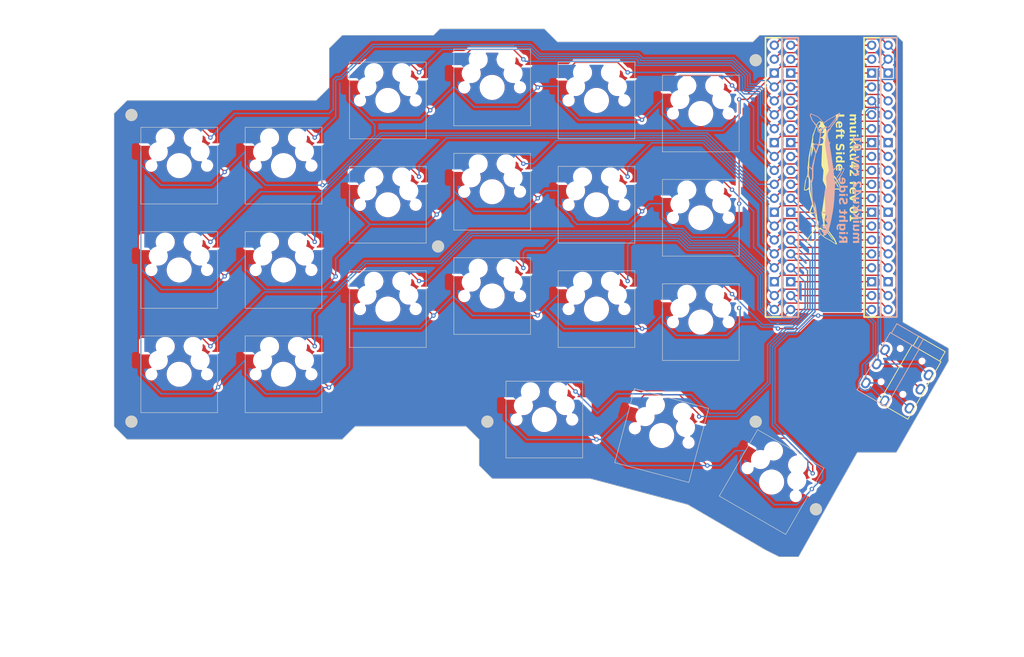
<source format=kicad_pcb>
(kicad_pcb (version 20240108) (generator "pcbnew") (generator_version "8.0")
  (layers (0 "F.Cu" signal) (31 "B.Cu" signal) (34 "B.Paste" user) (35 "F.Paste" user) (36 "B.SilkS" user "B.Silkscreen") (37 "F.SilkS" user "F.Silkscreen") (38 "B.Mask" user) (39 "F.Mask" user) (44 "Edge.Cuts" user))
  (net 0 "")
  (net 1 "GND")
  (net 2 "1")
  (net 3 "2")
  (net 4 "3")
  (net 5 "4")
  (net 6 "5")
  (net 7 "6")
  (net 8 "7")
  (net 9 "8")
  (net 10 "9")
  (net 11 "10")
  (net 12 "11")
  (net 13 "12")
  (net 14 "13")
  (net 15 "14")
  (net 16 "15")
  (net 17 "16")
  (net 18 "17")
  (net 19 "18")
  (net 20 "19")
  (net 21 "20")
  (net 22 "21")
  (net 23 "unconnected-(U1-GND-Pad8)")
  (net 24 "unconnected-(U1-GND-Pad13)")
  (net 25 "unconnected-(U1-GND-Pad18)")
  (net 26 "unconnected-(U1-GND-Pad23)")
  (net 27 "unconnected-(U1-GND-Pad28)")
  (net 28 "unconnected-(U1-RUN-Pad30)")
  (net 29 "unconnected-(U1-AGND-Pad33)")
  (net 30 "unconnected-(U1-ADC_VREF-Pad35)")
  (net 31 "unconnected-(U1-3V3_EN-Pad37)")
  (net 32 "unconnected-(U1-VSYS-Pad39)")
  (net 33 "unconnected-(U1-VBUS-Pad40)")
  (net 34 "TX")
  (net 35 "RX")
  (net 36 "3v3")
  (net 37 "unconnected-(U1-GPIO26_ADC0-Pad31)")
  (net 38 "unconnected-(U1-GPIO27_ADC1-Pad32)")
  (net 39 "unconnected-(U1-GPIO28_ADC2-Pad34)")
  (net 40 "unconnected-(U1-GND-Pad38)")
  (footprint "ScottoKeebs_Cutout:Cutout_MX_1.00u" (layer "F.Cu") (at 161.925 96.440625)
    (property "Reference" "S18" (hide yes))
    (property "Value" "Keyswitch" (hide yes))
    (fp_line (start -7 -7) (end -7 7) (stroke (width 0.1)) (layer "Edge.Cuts"))
    (fp_line (start -7 7) (end 7 7) (stroke (width 0.1)) (layer "Edge.Cuts"))
    (fp_line (start 7 -7) (end -7 -7) (stroke (width 0.1)) (layer "Edge.Cuts"))
    (fp_line (start 7 7) (end 7 -7) (stroke (width 0.1)) (layer "Edge.Cuts"))
  )
  (footprint "ScottoKeebs_Cutout:Cutout_MX_1.00u" (layer "F.Cu") (at 85.725 89.296875)
    (property "Reference" "S2" (hide yes))
    (property "Value" "Keyswitch" (hide yes))
    (fp_line (start -7 -7) (end -7 7) (stroke (width 0.1)) (layer "Edge.Cuts"))
    (fp_line (start -7 7) (end 7 7) (stroke (width 0.1)) (layer "Edge.Cuts"))
    (fp_line (start 7 -7) (end -7 -7) (stroke (width 0.1)) (layer "Edge.Cuts"))
    (fp_line (start 7 7) (end 7 -7) (stroke (width 0.1)) (layer "Edge.Cuts"))
  )
  (footprint "own:m2hole" (layer "F.Cu") (at 142 117)
    (property "Reference" "REF**" (hide yes))
    (property "Value" "m2hole" (hide yes))
    (fp_circle (center 0 0) (end 1.1 0) (stroke (width 0.05)) (fill solid) (layer "Edge.Cuts"))
  )
  (footprint "ScottoKeebs_Cutout:Cutout_MX_1.00u" (layer "F.Cu") (at 193.9125 128.028125 -30)
    (property "Reference" "S12" (hide yes))
    (property "Value" "Keyswitch" (hide yes))
    (fp_line (start -7 7) (end 7 7) (stroke (width 0.1)) (layer "Edge.Cuts"))
    (fp_line (start -7 -7) (end -7 7) (stroke (width 0.1)) (layer "Edge.Cuts"))
    (fp_line (start 7 7) (end 7 -7) (stroke (width 0.1)) (layer "Edge.Cuts"))
    (fp_line (start 7 -7) (end -7 -7) (stroke (width 0.1)) (layer "Edge.Cuts"))
  )
  (footprint "ScottoKeebs_Cutout:Cutout_MX_1.00u" (layer "F.Cu") (at 85.725 108.346875)
    (property "Reference" "S3" (hide yes))
    (property "Value" "Keyswitch" (hide yes))
    (fp_line (start -7 -7) (end -7 7) (stroke (width 0.1)) (layer "Edge.Cuts"))
    (fp_line (start -7 7) (end 7 7) (stroke (width 0.1)) (layer "Edge.Cuts"))
    (fp_line (start 7 -7) (end -7 -7) (stroke (width 0.1)) (layer "Edge.Cuts"))
    (fp_line (start 7 7) (end 7 -7) (stroke (width 0.1)) (layer "Edge.Cuts"))
  )
  (footprint "ScottoKeebs_Cutout:Cutout_MX_1.00u" (layer "F.Cu") (at 152.4 116.61375)
    (property "Reference" "S4" (hide yes))
    (property "Value" "Keyswitch" (hide yes))
    (fp_line (start -7 -7) (end -7 7) (stroke (width 0.1)) (layer "Edge.Cuts"))
    (fp_line (start -7 7) (end 7 7) (stroke (width 0.1)) (layer "Edge.Cuts"))
    (fp_line (start 7 -7) (end -7 -7) (stroke (width 0.1)) (layer "Edge.Cuts"))
    (fp_line (start 7 7) (end 7 -7) (stroke (width 0.1)) (layer "Edge.Cuts"))
  )
  (footprint "ScottoKeebs_Cutout:Cutout_MX_1.00u" (layer "F.Cu") (at 180.975 60.721875)
    (property "Reference" "S19" (hide yes))
    (property "Value" "Keyswitch" (hide yes))
    (fp_line (start -7 -7) (end -7 7) (stroke (width 0.1)) (layer "Edge.Cuts"))
    (fp_line (start -7 7) (end 7 7) (stroke (width 0.1)) (layer "Edge.Cuts"))
    (fp_line (start 7 -7) (end -7 -7) (stroke (width 0.1)) (layer "Edge.Cuts"))
    (fp_line (start 7 7) (end 7 -7) (stroke (width 0.1)) (layer "Edge.Cuts"))
  )
  (footprint "ScottoKeebs_Cutout:Cutout_MX_1.00u" (layer "F.Cu") (at 180.975 98.821875)
    (property "Reference" "S21" (hide yes))
    (property "Value" "Keyswitch" (hide yes))
    (fp_line (start -7 -7) (end -7 7) (stroke (width 0.1)) (layer "Edge.Cuts"))
    (fp_line (start -7 7) (end 7 7) (stroke (width 0.1)) (layer "Edge.Cuts"))
    (fp_line (start 7 -7) (end -7 -7) (stroke (width 0.1)) (layer "Edge.Cuts"))
    (fp_line (start 7 7) (end 7 -7) (stroke (width 0.1)) (layer "Edge.Cuts"))
  )
  (footprint "ScottoKeebs_Cutout:Cutout_MX_1.00u" (layer "F.Cu") (at 123.825 58.340625)
    (property "Reference" "S9" (hide yes))
    (property "Value" "Keyswitch" (hide yes))
    (fp_line (start -7 -7) (end -7 7) (stroke (width 0.1)) (layer "Edge.Cuts"))
    (fp_line (start -7 7) (end 7 7) (stroke (width 0.1)) (layer "Edge.Cuts"))
    (fp_line (start 7 -7) (end -7 -7) (stroke (width 0.1)) (layer "Edge.Cuts"))
    (fp_line (start 7 7) (end 7 -7) (stroke (width 0.1)) (layer "Edge.Cuts"))
  )
  (footprint "ScottoKeebs_Cutout:Cutout_MX_1.00u" (layer "F.Cu") (at 123.825 77.390625)
    (property "Reference" "S10" (hide yes))
    (property "Value" "Keyswitch" (hide yes))
    (fp_line (start -7 -7) (end -7 7) (stroke (width 0.1)) (layer "Edge.Cuts"))
    (fp_line (start -7 7) (end 7 7) (stroke (width 0.1)) (layer "Edge.Cuts"))
    (fp_line (start 7 -7) (end -7 -7) (stroke (width 0.1)) (layer "Edge.Cuts"))
    (fp_line (start 7 7) (end 7 -7) (stroke (width 0.1)) (layer "Edge.Cuts"))
  )
  (footprint "ScottoKeebs_Cutout:Cutout_MX_1.00u" (layer "F.Cu") (at 104.775 89.296875)
    (property "Reference" "S6" (hide yes))
    (property "Value" "Keyswitch" (hide yes))
    (fp_line (start -7 -7) (end -7 7) (stroke (width 0.1)) (layer "Edge.Cuts"))
    (fp_line (start -7 7) (end 7 7) (stroke (width 0.1)) (layer "Edge.Cuts"))
    (fp_line (start 7 -7) (end -7 -7) (stroke (width 0.1)) (layer "Edge.Cuts"))
    (fp_line (start 7 7) (end 7 -7) (stroke (width 0.1)) (layer "Edge.Cuts"))
  )
  (footprint "ScottoKeebs_Cutout:Cutout_MX_1.00u" (layer "F.Cu") (at 173.83125 119.528125 -15)
    (property "Reference" "S8" (hide yes))
    (property "Value" "Keyswitch" (hide yes))
    (fp_line (start -7 7) (end 7 7) (stroke (width 0.1)) (layer "Edge.Cuts"))
    (fp_line (start -7 -7) (end -7 7) (stroke (width 0.1)) (layer "Edge.Cuts"))
    (fp_line (start 7 7) (end 7 -7) (stroke (width 0.1)) (layer "Edge.Cuts"))
    (fp_line (start 7 -7) (end -7 -7) (stroke (width 0.1)) (layer "Edge.Cuts"))
  )
  (footprint "ScottoKeebs_Cutout:Cutout_MX_1.00u" (layer "F.Cu") (at 104.775 108.346875)
    (property "Reference" "S7" (hide yes))
    (property "Value" "Keyswitch" (hide yes))
    (fp_line (start -7 -7) (end -7 7) (stroke (width 0.1)) (layer "Edge.Cuts"))
    (fp_line (start -7 7) (end 7 7) (stroke (width 0.1)) (layer "Edge.Cuts"))
    (fp_line (start 7 -7) (end -7 -7) (stroke (width 0.1)) (layer "Edge.Cuts"))
    (fp_line (start 7 7) (end 7 -7) (stroke (width 0.1)) (layer "Edge.Cuts"))
  )
  (footprint "own:m2hole" (layer "F.Cu") (at 202 133)
    (property "Reference" "REF**" (hide yes))
    (property "Value" "m2hole" (hide yes))
    (fp_circle (center 0 0) (end 1.1 0) (stroke (width 0.05)) (fill solid) (layer "Edge.Cuts"))
  )
  (footprint "ScottoKeebs_Components:TRRS_PJ-320A" (layer "F.Cu") (at 222.183716 104.552181 -30)
    (property "Reference" "U2")
    (property "Value" "TRRS")
  )
  (footprint "ScottoKeebs_Cutout:Cutout_MX_1.00u" (layer "F.Cu") (at 142.875 75.009375)
    (property "Reference" "S14" (hide yes))
    (property "Value" "Keyswitch" (hide yes))
    (fp_line (start -7 -7) (end -7 7) (stroke (width 0.1)) (layer "Edge.Cuts"))
    (fp_line (start -7 7) (end 7 7) (stroke (width 0.1)) (layer "Edge.Cuts"))
    (fp_line (start 7 -7) (end -7 -7) (stroke (width 0.1)) (layer "Edge.Cuts"))
    (fp_line (start 7 7) (end 7 -7) (stroke (width 0.1)) (layer "Edge.Cuts"))
  )
  (footprint "own:m2hole" (layer "F.Cu") (at 191 117)
    (property "Reference" "REF**" (hide yes))
    (property "Value" "m2hole" (hide yes))
    (fp_circle (center 0 0) (end 1.1 0) (stroke (width 0.05)) (fill solid) (layer "Edge.Cuts"))
  )
  (footprint "ScottoKeebs_Cutout:Cutout_MX_1.00u" (layer "F.Cu") (at 180.975 79.771875)
    (property "Reference" "S20" (hide yes))
    (property "Value" "Keyswitch" (hide yes))
    (fp_line (start -7 -7) (end -7 7) (stroke (width 0.1)) (layer "Edge.Cuts"))
    (fp_line (start -7 7) (end 7 7) (stroke (width 0.1)) (layer "Edge.Cuts"))
    (fp_line (start 7 -7) (end -7 -7) (stroke (width 0.1)) (layer "Edge.Cuts"))
    (fp_line (start 7 7) (end 7 -7) (stroke (width 0.1)) (layer "Edge.Cuts"))
  )
  (footprint "own:m2hole" (layer "F.Cu") (at 77 117 90)
    (property "Reference" "REF**" (hide yes))
    (property "Value" "m2hole" (hide yes))
    (fp_circle (center 0 0) (end 1.100001 0.000001) (stroke (width 0.05)) (fill solid) (layer "Edge.Cuts"))
  )
  (footprint "ScottoKeebs_Cutout:Cutout_MX_1.00u" (layer "F.Cu") (at 85.725 70.246875)
    (property "Reference" "S1" (hide yes))
    (property "Value" "Keyswitch" (hide yes))
    (fp_line (start -7 -7) (end -7 7) (stroke (width 0.1)) (layer "Edge.Cuts"))
    (fp_line (start -7 7) (end 7 7) (stroke (width 0.1)) (layer "Edge.Cuts"))
    (fp_line (start 7 -7) (end -7 -7) (stroke (width 0.1)) (layer "Edge.Cuts"))
    (fp_line (start 7 7) (end 7 -7) (stroke (width 0.1)) (layer "Edge.Cuts"))
  )
  (footprint "Library:Pico_modded_clean" (layer "F.Cu") (at 203.2875 72.39)
    (property "Reference" "U1" (hide yes))
    (property "Value" "Raspberry_Pi_Pico" (hide yes))
  )
  (footprint "ScottoKeebs_Cutout:Cutout_MX_1.00u" (layer "F.Cu") (at 142.875 55.959375)
    (property "Reference" "S13" (hide yes))
    (property "Value" "Keyswitch" (hide yes))
    (fp_line (start -7 -7) (end -7 7) (stroke (width 0.1)) (layer "Edge.Cuts"))
    (fp_line (start -7 7) (end 7 7) (stroke (width 0.1)) (layer "Edge.Cuts"))
    (fp_line (start 7 -7) (end -7 -7) (stroke (width 0.1)) (layer "Edge.Cuts"))
    (fp_line (start 7 7) (end 7 -7) (stroke (width 0.1)) (layer "Edge.Cuts"))
  )
  (footprint "own:m2hole" (layer "F.Cu") (at 191 51)
    (property "Reference" "REF**" (hide yes))
    (property "Value" "m2hole" (hide yes))
    (fp_circle (center 0 0) (end 1.1 0) (stroke (width 0.05)) (fill solid) (layer "Edge.Cuts"))
  )
  (footprint "own:m2hole" (layer "F.Cu") (at 77 61)
    (property "Reference" "REF**" (hide yes))
    (property "Value" "m2hole" (hide yes))
    (fp_circle (center 0 0) (end 1.1 0) (stroke (width 0.05)) (fill solid) (layer "Edge.Cuts"))
  )
  (footprint "ScottoKeebs_Cutout:Cutout_MX_1.00u" (layer "F.Cu") (at 104.775 70.246875)
    (property "Reference" "S5" (hide yes))
    (property "Value" "Keyswitch" (hide yes))
    (fp_line (start -7 -7) (end -7 7) (stroke (width 0.1)) (layer "Edge.Cuts"))
    (fp_line (start -7 7) (end 7 7) (stroke (width 0.1)) (layer "Edge.Cuts"))
    (fp_line (start 7 -7) (end -7 -7) (stroke (width 0.1)) (layer "Edge.Cuts"))
    (fp_line (start 7 7) (end 7 -7) (stroke (width 0.1)) (layer "Edge.Cuts"))
  )
  (footprint "ScottoKeebs_Cutout:Cutout_MX_1.00u" (layer "F.Cu") (at 142.875 94.059375)
    (property "Reference" "S15" (hide yes))
    (property "Value" "Keyswitch" (hide yes))
    (fp_line (start -7 -7) (end -7 7) (stroke (width 0.1)) (layer "Edge.Cuts"))
    (fp_line (start -7 7) (end 7 7) (stroke (width 0.1)) (layer "Edge.Cuts"))
    (fp_line (start 7 -7) (end -7 -7) (stroke (width 0.1)) (layer "Edge.Cuts"))
    (fp_line (start 7 7) (end 7 -7) (stroke (width 0.1)) (layer "Edge.Cuts"))
  )
  (footprint "ScottoKeebs_Cutout:Cutout_MX_1.00u" (layer "F.Cu") (at 161.925 77.390625)
    (property "Reference" "S17" (hide yes))
    (property "Value" "Keyswitch" (hide yes))
    (fp_line (start -7 -7) (end -7 7) (stroke (width 0.1)) (layer "Edge.Cuts"))
    (fp_line (start -7 7) (end 7 7) (stroke (width 0.1)) (layer "Edge.Cuts"))
    (fp_line (start 7 -7) (end -7 -7) (stroke (width 0.1)) (layer "Edge.Cuts"))
    (fp_line (start 7 7) (end 7 -7) (stroke (width 0.1)) (layer "Edge.Cuts"))
  )
  (footprint "ScottoKeebs_Cutout:Cutout_MX_1.00u" (layer "F.Cu") (at 123.825 96.440625)
    (property "Reference" "S11" (hide yes))
    (property "Value" "Keyswitch" (hide yes))
    (fp_line (start -7 -7) (end -7 7) (stroke (width 0.1)) (layer "Edge.Cuts"))
    (fp_line (start -7 7) (end 7 7) (stroke (width 0.1)) (layer "Edge.Cuts"))
    (fp_line (start 7 -7) (end -7 -7) (stroke (width 0.1)) (layer "Edge.Cuts"))
    (fp_line (start 7 7) (end 7 -7) (stroke (width 0.1)) (layer "Edge.Cuts"))
  )
  (footprint "ScottoKeebs_Cutout:Cutout_MX_1.00u" (layer "F.Cu") (at 161.925 58.340625)
    (property "Reference" "S16" (hide yes))
    (property "Value" "Keyswitch" (hide yes))
    (fp_line (start -7 -7) (end -7 7) (stroke (width 0.1)) (layer "Edge.Cuts"))
    (fp_line (start -7 7) (end 7 7) (stroke (width 0.1)) (layer "Edge.Cuts"))
    (fp_line (start 7 -7) (end -7 -7) (stroke (width 0.1)) (layer "Edge.Cuts"))
    (fp_line (start 7 7) (end 7 -7) (stroke (width 0.1)) (layer "Edge.Cuts"))
  )
  (footprint "own:m2hole" (layer "F.Cu") (at 133 85)
    (property "Reference" "REF**" (hide yes))
    (property "Value" "m2hole" (hide yes))
    (fp_circle (center 0 0) (end 1.1 0) (stroke (width 0.05)) (fill solid) (layer "Edge.Cuts"))
  )
  (footprint "ScottoKeebs_Components:TRRS_PJ-320A" (layer "B.Cu") (at 218.2 102.252182 150)
    (property "Reference" "U3")
    (property "Value" "TRRS")
  )
  (gr_poly (pts (xy 203.737116 81.526136) (xy 203.735614 81.510461) (xy 203.733136 81.495195) (xy 203.729663 81.480283) (xy 203.725193 81.465671) (xy 203.719705 81.451327) (xy 203.713196 81.437196) (xy 203.705653 81.423225) (xy 203.697064 81.409378) (xy 203.687418 81.395598) (xy 203.676704 81.381853) (xy 203.664915 81.368081) (xy 203.652032 81.354236) (xy 203.641096 81.343922) (xy 203.63005 81.334271) (xy 203.618901 81.32529) (xy 203.607659 81.316973) (xy 203.596329 81.30932) (xy 203.584925 81.302339) (xy 203.573445 81.296023) (xy 203.5619 81.290379) (xy 203.550297 81.285408) (xy 203.538643 81.281099) (xy 203.526945 81.277462) (xy 203.515212 81.2745) (xy 203.503448 81.272203) (xy 203.491667 81.270578) (xy 203.479865 81.269631) (xy 203.468059 81.269353) (xy 203.456255 81.269745) (xy 203.444457 81.270815) (xy 203.432672 81.272558) (xy 203.420905 81.274973) (xy 203.409174 81.278059) (xy 203.397481 81.281825) (xy 203.385822 81.286268) (xy 203.374222 81.291384) (xy 203.362678 81.297182) (xy 203.351196 81.303648) (xy 203.339788 81.310792) (xy 203.32846 81.318617) (xy 203.317219 81.327122) (xy 203.306072 81.336304) (xy 203.295022 81.346165) (xy 203.284089 81.356709) (xy 203.27377 81.367644) (xy 203.264118 81.378688) (xy 203.255135 81.389838) (xy 203.246815 81.401077) (xy 203.239168 81.4124) (xy 203.232189 81.423799) (xy 203.225871 81.435269) (xy 203.220229 81.446806) (xy 203.215252 81.458391) (xy 203.210947 81.470024) (xy 203.207311 81.481698) (xy 203.204344 81.4934) (xy 203.202051 81.505127) (xy 203.200429 81.516868) (xy 203.19948 81.52862) (xy 203.1992 81.540374) (xy 203.199593 81.55212) (xy 203.200663 81.563848) (xy 203.202403 81.575551) (xy 203.204816 81.587232) (xy 203.207908 81.598869) (xy 203.211672 81.610463) (xy 203.216117 81.622001) (xy 203.22123 81.633478) (xy 203.227027 81.644891) (xy 203.233491 81.656222) (xy 203.240641 81.66747) (xy 203.248468 81.678627) (xy 203.256969 81.689687) (xy 203.266154 81.700634) (xy 203.276015 81.711471) (xy 203.286556 81.722187) (xy 203.297489 81.732728) (xy 203.30851 81.742588) (xy 203.319628 81.751767) (xy 203.330821 81.76027) (xy 203.342094 81.768089) (xy 203.353435 81.775231) (xy 203.36484 81.781688) (xy 203.376306 81.787474) (xy 203.387817 81.792574) (xy 203.399375 81.796991) (xy 203.410972 81.80073) (xy 203.422596 81.803789) (xy 203.434253 81.806174) (xy 203.445915 81.807869) (xy 203.457606 81.808897) (xy 203.469294 81.809233) (xy 203.480983 81.808893) (xy 203.492671 81.807873) (xy 203.50434 81.806172) (xy 203.515991 81.803792) (xy 203.527618 81.800734) (xy 203.539218 81.796991) (xy 203.550771 81.792572) (xy 203.562281 81.787468) (xy 203.573743 81.78169) (xy 203.585155 81.77523) (xy 203.596495 81.768092) (xy 203.607767 81.760269) (xy 203.618965 81.751768) (xy 203.630079 81.742588) (xy 203.641103 81.732728) (xy 203.652033 81.722188) (xy 203.659406 81.714582) (xy 203.666674 81.706644) (xy 203.673804 81.698416) (xy 203.680741 81.68997) (xy 203.687446 81.68136) (xy 203.693881 81.672652) (xy 203.699996 81.66392) (xy 203.705745 81.655202) (xy 203.711091 81.646574) (xy 203.715991 81.638095) (xy 203.720394 81.629821) (xy 203.724264 81.621826) (xy 203.727555 81.614164) (xy 203.730227 81.606888) (xy 203.732229 81.600071) (xy 203.733525 81.593776) (xy 203.735841 81.576029) (xy 203.737214 81.558869) (xy 203.737648 81.542259)) (stroke (width -0.000001)) (fill solid) (layer "B.SilkS"))
  (gr_poly (pts (xy 206.687129 71.081376) (xy 206.686671 71.076857) (xy 206.685953 71.072675) (xy 206.684983 71.068778) (xy 206.683757 71.065137) (xy 206.682276 71.061716) (xy 206.680535 71.05847) (xy 206.67854 71.055364) (xy 206.676287 71.052363) (xy 206.67378 71.049431) (xy 206.671011 71.046523) (xy 206.667986 71.04361) (xy 206.664698 71.040647) (xy 206.657348 71.03443) (xy 206.649223 71.027895) (xy 206.641431 71.023231) (xy 206.633845 71.020636) (xy 206.630085 71.020174) (xy 206.626326 71.020307) (xy 206.62255 71.021054) (xy 206.618748 71.022447) (xy 206.614901 71.024488) (xy 206.610988 71.027222) (xy 206.602907 71.034862) (xy 206.594376 71.045545) (xy 206.585267 71.059468) (xy 206.575453 71.076822) (xy 206.564793 71.097817) (xy 206.55317 71.122637) (xy 206.540442 71.151474) (xy 206.526485 71.184534) (xy 206.494362 71.264091) (xy 206.469923 71.320925) (xy 206.436793 71.386792) (xy 206.394181 71.46307) (xy 206.341259 71.551161) (xy 206.277225 71.65245) (xy 206.201271 71.768322) (xy 206.112584 71.900164) (xy 206.010354 72.049373) (xy 205.928441 72.169214) (xy 205.852343 72.282542) (xy 205.783719 72.386785) (xy 205.724205 72.479366) (xy 205.67546 72.557708) (xy 205.639125 72.619234) (xy 205.626132 72.642888) (xy 205.616859 72.661376) (xy 205.611514 72.674367) (xy 205.610379 72.678708) (xy 205.610304 72.681554) (xy 205.615292 72.700285) (xy 205.62221 72.713566) (xy 205.626525 72.718019) (xy 205.631481 72.720928) (xy 205.637132 72.72225) (xy 205.643523 72.721908) (xy 205.658768 72.716028) (xy 205.677629 72.702822) (xy 205.700537 72.681812) (xy 205.727911 72.652538) (xy 205.760176 72.61452) (xy 205.797754 72.567288) (xy 205.890546 72.443327) (xy 206.009675 72.27688) (xy 206.158518 72.064192) (xy 206.289229 71.876565) (xy 206.39439 71.723484) (xy 206.4383 71.658401) (xy 206.476922 71.600154) (xy 206.510612 71.548147) (xy 206.539742 71.501772) (xy 206.564674 71.460434) (xy 206.58578 71.423531) (xy 206.603411 71.390465) (xy 206.617949 71.360631) (xy 206.629757 71.333428) (xy 206.639187 71.308265) (xy 206.64662 71.284526) (xy 206.652411 71.261619) (xy 206.667107 71.200099) (xy 206.672972 71.174841) (xy 206.677838 71.152853) (xy 206.679897 71.142981) (xy 206.681707 71.133824) (xy 206.683264 71.125326) (xy 206.68457 71.117462) (xy 206.685628 71.110183) (xy 206.686438 71.103466) (xy 206.686988 71.097262) (xy 206.687287 71.091536) (xy 206.687338 71.086254)) (stroke (width -0.000001)) (fill solid) (layer "B.SilkS"))
  (gr_poly (pts (xy 207.155492 70.868362) (xy 207.154464 70.853192) (xy 207.15279 70.838586) (xy 207.150477 70.824524) (xy 207.14752 70.810993) (xy 207.143914 70.797985) (xy 207.139661 70.785487) (xy 207.13476 70.773479) (xy 207.129214 70.761954) (xy 207.123018 70.750893) (xy 207.116171 70.740296) (xy 207.108681 70.730136) (xy 207.100542 70.720399) (xy 207.091746 70.711086) (xy 207.082304 70.702173) (xy 207.072212 70.693649) (xy 207.046953 70.674899) (xy 207.033786 70.667314) (xy 207.018737 70.660816) (xy 207.000645 70.655306) (xy 206.978366 70.650718) (xy 206.916642 70.643949) (xy 206.824357 70.639847) (xy 206.692304 70.637737) (xy 206.272116 70.636848) (xy 205.541157 70.63685) (xy 205.363363 70.745506) (xy 205.327358 70.767895) (xy 205.293903 70.78849) (xy 205.263698 70.806886) (xy 205.237418 70.822671) (xy 205.215771 70.835452) (xy 205.199447 70.844824) (xy 205.189145 70.85037) (xy 205.18647 70.851585) (xy 205.185785 70.851776) (xy 205.185558 70.851693) (xy 205.140529 70.517238) (xy 205.032758 69.791068) (xy 204.748468 67.959972) (xy 204.508931 66.453612) (xy 204.580545 66.19432) (xy 204.616208 66.058111) (xy 204.630123 66.003915) (xy 204.641311 65.958445) (xy 204.649717 65.921304) (xy 204.652847 65.905725) (xy 204.655249 65.892067) (xy 204.656916 65.880289) (xy 204.657841 65.870341) (xy 204.658003 65.86216) (xy 204.657404 65.855699) (xy 204.656032 65.85091) (xy 204.655051 65.849131) (xy 204.653879 65.847741) (xy 204.652504 65.846755) (xy 204.650926 65.846145) (xy 204.649148 65.845918) (xy 204.647179 65.846067) (xy 204.642614 65.847456) (xy 204.637229 65.850256) (xy 204.63101 65.854425) (xy 204.623954 65.859905) (xy 204.616045 65.866649) (xy 204.607277 65.874602) (xy 204.587125 65.89394) (xy 204.536094 65.944905) (xy 204.400277 66.083197) (xy 204.313847 65.710309) (xy 204.291609 65.615333) (xy 204.271167 65.519078) (xy 204.252465 65.421213) (xy 204.235438 65.321366) (xy 204.220035 65.219218) (xy 204.206193 65.114403) (xy 204.193856 65.006578) (xy 204.182962 64.895392) (xy 204.140982 64.450893) (xy 204.264455 64.142211) (xy 204.304869 64.04217) (xy 204.321893 64.001038) (xy 204.337264 63.965107) (xy 204.351353 63.933832) (xy 204.364508 63.90668) (xy 204.370855 63.894474) (xy 204.3771 63.883096) (xy 204.38329 63.872474) (xy 204.389471 63.862545) (xy 204.395686 63.853239) (xy 204.40199 63.844487) (xy 204.408413 63.836221) (xy 204.415015 63.828374) (xy 204.42182 63.820873) (xy 204.428892 63.813657) (xy 204.436274 63.80666) (xy 204.443993 63.799808) (xy 204.452113 63.793032) (xy 204.46067 63.786279) (xy 204.479286 63.77252) (xy 204.500188 63.757994) (xy 204.523745 63.742158) (xy 204.545683 63.727099) (xy 204.565316 63.713239) (xy 204.582833 63.700333) (xy 204.598414 63.68814) (xy 204.612238 63.676409) (xy 204.624501 63.664894) (xy 204.635377 63.653352) (xy 204.645058 63.641532) (xy 204.653722 63.629193) (xy 204.66157 63.616084) (xy 204.668765 63.601965) (xy 204.675503 63.586587) (xy 204.681966 63.569705) (xy 204.688333 63.551072) (xy 204.694803 63.530437) (xy 204.701547 63.507566) (xy 204.717859 63.459429) (xy 204.745455 63.401691) (xy 204.78845 63.328201) (xy 204.850947 63.232836) (xy 204.937063 63.109461) (xy 205.050901 62.951939) (xy 205.378174 62.509907) (xy 206.015291 61.65795) (xy 206.217791 61.215923) (xy 206.258391 61.126769) (xy 206.296302 61.042096) (xy 206.330687 60.963848) (xy 206.360707 60.893969) (xy 206.38551 60.834388) (xy 206.404266 60.787047) (xy 206.41614 60.753887) (xy 206.419229 60.743232) (xy 206.420284 60.736849) (xy 206.420079 60.732458) (xy 206.419497 60.727648) (xy 206.418557 60.722477) (xy 206.417272 60.716978) (xy 206.415665 60.711204) (xy 206.41377 60.705204) (xy 206.411593 60.699021) (xy 206.409171 60.692708) (xy 206.40651 60.686302) (xy 206.403639 60.679863) (xy 206.400585 60.673431) (xy 206.397362 60.667048) (xy 206.393991 60.660769) (xy 206.390503 60.654644) (xy 206.386907 60.648704) (xy 206.383238 60.643012) (xy 206.37147 60.626792) (xy 206.366135 60.62039) (xy 206.360862 60.615112) (xy 206.35817 60.612894) (xy 206.355409 60.610947) (xy 206.352545 60.609284) (xy 206.349556 60.607892) (xy 206.346404 60.606773) (xy 206.343063 60.605928) (xy 206.339505 60.605348) (xy 206.335701 60.60504) (xy 206.327242 60.605229) (xy 206.317451 60.606471) (xy 206.306098 60.60877) (xy 206.29295 60.612101) (xy 206.277779 60.616462) (xy 206.260345 60.62184) (xy 206.217788 60.635601) (xy 206.201106 60.641812) (xy 206.18169 60.650229) (xy 206.135057 60.673454) (xy 206.078706 60.704837) (xy 206.013441 60.743948) (xy 205.940072 60.790353) (xy 205.85941 60.843609) (xy 205.772263 60.903297) (xy 205.679449 60.968978) (xy 205.566756 61.047426) (xy 205.45994 61.119186) (xy 205.355839 61.186147) (xy 205.25131 61.250186) (xy 205.143188 61.313182) (xy 205.028326 61.377016) (xy 204.903568 61.443568) (xy 204.765754 61.514724) (xy 204.615484 61.591075) (xy 204.488254 61.65791) (xy 204.377685 61.719131) (xy 204.326665 61.748859) (xy 204.277419 61.778642) (xy 204.229159 61.808981) (xy 204.181094 61.84036) (xy 204.082338 61.908173) (xy 203.974777 61.986006) (xy 203.852057 62.077757) (xy 203.444599 62.386438) (xy 203.222346 62.1469) (xy 202.716117 61.603627) (xy 202.432132 61.297408) (xy 201.049238 60.684991) (xy 200.997385 60.741787) (xy 200.992178 60.748457) (xy 200.986788 60.756352) (xy 200.981254 60.765379) (xy 200.975617 60.775434) (xy 200.969928 60.786414) (xy 200.964217 60.798217) (xy 200.952931 60.823896) (xy 200.942106 60.851656) (xy 200.932096 60.88069) (xy 200.923241 60.910194) (xy 200.919354 60.924862) (xy 200.915892 60.939343) (xy 200.886257 61.080102) (xy 201.054177 61.524601) (xy 201.222097 61.971569) (xy 201.580169 62.438295) (xy 201.680834 62.571538) (xy 201.77383 62.698597) (xy 201.862367 62.824365) (xy 201.949661 62.953792) (xy 202.038923 63.091784) (xy 202.133365 63.243255) (xy 202.236197 63.413132) (xy 202.350638 63.606343) (xy 202.760565 64.305196) (xy 202.64203 65.167033) (xy 202.605415 65.42663) (xy 202.574121 65.638503) (xy 202.546529 65.81073) (xy 202.533619 65.884498) (xy 202.521029 65.951389) (xy 202.508549 66.012404) (xy 202.495988 66.068548) (xy 202.483132 66.120836) (xy 202.469788 66.170282) (xy 202.455748 66.217888) (xy 202.440811 66.264666) (xy 202.407434 66.359773) (xy 202.405575 66.363532) (xy 202.404291 66.365107) (xy 202.402758 66.366469) (xy 202.398938 66.368563) (xy 202.394088 66.369804) (xy 202.388162 66.370178) (xy 202.381126 66.369671) (xy 202.372954 66.368268) (xy 202.363601 66.365945) (xy 202.35303 66.362704) (xy 202.341212 66.358518) (xy 202.328101 66.353378) (xy 202.31367 66.347271) (xy 202.297879 66.340179) (xy 202.280694 66.332091) (xy 202.241981 66.312852) (xy 202.213287 66.298815) (xy 202.185352 66.286301) (xy 202.157905 66.27529) (xy 202.130666 66.265743) (xy 202.10335 66.257625) (xy 202.075684 66.250912) (xy 202.047389 66.24556) (xy 202.018189 66.241548) (xy 201.987803 66.238835) (xy 201.955946 66.237397) (xy 201.922349 66.237197) (xy 201.88673 66.238188) (xy 201.84881 66.240367) (xy 201.808306 66.243674) (xy 201.718458 66.253587) (xy 201.710908 66.25522) (xy 201.702203 66.258224) (xy 201.692437 66.262507) (xy 201.681696 66.267989) (xy 201.657679 66.28224) (xy 201.630873 66.300318) (xy 201.602011 66.321557) (xy 201.571824 66.345311) (xy 201.541046 66.370925) (xy 201.510413 66.397742) (xy 201.480635 66.425112) (xy 201.452462 66.45237) (xy 201.42662 66.478876) (xy 201.403836 66.503967) (xy 201.384841 66.526987) (xy 201.370374 66.547282) (xy 201.365059 66.556204) (xy 201.36116 66.564201) (xy 201.358743 66.571189) (xy 201.357917 66.577085) (xy 201.363188 66.596172) (xy 201.378295 66.640442) (xy 201.433859 66.793157) (xy 201.516273 67.012556) (xy 201.617212 67.275932) (xy 201.718151 67.538355) (xy 201.80057 67.758404) (xy 201.832226 67.84538) (xy 201.856132 67.913167) (xy 201.871234 67.958905) (xy 201.875166 67.972609) (xy 201.876505 67.979726) (xy 201.853121 68.083406) (xy 201.789458 68.342431) (xy 201.580167 69.169999) (xy 201.495118 69.504853) (xy 201.427603 69.774477) (xy 201.375717 69.987722) (xy 201.33755 70.153453) (xy 201.323007 70.221271) (xy 201.311184 70.280526) (xy 201.301829 70.332332) (xy 201.294717 70.377791) (xy 201.289598 70.418013) (xy 201.28624 70.454103) (xy 201.284397 70.487169) (xy 201.283835 70.518318) (xy 201.283614 70.55708) (xy 201.282951 70.593213) (xy 201.281884 70.625925) (xy 201.280439 70.654443) (xy 201.27959 70.666886) (xy 201.278653 70.677988) (xy 201.277636 70.687647) (xy 201.276542 70.695771) (xy 201.275379 70.702257) (xy 201.274145 70.707012) (xy 201.273502 70.708712) (xy 201.272853 70.709939) (xy 201.272176 70.710681) (xy 201.271487 70.710932) (xy 201.269131 70.710277) (xy 201.264919 70.708361) (xy 201.251348 70.700978) (xy 201.23164 70.689319) (xy 201.206666 70.67389) (xy 201.144393 70.633843) (xy 201.108825 70.610254) (xy 201.071464 70.584992) (xy 200.883785 70.459052) (xy 200.654126 70.468927) (xy 200.607657 70.470298) (xy 200.563415 70.472476) (xy 200.522473 70.475351) (xy 200.485895 70.478803) (xy 200.469585 70.480713) (xy 200.454762 70.482724) (xy 200.441574 70.48482) (xy 200.430143 70.486985) (xy 200.420606 70.489211) (xy 200.413102 70.491481) (xy 200.407763 70.493779) (xy 200.405944 70.494934) (xy 200.404714 70.496091) (xy 200.403431 70.502189) (xy 200.403272 70.516472) (xy 200.406104 70.567898) (xy 200.423239 70.750133) (xy 200.453329 71.015254) (xy 200.493615 71.335704) (xy 200.599795 72.155558) (xy 200.817113 72.735879) (xy 201.036891 73.318663) (xy 201.036892 73.847129) (xy 201.037943 74.009321) (xy 201.041562 74.164451) (xy 201.048479 74.323753) (xy 201.059421 74.498446) (xy 201.096275 74.938931) (xy 201.152956 75.524693) (xy 201.152954 72.95319) (xy 201.068998 72.945783) (xy 201.060123 72.94512) (xy 201.051136 72.944081) (xy 201.042098 72.942681) (xy 201.033073 72.940955) (xy 201.024118 72.938929) (xy 201.0153 72.936621) (xy 201.006672 72.934058) (xy 200.998305 72.93127) (xy 200.990259 72.928283) (xy 200.982589 72.925114) (xy 200.975361 72.921792) (xy 200.96864 72.918346) (xy 200.962477 72.914796) (xy 200.956937 72.911174) (xy 200.952086 72.907495) (xy 200.947988 72.903799) (xy 200.933588 72.882565) (xy 200.917389 72.846456) (xy 200.880509 72.733946) (xy 200.839171 72.575025) (xy 200.795196 72.378425) (xy 200.750408 72.152886) (xy 200.706641 71.907145) (xy 200.665708 71.64995) (xy 200.629434 71.390029) (xy 200.596136 71.125874) (xy 200.568626 70.901076) (xy 200.549908 70.739256) (xy 200.544791 70.689333) (xy 200.543002 70.664015) (xy 200.543432 70.645301) (xy 200.544321 70.637795) (xy 200.545974 70.631446) (xy 200.547159 70.628694) (xy 200.548625 70.626201) (xy 200.5504 70.623971) (xy 200.552511 70.621992) (xy 200.554984 70.620265) (xy 200.557864 70.618774) (xy 200.561163 70.617513) (xy 200.56492 70.616478) (xy 200.573914 70.615047) (xy 200.585086 70.614432) (xy 200.59866 70.614566) (xy 200.61489 70.6154) (xy 200.656207 70.618907) (xy 200.710922 70.624506) (xy 200.744823 70.628414) (xy 200.777444 70.632646) (xy 200.807987 70.637047) (xy 200.835631 70.641479) (xy 200.859575 70.645795) (xy 200.879004 70.649857) (xy 200.886765 70.651735) (xy 200.893101 70.653506) (xy 200.897904 70.655133) (xy 200.901074 70.656606) (xy 200.910085 70.664104) (xy 200.925455 70.678599) (xy 200.97207 70.725135) (xy 201.034421 70.789262) (xy 201.106034 70.864036) (xy 201.283836 71.054187) (xy 201.281365 71.765388) (xy 201.28033 71.992503) (xy 201.27863 72.169177) (xy 201.277318 72.241649) (xy 201.275596 72.30517) (xy 201.273372 72.36095) (xy 201.270561 72.410221) (xy 201.267094 72.454189) (xy 201.262875 72.494085) (xy 201.257818 72.531128) (xy 201.25185 72.566528) (xy 201.244882 72.601507) (xy 201.236834 72.637289) (xy 201.217159 72.716123) (xy 201.152954 72.95319) (xy 201.152956 75.524693) (xy 201.157897 75.57574) (xy 201.278902 76.773416) (xy 201.562883 78.168658) (xy 201.699131 78.842509) (xy 201.752533 79.11756) (xy 201.79717 79.357075) (xy 201.83382 79.565336) (xy 201.863267 79.746631) (xy 201.886292 79.905238) (xy 201.903669 80.045435) (xy 201.957991 80.526975) (xy 202.140734 81.008519) (xy 202.22099 81.219498) (xy 202.303102 81.438814) (xy 202.376874 81.640542) (xy 202.432128 81.798741) (xy 202.456503 81.867081) (xy 202.484488 81.942661) (xy 202.547265 82.105569) (xy 202.61236 82.267548) (xy 202.671664 82.408692) (xy 202.712371 82.500794) (xy 202.730413 82.540259) (xy 202.747331 82.575995) (xy 202.763452 82.608489) (xy 202.7791 82.638236) (xy 202.794596 82.66572) (xy 202.810261 82.69144) (xy 202.826421 82.715889) (xy 202.843391 82.739559) (xy 202.861502 82.762937) (xy 202.881063 82.786516) (xy 202.90241 82.810789) (xy 202.925857 82.836252) (xy 202.951727 82.863389) (xy 202.980344 82.892701) (xy 202.99882 82.911439) (xy 203.017126 82.929624) (xy 203.035158 82.947163) (xy 203.052809 82.963965) (xy 203.069966 82.97995) (xy 203.086521 82.995013) (xy 203.102368 83.009074) (xy 203.117397 83.022039) (xy 203.131507 83.033816) (xy 203.144573 83.044318) (xy 203.156498 83.053455) (xy 203.167174 83.061125) (xy 203.176488 83.067251) (xy 203.184332 83.071745) (xy 203.187673 83.073343) (xy 203.190608 83.074498) (xy 203.193115 83.075207) (xy 203.195184 83.075444) (xy 203.199804 83.07567) (xy 203.205281 83.076341) (xy 203.211561 83.077426) (xy 203.218567 83.078912) (xy 203.234511 83.082994) (xy 203.251982 83.08822) (xy 203.251987 82.984071) (xy 203.247951 82.983222) (xy 203.242386 82.980704) (xy 203.235405 82.976618) (xy 203.227099 82.971035) (xy 203.217555 82.964027) (xy 203.20688 82.955684) (xy 203.18253 82.935299) (xy 203.154825 82.910523) (xy 203.124543 82.881974) (xy 203.092464 82.850308) (xy 203.059366 82.816148) (xy 203.008316 82.763269) (xy 202.986337 82.739337) (xy 202.966264 82.716288) (xy 202.947732 82.693531) (xy 202.9304 82.670474) (xy 202.913917 82.646513) (xy 202.897929 82.621064) (xy 202.882083 82.593531) (xy 202.866034 82.563322) (xy 202.849424 82.529841) (xy 202.83191 82.492499) (xy 202.79275 82.40385) (xy 202.745747 82.292626) (xy 202.669193 82.094881) (xy 202.570419 81.821885) (xy 202.46238 81.509542) (xy 202.358043 81.193726) (xy 202.263669 80.904335) (xy 202.182714 80.664032) (xy 202.150025 80.570093) (xy 202.123991 80.497806) (xy 202.10571 80.450288) (xy 202.099822 80.436798) (xy 202.096284 80.430668) (xy 202.093995 80.426156) (xy 202.091785 80.418295) (xy 202.087603 80.393276) (xy 202.083825 80.357091) (xy 202.080542 80.311213) (xy 202.077839 80.257106) (xy 202.075798 80.196261) (xy 202.074507 80.130155) (xy 202.07406 80.060249) (xy 202.073255 79.973531) (xy 202.070858 79.889242) (xy 202.066895 79.807267) (xy 202.061402 79.727491) (xy 202.054402 79.649799) (xy 202.045928 79.574079) (xy 202.036013 79.500208) (xy 202.024669 79.428073) (xy 202.005496 79.316371) (xy 201.989789 79.22157) (xy 201.979178 79.154077) (xy 201.97629 79.133837) (xy 201.975282 79.124327) (xy 201.975428 79.123206) (xy 201.975855 79.122155) (xy 201.976554 79.121182) (xy 201.977523 79.120276) (xy 201.980243 79.118669) (xy 201.983964 79.117346) (xy 201.988619 79.116298) (xy 201.994162 79.115518) (xy 202.000539 79.115009) (xy 202.007691 79.114761) (xy 202.015567 79.114777) (xy 202.024116 79.115045) (xy 202.042996 79.116346) (xy 202.063903 79.118628) (xy 202.086406 79.121862) (xy 202.103934 79.124) (xy 202.119541 79.125751) (xy 202.133338 79.127097) (xy 202.139594 79.127607) (xy 202.14544 79.127996) (xy 202.150889 79.128269) (xy 202.155948 79.128417) (xy 202.16064 79.128437) (xy 202.164976 79.128328) (xy 202.168963 79.128083) (xy 202.172623 79.127696) (xy 202.175973 79.127166) (xy 202.17901 79.126492) (xy 202.181765 79.125661) (xy 202.18424 79.12468) (xy 202.186446 79.123533) (xy 202.188416 79.122221) (xy 202.190144 79.120747) (xy 202.191651 79.119095) (xy 202.192953 79.117271) (xy 202.194062 79.115261) (xy 202.194981 79.113074) (xy 202.19574 79.110695) (xy 202.196343 79.108121) (xy 202.196809 79.105353) (xy 202.197143 79.102382) (xy 202.197366 79.099212) (xy 202.197494 79.095824) (xy 202.197531 79.092228) (xy 202.189697 79.017991) (xy 202.168209 78.852076) (xy 202.136066 78.618558) (xy 202.096285 78.341518) (xy 202.064369 78.118913) (xy 202.037288 77.939535) (xy 202.012461 77.791534) (xy 201.987322 77.663036) (xy 201.959279 77.542176) (xy 201.925774 77.417097) (xy 201.884225 77.275922) (xy 201.832054 77.106788) (xy 201.795053 76.989408) (xy 201.761984 76.887709) (xy 201.733082 76.802331) (xy 201.720269 76.765964) (xy 201.708579 76.73391) (xy 201.698054 76.706257) (xy 201.688712 76.683085) (xy 201.680579 76.664467) (xy 201.673701 76.65049) (xy 201.66809 76.641229) (xy 201.665774 76.638389) (xy 201.663787 76.63676) (xy 201.662132 76.636355) (xy 201.66081 76.637173) (xy 201.659827 76.639232) (xy 201.659195 76.642537) (xy 201.659019 76.671121) (xy 201.661969 76.728584) (xy 201.675861 76.916032) (xy 201.725869 77.482147) (xy 201.754415 77.775843) (xy 201.765874 77.895607) (xy 201.775528 77.999073) (xy 201.783428 78.087566) (xy 201.789638 78.162403) (xy 201.792116 78.19511) (xy 201.794199 78.224902) (xy 201.795882 78.251936) (xy 201.797174 78.276383) (xy 201.798079 78.298412) (xy 201.798616 78.318179) (xy 201.798779 78.33585) (xy 201.798577 78.351594) (xy 201.798018 78.365574) (xy 201.797115 78.377955) (xy 201.79586 78.388903) (xy 201.794278 78.398587) (xy 201.792365 78.407159) (xy 201.790129 78.4148) (xy 201.787575 78.421661) (xy 201.784717 78.427924) (xy 201.78155 78.433734) (xy 201.778093 78.439269) (xy 201.774345 78.444696) (xy 201.77032 78.450173) (xy 201.764887 78.456011) (xy 201.759637 78.45836) (xy 201.754462 78.456674) (xy 201.74925 78.450405) (xy 201.743891 78.439009) (xy 201.738285 78.421956) (xy 201.725869 78.36868) (xy 201.711136 78.286233) (xy 201.693224 78.170275) (xy 201.644377 77.820464) (xy 201.600076 77.51109) (xy 201.549303 77.169767) (xy 201.454229 76.556107) (xy 201.427402 76.390749) (xy 201.405843 76.24909) (xy 201.389032 76.126584) (xy 201.376444 76.018693) (xy 201.36756 75.920875) (xy 201.361852 75.828584) (xy 201.358818 75.737278) (xy 201.35792 75.642414) (xy 201.354871 75.439262) (xy 201.346503 75.128458) (xy 201.318415 74.353361) (xy 201.27643 73.390277) (xy 201.402367 72.955652) (xy 201.530781 72.518565) (xy 201.530779 70.575115) (xy 201.757973 69.313224) (xy 201.831867 68.908585) (xy 201.86231 68.743323) (xy 201.888926 68.600484) (xy 201.9121 68.478367) (xy 201.922514 68.424544) (xy 201.93221 68.375266) (xy 201.94124 68.330303) (xy 201.949644 68.289468) (xy 201.957478 68.25252) (xy 201.964784 68.219269) (xy 201.971619 68.189477) (xy 201.97802 68.162955) (xy 201.984036 68.139477) (xy 201.989724 68.11883) (xy 201.995122 68.100798) (xy 201.997506 68.093581) (xy 201.997505 67.574742) (xy 201.995155 67.572206) (xy 201.990929 67.56477) (xy 201.977288 67.536195) (xy 201.93207 67.431204) (xy 201.868322 67.275742) (xy 201.792545 67.085791) (xy 201.713269 66.882535) (xy 201.682392 66.800545) (xy 201.657498 66.730267) (xy 201.647317 66.699198) (xy 201.638673 66.670668) (xy 201.631572 66.644552) (xy 201.626031 66.620713) (xy 201.622052 66.599027) (xy 201.619662 66.579369) (xy 201.61887 66.561603) (xy 201.619682 66.545597) (xy 201.622115 66.531231) (xy 201.62618 66.518364) (xy 201.631894 66.506883) (xy 201.639266 66.496644) (xy 201.648303 66.487523) (xy 201.659031 66.47939) (xy 201.671455 66.472117) (xy 201.685589 66.465574) (xy 201.701437 66.45963) (xy 201.719025 66.454155) (xy 201.73836 66.449025) (xy 201.759456 66.444112) (xy 201.806976 66.434397) (xy 201.861689 66.423977) (xy 202.088874 66.382) (xy 202.217286 66.465956) (xy 202.24255 66.483264) (xy 202.266138 66.499755) (xy 202.287521 66.515099) (xy 202.306183 66.528932) (xy 202.314335 66.535173) (xy 202.321607 66.540909) (xy 202.327946 66.546101) (xy 202.333276 66.550693) (xy 202.337533 66.554645) (xy 202.34065 66.557926) (xy 202.341766 66.559301) (xy 202.342574 66.560478) (xy 202.343061 66.561477) (xy 202.343231 66.562266) (xy 202.325336 66.623498) (xy 202.285737 66.746508) (xy 202.170364 67.091657) (xy 202.054999 67.425221) (xy 202.0154 67.533768) (xy 202.003285 67.564047) (xy 201.997505 67.574742) (xy 201.997506 68.093581) (xy 202.000283 68.085175) (xy 202.005254 68.071747) (xy 202.010085 68.060295) (xy 202.012464 68.055246) (xy 202.014821 68.050607) (xy 202.017167 68.046361) (xy 202.019512 68.042473) (xy 202.021849 68.038919) (xy 202.024201 68.035676) (xy 202.026563 68.032714) (xy 202.028942 68.030005) (xy 202.031346 68.027524) (xy 202.033781 68.025248) (xy 202.038767 68.021183) (xy 202.043946 68.017608) (xy 202.049367 68.014303) (xy 202.059583 68.006947) (xy 202.070076 67.996352) (xy 202.081194 67.981624) (xy 202.093275 67.961903) (xy 202.121683 67.903957) (xy 202.158017 67.815511) (xy 202.205005 67.689558) (xy 202.265367 67.519097) (xy 202.437066 67.016641) (xy 202.763035 66.056034) (xy 202.851932 65.117643) (xy 202.879022 64.834911) (xy 202.901941 64.607897) (xy 202.92208 64.42654) (xy 202.940832 64.280806) (xy 202.950126 64.218167) (xy 202.959585 64.160656) (xy 202.9694 64.107038) (xy 202.979727 64.056051) (xy 202.990753 64.006435) (xy 203.002648 63.956943) (xy 203.029733 63.853284) (xy 203.118635 63.527319) (xy 203.224824 63.598934) (xy 203.235517 63.606685) (xy 203.246247 63.614164) (xy 203.256947 63.621361) (xy 203.267536 63.628221) (xy 203.277931 63.63472) (xy 203.288067 63.640823) (xy 203.29786 63.646501) (xy 203.307234 63.651717) (xy 203.316124 63.656443) (xy 203.324441 63.660647) (xy 203.332116 63.664285) (xy 203.339068 63.667346) (xy 203.345229 63.669782) (xy 203.350515 63.671557) (xy 203.354854 63.672651) (xy 203.356646 63.672927) (xy 203.358167 63.673021) (xy 203.36191 63.672278) (xy 203.36751 63.670105) (xy 203.37484 63.666571) (xy 203.383789 63.661748) (xy 203.406093 63.648537) (xy 203.433488 63.631038) (xy 203.465051 63.609834) (xy 203.499851 63.585508) (xy 203.536977 63.558634) (xy 203.575479 63.529791) (xy 203.622468 63.494962) (xy 203.645766 63.478529) (xy 203.668933 63.462767) (xy 203.691954 63.447686) (xy 203.714823 63.433295) (xy 203.737527 63.419603) (xy 203.760073 63.406626) (xy 203.782442 63.394373) (xy 203.804627 63.382854) (xy 203.826629 63.372076) (xy 203.848429 63.362056) (xy 203.870035 63.352808) (xy 203.891428 63.344338) (xy 203.9126 63.336651) (xy 203.933547 63.329767) (xy 203.966891 63.317764) (xy 203.982749 63.311838) (xy 203.997952 63.305995) (xy 204.012413 63.300272) (xy 204.026051 63.294691) (xy 204.03879 63.289285) (xy 204.050541 63.28408) (xy 204.061221 63.279108) (xy 204.070745 63.274397) (xy 204.079029 63.269972) (xy 204.085996 63.265869) (xy 204.091564 63.262108) (xy 204.093795 63.260371) (xy 204.095644 63.258728) (xy 204.0971 63.257191) (xy 204.098145 63.255757) (xy 204.098786 63.254429) (xy 204.099004 63.253213) (xy 204.098203 63.250473) (xy 204.095858 63.246921) (xy 204.086934 63.237636) (xy 204.07299 63.225812) (xy 204.054785 63.211926) (xy 204.033075 63.196453) (xy 204.008626 63.179851) (xy 203.954544 63.145172) (xy 203.898604 63.111654) (xy 203.846888 63.083056) (xy 203.824515 63.071775) (xy 203.805473 63.063126) (xy 203.790535 63.057604) (xy 203.784837 63.056153) (xy 203.780443 63.055651) (xy 203.776154 63.056571) (xy 203.769848 63.059245) (xy 203.761655 63.0636) (xy 203.751699 63.069548) (xy 203.727009 63.085869) (xy 203.696796 63.107515) (xy 203.662058 63.133795) (xy 203.62383 63.164004) (xy 203.583104 63.197455) (xy 203.540906 63.233456) (xy 203.328537 63.408791) (xy 203.195186 63.34458) (xy 203.167517 63.33108) (xy 203.140513 63.318538) (xy 203.114837 63.307207) (xy 203.091161 63.297358) (xy 203.070144 63.289236) (xy 203.06085 63.285913) (xy 203.052458 63.283114) (xy 203.045074 63.280892) (xy 203.038765 63.279253) (xy 203.033629 63.278251) (xy 203.029733 63.277907) (xy 203.024904 63.2791) (xy 203.019254 63.282598) (xy 203.005722 63.296) (xy 202.989634 63.317089) (xy 202.971471 63.344854) (xy 202.951713 63.37827) (xy 202.930851 63.416332) (xy 202.887741 63.502319) (xy 202.846022 63.594664) (xy 202.826894 63.640687) (xy 202.809566 63.685254) (xy 202.794528 63.727337) (xy 202.782259 63.765934) (xy 202.773247 63.800025) (xy 202.767971 63.828597) (xy 202.753159 63.944656) (xy 202.412369 63.334701) (xy 202.299849 63.132462) (xy 202.210882 62.975742) (xy 202.172826 62.910954) (xy 202.137775 62.85335) (xy 202.104758 62.801522) (xy 202.072823 62.754075) (xy 202.041007 62.709605) (xy 202.008341 62.666724) (xy 201.973864 62.624015) (xy 201.93662 62.580096) (xy 201.895639 62.533554) (xy 201.849966 62.48299) (xy 201.740685 62.364213) (xy 201.412246 62.006145) (xy 201.234449 61.551766) (xy 201.179438 61.408914) (xy 201.156927 61.349453) (xy 201.137485 61.297029) (xy 201.120922 61.25094) (xy 201.107044 61.210487) (xy 201.095665 61.174977) (xy 201.08659 61.143694) (xy 201.079627 61.115941) (xy 201.074584 61.091014) (xy 201.072726 61.07939) (xy 201.071273 61.068213) (xy 201.070205 61.057397) (xy 201.069495 61.046842) (xy 201.069067 61.026192) (xy 201.069788 61.005563) (xy 201.071478 60.984259) (xy 201.07393 60.961567) (xy 201.075841 60.948327) (xy 201.077852 60.935499) (xy 201.079946 60.923158) (xy 201.082115 60.911368) (xy 201.084344 60.9002) (xy 201.086612 60.889729) (xy 201.088909 60.88001) (xy 201.091217 60.871124) (xy 201.093534 60.863135) (xy 201.09583 60.856113) (xy 201.098098 60.850121) (xy 201.100326 60.845232) (xy 201.101423 60.843227) (xy 201.102497 60.841519) (xy 201.103553 60.840124) (xy 201.104585 60.839045) (xy 201.105607 60.838295) (xy 201.1066 60.837879) (xy 201.107563 60.837814) (xy 201.108503 60.838096) (xy 201.757972 61.124551) (xy 202.387679 61.403599) (xy 202.926016 61.983916) (xy 203.034786 62.100088) (xy 203.13731 62.208137) (xy 203.231263 62.305698) (xy 203.31434 62.390452) (xy 203.384214 62.460029) (xy 203.43858 62.512109) (xy 203.459225 62.530847) (xy 203.475125 62.544335) (xy 203.485984 62.55227) (xy 203.489438 62.554064) (xy 203.491518 62.55436) (xy 203.492909 62.553834) (xy 203.494295 62.553207) (xy 203.497055 62.551616) (xy 203.499787 62.54961) (xy 203.502477 62.547221) (xy 203.505107 62.544469) (xy 203.507668 62.54138) (xy 203.510139 62.537982) (xy 203.512514 62.534291) (xy 203.514765 62.53035) (xy 203.516889 62.526167) (xy 203.51887 62.521779) (xy 203.520686 62.517204) (xy 203.522338 62.512467) (xy 203.523793 62.5076) (xy 203.525053 62.502621) (xy 203.526092 62.497562) (xy 203.528931 62.491127) (xy 203.535506 62.482096) (xy 203.545669 62.47058) (xy 203.559273 62.4567) (xy 203.59624 62.422335) (xy 203.645244 62.379954) (xy 203.705129 62.330511) (xy 203.774738 62.274969) (xy 203.852908 62.214262) (xy 203.938492 62.149371) (xy 204.057803 62.06131) (xy 204.163752 61.985694) (xy 204.261706 61.919222) (xy 204.357061 61.858596) (xy 204.455192 61.800517) (xy 204.561484 61.741677) (xy 204.681322 61.678795) (xy 204.820078 61.608562) (xy 204.949633 61.543219) (xy 205.067952 61.481231) (xy 205.177941 61.420866) (xy 205.282486 61.360383) (xy 205.384486 61.298046) (xy 205.48683 61.232125) (xy 205.592421 61.160878) (xy 205.704144 61.082569) (xy 205.866085 60.969438) (xy 206.005107 60.8739) (xy 206.06146 60.835915) (xy 206.106625 60.806148) (xy 206.138759 60.785869) (xy 206.149376 60.779691) (xy 206.15605 60.776363) (xy 206.158345 60.775481) (xy 206.160591 60.774682) (xy 206.162789 60.773971) (xy 206.164938 60.773348) (xy 206.167035 60.772814) (xy 206.169079 60.772362) (xy 206.171066 60.772006) (xy 206.172992 60.77173) (xy 206.174857 60.771539) (xy 206.176657 60.771441) (xy 206.178388 60.771426) (xy 206.180054 60.771501) (xy 206.181653 60.771657) (xy 206.183177 60.771903) (xy 206.184619 60.772236) (xy 206.185993 60.772655) (xy 206.187284 60.773161) (xy 206.18849 60.773755) (xy 206.189618 60.774437) (xy 206.190657 60.775201) (xy 206.191604 60.776057) (xy 206.192465 60.776999) (xy 206.193232 60.778022) (xy 206.193902 60.779136) (xy 206.194475 60.780338) (xy 206.19495 60.781625) (xy 206.19532 60.783002) (xy 206.195585 60.784466) (xy 206.195746 60.786013) (xy 206.195795 60.787649) (xy 206.195734 60.789367) (xy 206.195562 60.791175) (xy 206.194618 60.796241) (xy 206.191863 60.8048) (xy 206.181249 60.831654) (xy 206.164439 60.870136) (xy 206.142159 60.918659) (xy 206.08409 61.039471) (xy 206.012822 61.18135) (xy 205.957103 61.288339) (xy 205.896758 61.396464) (xy 205.828079 61.511466) (xy 205.747358 61.63912) (xy 205.650894 61.785184) (xy 205.534987 61.955407) (xy 205.230006 62.391374) (xy 205.107991 62.564563) (xy 204.9919 62.731348) (xy 204.884432 62.887659) (xy 204.788289 63.029417) (xy 204.706141 63.152542) (xy 204.640703 63.25294) (xy 204.594644 63.326552) (xy 204.579729 63.35203) (xy 204.570668 63.369272) (xy 204.564397 63.382806) (xy 204.557674 63.396476) (xy 204.550557 63.41019) (xy 204.543118 63.423873) (xy 204.535416 63.437424) (xy 204.527523 63.450752) (xy 204.519493 63.46377) (xy 204.511401 63.476387) (xy 204.503306 63.488513) (xy 204.495284 63.500052) (xy 204.487383 63.51092) (xy 204.479687 63.521035) (xy 204.472246 63.53028) (xy 204.46513 63.538591) (xy 204.4584 63.545866) (xy 204.452136 63.552013) (xy 204.395337 63.606339) (xy 204.368168 63.529786) (xy 204.365309 63.521582) (xy 204.362307 63.513637) (xy 204.359187 63.505988) (xy 204.355978 63.498691) (xy 204.352715 63.491763) (xy 204.349421 63.485251) (xy 204.346126 63.479188) (xy 204.342861 63.473614) (xy 204.339652 63.468546) (xy 204.336531 63.464049) (xy 204.333524 63.460139) (xy 204.332082 63.458423) (xy 204.33067 63.456866) (xy 204.329302 63.455471) (xy 204.327983 63.45425) (xy 204.326714 63.453206) (xy 204.325494 63.452338) (xy 204.324339 63.45166) (xy 204.323248 63.451163) (xy 204.322214 63.450867) (xy 204.321254 63.45077) (xy 204.31837 63.451792) (xy 204.314391 63.454801) (xy 204.309391 63.459688) (xy 204.303426 63.466355) (xy 204.288871 63.484625) (xy 204.271246 63.5088) (xy 204.251073 63.538068) (xy 204.228882 63.571616) (xy 204.20518 63.608636) (xy 204.180495 63.648321) (xy 204.061961 63.843408) (xy 203.933552 63.84588) (xy 203.917434 63.845995) (xy 203.902403 63.846341) (xy 203.888459 63.846919) (xy 203.875596 63.847731) (xy 203.863802 63.848772) (xy 203.858302 63.849383) (xy 203.853072 63.850046) (xy 203.848103 63.850768) (xy 203.8434 63.851552) (xy 203.838953 63.852387) (xy 203.834772 63.853292) (xy 203.830851 63.854241) (xy 203.827191 63.855259) (xy 203.823786 63.856329) (xy 203.820641 63.857456) (xy 203.81775 63.85864) (xy 203.815119 63.859884) (xy 203.812739 63.86119) (xy 203.810618 63.862547) (xy 203.808746 63.863968) (xy 203.807126 63.86544) (xy 203.805768 63.866976) (xy 203.804644 63.86857) (xy 203.803781 63.870217) (xy 203.803163 63.871921) (xy 203.802793 63.873688) (xy 203.802671 63.875515) (xy 203.803787 63.887794) (xy 203.806991 63.910783) (xy 203.818719 63.983554) (xy 203.836006 64.08318) (xy 203.856999 64.199007) (xy 203.91133 64.490402) (xy 203.770567 65.285562) (xy 203.715236 65.600265) (xy 203.670551 65.869589) (xy 203.640691 66.064828) (xy 203.632616 66.125697) (xy 203.629811 66.15728) (xy 203.734758 66.923423) (xy 203.987881 68.656354) (xy 204.240996 70.380027) (xy 204.31778 70.915666) (xy 204.345948 71.1258) (xy 204.344611 71.13362) (xy 204.340677 71.146699) (xy 204.325575 71.187422) (xy 204.301668 71.245562) (xy 204.270016 71.31872) (xy 204.187593 71.500496) (xy 204.086653 71.713529) (xy 204.032976 71.826142) (xy 203.983639 71.932886) (xy 203.939504 72.03158) (xy 203.90145 72.120064) (xy 203.870339 72.196152) (xy 203.847042 72.257695) (xy 203.838596 72.282324) (xy 203.832432 72.302509) (xy 203.828647 72.317961) (xy 203.827367 72.328422) (xy 203.831529 72.426347) (xy 203.845885 72.639571) (xy 203.894039 73.284095) (xy 203.960717 74.165685) (xy 203.770567 74.555858) (xy 203.69638 74.703629) (xy 203.642852 74.818932) (xy 203.6232 74.875605) (xy 203.607958 74.937591) (xy 203.596875 75.009375) (xy 203.589682 75.095431) (xy 203.585982 75.328281) (xy 203.594852 75.671972) (xy 203.642155 76.835155) (xy 203.68599 77.942085) (xy 203.699108 78.318672) (xy 203.703893 78.504502) (xy 203.703892 78.679833) (xy 203.259396 78.711933) (xy 203.170102 78.718617) (xy 203.086799 78.725555) (xy 203.011312 78.732552) (xy 202.945465 78.739406) (xy 202.891073 78.745915) (xy 202.849965 78.751865) (xy 202.834963 78.754575) (xy 202.823964 78.75707) (xy 202.817196 78.759331) (xy 202.815474 78.760358) (xy 202.814895 78.761323) (xy 202.817567 78.763535) (xy 202.825418 78.767335) (xy 202.8556 78.779341) (xy 202.966453 78.818431) (xy 203.130555 78.872795) (xy 203.331007 78.936656) (xy 203.844651 79.094693) (xy 203.901446 79.383623) (xy 203.955774 79.672548) (xy 203.824895 79.857757) (xy 203.691545 80.045432) (xy 203.439659 80.045433) (xy 203.413608 80.045547) (xy 203.38832 80.045881) (xy 203.340536 80.047168) (xy 203.318295 80.048104) (xy 203.297327 80.049207) (xy 203.277752 80.050487) (xy 203.259703 80.051917) (xy 203.243299 80.05349) (xy 203.22867 80.055201) (xy 203.215951 80.057036) (xy 203.20526 80.058973) (xy 203.196716 80.061026) (xy 203.190463 80.063161) (xy 203.188234 80.064257) (xy 203.18662 80.065373) (xy 203.185639 80.066509) (xy 203.185308 80.06766) (xy 203.186875 80.070482) (xy 203.191472 80.074287) (xy 203.198949 80.078998) (xy 203.209154 80.084561) (xy 203.237139 80.097954) (xy 203.274209 80.113959) (xy 203.319147 80.132047) (xy 203.370748 80.151694) (xy 203.427785 80.172387) (xy 203.489049 80.193602) (xy 203.79032 80.299786) (xy 203.968123 80.610938) (xy 204.14839 80.922086) (xy 203.968122 80.954187) (xy 203.927232 80.960641) (xy 203.878066 80.966921) (xy 203.822535 80.972852) (xy 203.762541 80.978262) (xy 203.700006 80.982984) (xy 203.636829 80.986833) (xy 203.574927 80.989635) (xy 203.516212 80.991231) (xy 203.431616 80.993198) (xy 203.396084 80.9944) (xy 203.364499 80.995862) (xy 203.336443 80.997667) (xy 203.311502 80.999916) (xy 203.289248 81.002681) (xy 203.269271 81.006047) (xy 203.260003 81.007989) (xy 203.251141 81.010114) (xy 203.242641 81.012436) (xy 203.234446 81.014959) (xy 203.226508 81.017704) (xy 203.218766 81.020674) (xy 203.211169 81.023886) (xy 203.203675 81.027347) (xy 203.18876 81.035058) (xy 203.173598 81.043898) (xy 203.157771 81.053953) (xy 203.140857 81.065314) (xy 203.113397 81.084326) (xy 203.087503 81.104309) (xy 203.063191 81.125256) (xy 203.040463 81.147153) (xy 203.019322 81.169988) (xy 202.999782 81.193762) (xy 202.981848 81.218446) (xy 202.965528 81.24404) (xy 202.950827 81.270534) (xy 202.937757 81.29791) (xy 202.92632 81.326164) (xy 202.916527 81.35528) (xy 202.908382 81.385251) (xy 202.901892 81.416068) (xy 202.897066 81.447716) (xy 202.893915 81.480179) (xy 202.891209 81.525943) (xy 202.890801 81.546335) (xy 202.891214 81.565682) (xy 202.892586 81.584451) (xy 202.895043 81.603114) (xy 202.898735 81.622116) (xy 202.903786 81.641924) (xy 202.910353 81.663014) (xy 202.918563 81.685837) (xy 202.928545 81.710862) (xy 202.940447 81.738546) (xy 202.970554 81.803753) (xy 203.009979 81.885169) (xy 203.058827 81.989269) (xy 203.080215 82.035794) (xy 203.098875 82.077169) (xy 203.1143 82.112291) (xy 203.125965 82.140062) (xy 203.133345 82.159382) (xy 203.135265 82.165534) (xy 203.135923 82.169157) (xy 203.13587 82.170115) (xy 203.135717 82.17115) (xy 203.135138 82.173403) (xy 203.134194 82.175901) (xy 203.132911 82.178612) (xy 203.131311 82.181502) (xy 203.129409 82.184563) (xy 203.127235 82.187761) (xy 203.124807 82.191072) (xy 203.122149 82.194467) (xy 203.119279 82.197925) (xy 203.116223 82.20142) (xy 203.112998 82.204921) (xy 203.10963 82.208411) (xy 203.106142 82.211865) (xy 203.10255 82.215251) (xy 203.098878 82.218545) (xy 203.088261 82.228159) (xy 203.083684 82.232897) (xy 203.079589 82.2376) (xy 203.075991 82.24227) (xy 203.072892 82.246918) (xy 203.070293 82.251549) (xy 203.068207 82.256165) (xy 203.066623 82.260779) (xy 203.065553 82.2654) (xy 203.065003 82.270023) (xy 203.064976 82.274673) (xy 203.065473 82.27934) (xy 203.066507 82.284036) (xy 203.068071 82.288772) (xy 203.070167 82.29355) (xy 203.072817 82.298381) (xy 203.076009 82.303272) (xy 203.07975 82.308228) (xy 203.084047 82.313248) (xy 203.088905 82.318348) (xy 203.094326 82.323532) (xy 203.100306 82.32881) (xy 203.106865 82.33418) (xy 203.12171 82.345255) (xy 203.138886 82.356799) (xy 203.158427 82.368875) (xy 203.180364 82.381529) (xy 203.200056 82.392596) (xy 203.217563 82.402833) (xy 203.233098 82.412493) (xy 203.246854 82.421849) (xy 203.259033 82.431159) (xy 203.269839 82.440692) (xy 203.279457 82.45071) (xy 203.288101 82.461474) (xy 203.295958 82.473251) (xy 203.303238 82.486309) (xy 203.310135 82.500907) (xy 203.316843 82.517304) (xy 203.323569 82.535778) (xy 203.330512 82.556583) (xy 203.345823 82.60625) (xy 203.360391 82.659444) (xy 203.36609 82.68138) (xy 203.370708 82.700742) (xy 203.374248 82.717921) (xy 203.376685 82.733303) (xy 203.377493 82.740445) (xy 203.378018 82.747292) (xy 203.378268 82.753887) (xy 203.37823 82.76028) (xy 203.377921 82.766518) (xy 203.377322 82.772661) (xy 203.376436 82.778743) (xy 203.375274 82.784822) (xy 203.373813 82.790951) (xy 203.372067 82.797171) (xy 203.367699 82.810094) (xy 203.362165 82.823985) (xy 203.355445 82.839237) (xy 203.338411 82.875413) (xy 203.332749 82.886405) (xy 203.326901 82.897099) (xy 203.320912 82.907451) (xy 203.314838 82.917397) (xy 203.308722 82.92688) (xy 203.302601 82.935841) (xy 203.296542 82.944222) (xy 203.290571 82.951974) (xy 203.284745 82.959023) (xy 203.279113 82.965321) (xy 203.273719 82.970806) (xy 203.271129 82.973232) (xy 203.268614 82.975428) (xy 203.26618 82.977392) (xy 203.263841 82.979123) (xy 203.261596 82.980603) (xy 203.259448 82.981836) (xy 203.257404 82.982802) (xy 203.255475 82.983503) (xy 203.253668 82.983929) (xy 203.251987 82.984071) (xy 203.251982 83.08822) (xy 203.252601 83.088408) (xy 203.272308 83.094979) (xy 203.293113 83.102525) (xy 203.314502 83.11089) (xy 203.335944 83.119893) (xy 203.347108 83.124978) (xy 203.357913 83.129587) (xy 203.368362 83.133711) (xy 203.378452 83.137358) (xy 203.388194 83.140525) (xy 203.39758 83.14321) (xy 203.40662 83.145413) (xy 203.415317 83.147128) (xy 203.423666 83.148367) (xy 203.431674 83.149116) (xy 203.439348 83.149375) (xy 203.446677 83.149153) (xy 203.453678 83.148435) (xy 203.460345 83.147231) (xy 203.462194 83.146734) (xy 203.462198 81.993827) (xy 203.43917 81.993535) (xy 203.416093 81.992201) (xy 203.393005 81.989821) (xy 203.369973 81.986398) (xy 203.347034 81.981925) (xy 203.324247 81.9764) (xy 203.301666 81.969814) (xy 203.27934 81.962184) (xy 203.257323 81.953499) (xy 203.235662 81.943747) (xy 203.214411 81.93294) (xy 203.193627 81.921074) (xy 203.17336 81.908137) (xy 203.153659 81.894141) (xy 203.134578 81.879081) (xy 203.116164 81.862944) (xy 203.098649 81.846239) (xy 203.08222 81.828568) (xy 203.06688 81.810002) (xy 203.052629 81.790608) (xy 203.039469 81.770448) (xy 203.027401 81.749594) (xy 203.016429 81.728109) (xy 203.006542 81.706053) (xy 202.997759 81.683507) (xy 202.990076 81.660524) (xy 202.983486 81.637175) (xy 202.977996 81.613517) (xy 202.97361 81.589632) (xy 202.970327 81.565576) (xy 202.968147 81.541419) (xy 202.967068 81.517217) (xy 202.967103 81.493056) (xy 202.968244 81.468986) (xy 202.970496 81.44507) (xy 202.973859 81.421387) (xy 202.978331 81.397994) (xy 202.983914 81.374962) (xy 202.990622 81.352353) (xy 202.998445 81.330241) (xy 203.007375 81.308674) (xy 203.017433 81.28774) (xy 203.028613 81.267497) (xy 203.040909 81.248005) (xy 203.054329 81.229331) (xy 203.068876 81.211547) (xy 203.084547 81.194721) (xy 203.101351 81.178907) (xy 203.122863 81.161099) (xy 203.145234 81.14472) (xy 203.168385 81.129746) (xy 203.192233 81.116184) (xy 203.216717 81.10401) (xy 203.241753 81.093225) (xy 203.267269 81.083817) (xy 203.293193 81.075769) (xy 203.319451 81.069079) (xy 203.345964 81.063738) (xy 203.372665 81.059737) (xy 203.399477 81.057058) (xy 203.426323 81.055707) (xy 203.453131 81.055657) (xy 203.479827 81.056909) (xy 203.506336 81.059451) (xy 203.532587 81.063268) (xy 203.5585 81.068361) (xy 203.584011 81.07472) (xy 203.609033 81.082322) (xy 203.633495 81.091175) (xy 203.657336 81.101253) (xy 203.680461 81.112563) (xy 203.70281 81.125082) (xy 203.724306 81.138808) (xy 203.744878 81.153726) (xy 203.764442 81.169831) (xy 203.782936 81.187107) (xy 203.800271 81.205561) (xy 203.816387 81.225163) (xy 203.831205 81.245916) (xy 203.844651 81.267807) (xy 203.853534 81.284276) (xy 203.861673 81.301239) (xy 203.869068 81.318664) (xy 203.875721 81.336522) (xy 203.886833 81.373343) (xy 203.895043 81.411423) (xy 203.90039 81.450453) (xy 203.902901 81.490141) (xy 203.902628 81.530196) (xy 203.899593 81.570317) (xy 203.893841 81.610201) (xy 203.885402 81.64956) (xy 203.874322 81.688086) (xy 203.860628 81.725504) (xy 203.844353 81.761496) (xy 203.825542 81.795777) (xy 203.804227 81.828044) (xy 203.792641 81.843335) (xy 203.780448 81.858006) (xy 203.765397 81.87417) (xy 203.74946 81.889312) (xy 203.73269 81.903447) (xy 203.715134 81.916557) (xy 203.696846 81.92865) (xy 203.677877 81.939722) (xy 203.658277 81.949768) (xy 203.638107 81.958786) (xy 203.617406 81.966779) (xy 203.596235 81.973748) (xy 203.574641 81.979682) (xy 203.552681 81.98458) (xy 203.5304 81.988454) (xy 203.507866 81.991279) (xy 203.485108 81.993069) (xy 203.462198 81.993827) (xy 203.462194 83.146734) (xy 203.466682 83.145538) (xy 203.472689 83.143352) (xy 203.478375 83.140674) (xy 203.483731 83.137506) (xy 203.488774 83.133838) (xy 203.493491 83.129683) (xy 203.497897 83.125028) (xy 203.501988 83.11988) (xy 203.505758 83.11423) (xy 203.509229 83.108083) (xy 203.512387 83.101441) (xy 203.515244 83.094295) (xy 203.517801 83.086647) (xy 203.520051 83.078505) (xy 203.522007 83.069848) (xy 203.523657 83.060694) (xy 203.525019 83.051038) (xy 203.526094 83.040869) (xy 203.527443 83.027806) (xy 203.528802 83.01636) (xy 203.53029 83.006472) (xy 203.532033 82.998078) (xy 203.53304 82.994423) (xy 203.53415 82.991117) (xy 203.535393 82.988153) (xy 203.536769 82.985521) (xy 203.538305 82.983222) (xy 203.540009 82.981241) (xy 203.5419 82.979573) (xy 203.543997 82.978203) (xy 203.546307 82.977139) (xy 203.54885 82.976357) (xy 203.55164 82.975865) (xy 203.554691 82.975637) (xy 203.558027 82.975677) (xy 203.56165 82.975977) (xy 203.565586 82.976523) (xy 203.56985 82.977321) (xy 203.5794 82.979604) (xy 203.590444 82.982764) (xy 203.603086 82.986745) (xy 203.617461 82.991482) (xy 203.640019 82.997493) (xy 203.65087 82.999787) (xy 203.66145 83.001598) (xy 203.671768 83.002925) (xy 203.681838 83.003754) (xy 203.691666 83.004086) (xy 203.701269 83.003903) (xy 203.710653 83.003211) (xy 203.719834 83.001999) (xy 203.728814 83.000262) (xy 203.737613 82.997991) (xy 203.746242 82.995178) (xy 203.754703 82.991828) (xy 203.763014 82.98792) (xy 203.771182 82.98345) (xy 203.779221 82.978427) (xy 203.787146 82.972824) (xy 203.794955 82.966649) (xy 203.80267 82.959888) (xy 203.810295 82.952542) (xy 203.817851 82.944591) (xy 203.825335 82.936046) (xy 203.832765 82.926892) (xy 203.847514 82.906722) (xy 203.86217 82.88405) (xy 203.876824 82.85881) (xy 203.891572 82.830964) (xy 203.908279 82.798174) (xy 203.931737 82.754803) (xy 203.994363 82.643906) (xy 204.070414 82.513562) (xy 204.15086 82.379061) (xy 204.34348 82.058031) (xy 204.528684 81.341893) (xy 204.607282 81.025225) (xy 204.685186 80.693966) (xy 204.753367 80.387259) (xy 204.802792 80.144212) (xy 205.037391 78.921834) (xy 205.110185 78.522125) (xy 205.175215 78.104528) (xy 205.233075 77.66343) (xy 205.284339 77.193227) (xy 205.329578 76.688295) (xy 205.369374 76.143013) (xy 205.404317 75.551788) (xy 205.434973 74.908991) (xy 205.442383 74.743111) (xy 205.442381 73.355712) (xy 205.333727 72.254333) (xy 205.227538 71.15296) (xy 205.397932 70.980105) (xy 205.568325 70.809716) (xy 206.296809 70.814653) (xy 207.025295 70.822059) (xy 207.030234 70.908487) (xy 207.030602 70.942445) (xy 207.027747 70.978138) (xy 207.021285 71.016315) (xy 207.010827 71.057737) (xy 206.995981 71.103154) (xy 206.976362 71.153312) (xy 206.951588 71.208974) (xy 206.921268 71.270883) (xy 206.842448 71.416464) (xy 206.736798 71.596072) (xy 206.601223 71.815739) (xy 206.432625 72.081474) (xy 206.283308 72.315108) (xy 206.16273 72.501281) (xy 206.111265 72.579249) (xy 206.064651 72.648563) (xy 206.022125 72.710293) (xy 205.982879 72.765509) (xy 205.946158 72.815291) (xy 205.911173 72.860701) (xy 205.877153 72.902812) (xy 205.843319 72.942695) (xy 205.808888 72.981417) (xy 205.773087 73.02006) (xy 205.735142 73.059681) (xy 205.694263 73.101353) (xy 205.442381 73.355712) (xy 205.442383 74.743111) (xy 205.491769 73.637226) (xy 205.800449 73.316196) (xy 206.111595 72.995172) (xy 206.504237 72.291379) (xy 206.661125 72.012638) (xy 206.796254 71.774648) (xy 206.895263 71.602404) (xy 206.92674 71.548749) (xy 206.943799 71.520914) (xy 206.954594 71.50271) (xy 206.968073 71.476695) (xy 206.983698 71.44408) (xy 207.000908 71.406079) (xy 207.019165 71.363915) (xy 207.037912 71.318801) (xy 207.056604 71.271953) (xy 207.074683 71.224577) (xy 207.093784 71.171977) (xy 207.110331 71.122458) (xy 207.124326 71.075912) (xy 207.135767 71.032235) (xy 207.144639 70.991316) (xy 207.148118 70.971861) (xy 207.150948 70.953062) (xy 207.153142 70.934896) (xy 207.154691 70.917355) (xy 207.155602 70.90043) (xy 207.155866 70.884101)) (stroke (width -0.000001)) (fill solid) (layer "B.SilkS"))
  (gr_poly (pts (xy 205.726281 61.468083) (xy 205.725512 61.462712) (xy 205.724288 61.457787) (xy 205.722634 61.453298) (xy 205.720569 61.449251) (xy 205.718111 61.445636) (xy 205.715295 61.442453) (xy 205.712132 61.439703) (xy 205.708646 61.437379) (xy 205.704863 61.435483) (xy 205.7008 61.434009) (xy 205.696484 61.432957) (xy 205.691933 61.432323) (xy 205.687176 61.432104) (xy 205.682224 61.432307) (xy 205.677109 61.432917) (xy 205.671852 61.433937) (xy 205.666476 61.435362) (xy 205.660992 61.437203) (xy 205.655427 61.439438) (xy 205.64982 61.442079) (xy 205.644165 61.445115) (xy 205.638507 61.44855) (xy 205.63286 61.452381) (xy 205.627251 61.4566) (xy 205.621687 61.461212) (xy 205.616203 61.466204) (xy 205.610817 61.471587) (xy 205.605555 61.477356) (xy 205.600438 61.483503) (xy 205.595483 61.490028) (xy 204.983064 62.300005) (xy 204.84166 62.484636) (xy 204.718602 62.643106) (xy 204.612795 62.776801) (xy 204.523126 62.88712) (xy 204.484013 62.933942) (xy 204.448518 62.975435) (xy 204.416506 63.011782) (xy 204.387848 63.043153) (xy 204.362405 63.069722) (xy 204.340035 63.091658) (xy 204.320602 63.109136) (xy 204.303965 63.12233) (xy 204.286222 63.135394) (xy 204.270023 63.148165) (xy 204.25534 63.160615) (xy 204.242157 63.172711) (xy 204.230453 63.184436) (xy 204.220208 63.195747) (xy 204.211394 63.206618) (xy 204.203988 63.217019) (xy 204.197987 63.226924) (xy 204.19335 63.236297) (xy 204.190067 63.245112) (xy 204.188105 63.253339) (xy 204.187465 63.260947) (xy 204.188099 63.267905) (xy 204.190007 63.274184) (xy 204.193149 63.279759) (xy 204.19752 63.284597) (xy 204.203092 63.288662) (xy 204.209844 63.29193) (xy 204.217757 63.294368) (xy 204.226802 63.295954) (xy 204.236968 63.296656) (xy 204.248226 63.296437) (xy 204.26056 63.295275) (xy 204.273939 63.293131) (xy 204.288364 63.289977) (xy 204.303791 63.285788) (xy 204.320208 63.280543) (xy 204.337593 63.274193) (xy 204.355917 63.266716) (xy 204.375177 63.258092) (xy 204.395335 63.248275) (xy 204.432601 63.225958) (xy 204.452428 63.210689) (xy 204.47397 63.191553) (xy 204.524949 63.138276) (xy 204.59104 63.059362) (xy 204.677729 62.948033) (xy 204.790524 62.797523) (xy 205.116419 62.351865) (xy 205.352362 62.023274) (xy 205.546408 61.749316) (xy 205.621276 61.641802) (xy 205.677945 61.558715) (xy 205.713831 61.503629) (xy 205.723178 61.487718) (xy 205.726368 61.480151) (xy 205.726572 61.473896)) (stroke (width -0.000001)) (fill solid) (layer "B.SilkS"))
  (gr_poly (pts (xy 206.573618 74.377997) (xy 206.572589 74.393168) (xy 206.570918 74.407776) (xy 206.568602 74.421838) (xy 206.565645 74.43537) (xy 206.56204 74.448378) (xy 206.557789 74.460875) (xy 206.552885 74.472884) (xy 206.547339 74.484407) (xy 206.541143 74.49547) (xy 206.534296 74.506066) (xy 206.526805 74.516224) (xy 206.518666 74.525963) (xy 206.509871 74.535277) (xy 206.50043 74.54419) (xy 206.490337 74.552715) (xy 206.465077 74.571462) (xy 206.451912 74.579048) (xy 206.436862 74.585543) (xy 206.418772 74.591055) (xy 206.396493 74.595643) (xy 206.334768 74.602414) (xy 206.242483 74.606513) (xy 206.110429 74.608626) (xy 205.690242 74.609512) (xy 204.959284 74.609514) (xy 204.781489 74.500853) (xy 204.745484 74.478468) (xy 204.712029 74.457872) (xy 204.681824 74.439476) (xy 204.655543 74.423693) (xy 204.633897 74.410909) (xy 204.617573 74.401538) (xy 204.607272 74.395991) (xy 204.604596 74.394776) (xy 204.603911 74.394585) (xy 204.603683 74.394669) (xy 204.558656 74.729124) (xy 204.450883 75.455293) (xy 204.166591 77.286389) (xy 203.927056 78.792749) (xy 203.99867 79.052041) (xy 204.034336 79.18825) (xy 204.04825 79.242446) (xy 204.059437 79.287917) (xy 204.067845 79.325057) (xy 204.070974 79.340638) (xy 204.073375 79.354294) (xy 204.075041 79.36607) (xy 204.075965 79.37602) (xy 204.076128 79.384202) (xy 204.075529 79.390665) (xy 204.074157 79.395451) (xy 204.073176 79.397232) (xy 204.072002 79.398622) (xy 204.070629 79.399607) (xy 204.06905 79.400216) (xy 204.067274 79.400444) (xy 204.065304 79.400295) (xy 204.060739 79.398905) (xy 204.055355 79.396107) (xy 204.049138 79.391936) (xy 204.042078 79.386457) (xy 204.034171 79.379712) (xy 204.025403 79.371759) (xy 204.005251 79.35242) (xy 203.95422 79.301458) (xy 203.818403 79.163163) (xy 203.731974 79.536051) (xy 203.709733 79.631028) (xy 203.689295 79.727284) (xy 203.670591 79.825149) (xy 203.653564 79.924995) (xy 203.638161 80.027144) (xy 203.624319 80.13196) (xy 203.611982 80.239785) (xy 203.601088 80.35097) (xy 203.559107 80.795467) (xy 203.68258 81.10415) (xy 203.722994 81.20419) (xy 203.740018 81.245325) (xy 203.755391 81.281254) (xy 203.769479 81.31253) (xy 203.782633 81.33968) (xy 203.788979 81.351889) (xy 203.795223 81.363265) (xy 203.801416 81.373886) (xy 203.807596 81.383817) (xy 203.813811 81.393123) (xy 203.820115 81.401873) (xy 203.826539 81.410141) (xy 203.833141 81.417986) (xy 203.839946 81.425488) (xy 203.847018 81.432705) (xy 203.8544 81.439702) (xy 203.862118 81.446552) (xy 203.870241 81.453329) (xy 203.878796 81.460083) (xy 203.897412 81.473844) (xy 203.918314 81.488368) (xy 203.941871 81.504204) (xy 203.963807 81.519261) (xy 203.983442 81.533122) (xy 204.000957 81.546029) (xy 204.016539 81.558223) (xy 204.030364 81.569953) (xy 204.042626 81.581468) (xy 204.053503 81.59301) (xy 204.063183 81.604828) (xy 204.071848 81.617169) (xy 204.079697 81.630278) (xy 204.08689 81.644395) (xy 204.093629 81.659774) (xy 204.100093 81.676657) (xy 204.106458 81.69529) (xy 204.112928 81.715926) (xy 204.119672 81.738796) (xy 204.135985 81.786933) (xy 204.163582 81.84467) (xy 204.206574 81.918161) (xy 204.269072 82.013527) (xy 204.355188 82.136902) (xy 204.469027 82.294422) (xy 204.796301 82.736455) (xy 205.433417 83.588412) (xy 205.635918 84.030437) (xy 205.676515 84.119593) (xy 205.714429 84.204265) (xy 205.748812 84.282512) (xy 205.778835 84.352394) (xy 205.803637 84.411972) (xy 205.822393 84.459315) (xy 205.834266 84.492475) (xy 205.837357 84.503128) (xy 205.838409 84.509513) (xy 205.838205 84.513905) (xy 205.837623 84.518716) (xy 205.836683 84.523886) (xy 205.835398 84.529384) (xy 205.83379 84.535158) (xy 205.831895 84.541157) (xy 205.829719 84.547341) (xy 205.827296 84.553656) (xy 205.824635 84.560059) (xy 205.821763 84.5665) (xy 205.81871 84.572929) (xy 205.815488 84.579313) (xy 205.812118 84.585593) (xy 205.808627 84.591717) (xy 205.805033 84.597656) (xy 205.801363 84.603351) (xy 205.789595 84.619569) (xy 205.784259 84.625973) (xy 205.778989 84.631249) (xy 205.776297 84.633469) (xy 205.773535 84.635412) (xy 205.77067 84.637079) (xy 205.767682 84.638468) (xy 205.764529 84.63959) (xy 205.761189 84.640434) (xy 205.757632 84.641013) (xy 205.753828 84.641323) (xy 205.745365 84.641133) (xy 205.735575 84.63989) (xy 205.724224 84.637592) (xy 205.711078 84.634259) (xy 205.695903 84.6299) (xy 205.678471 84.624521) (xy 205.635914 84.610761) (xy 205.619232 84.604549) (xy 205.599816 84.596132) (xy 205.553184 84.572907) (xy 205.49683 84.541523) (xy 205.431569 84.502415) (xy 205.358198 84.456008) (xy 205.277534 84.402753) (xy 205.190388 84.343066) (xy 205.097573 84.277382) (xy 204.98488 84.198935) (xy 204.878065 84.127173) (xy 204.773965 84.060212) (xy 204.669435 83.996177) (xy 204.561313 83.933179) (xy 204.446452 83.869346) (xy 204.321694 83.802795) (xy 204.18388 83.731638) (xy 204.03361 83.655285) (xy 203.906378 83.588451) (xy 203.795812 83.52723) (xy 203.744791 83.497501) (xy 203.695546 83.467721) (xy 203.647286 83.437379) (xy 203.599223 83.406) (xy 203.500463 83.338188) (xy 203.392903 83.260354) (xy 203.270182 83.168604) (xy 202.862725 82.859923) (xy 202.64047 83.099463) (xy 202.134244 83.642734) (xy 201.850258 83.948954) (xy 200.467364 84.56137) (xy 200.415513 84.504573) (xy 200.410303 84.497904) (xy 200.404912 84.490009) (xy 200.399382 84.480983) (xy 200.393741 84.470928) (xy 200.388053 84.459947) (xy 200.382345 84.448144) (xy 200.371057 84.422466) (xy 200.360231 84.394705) (xy 200.350224 84.365672) (xy 200.341365 84.336166) (xy 200.33748 84.321497) (xy 200.334018 84.307019) (xy 200.304383 84.166258) (xy 200.472302 83.721762) (xy 200.640225 83.274792) (xy 200.998295 82.808067) (xy 201.098959 82.674823) (xy 201.191956 82.547764) (xy 201.280495 82.421996) (xy 201.367787 82.292569) (xy 201.457047 82.154577) (xy 201.551491 82.003107) (xy 201.654323 81.83323) (xy 201.768763 81.640018) (xy 202.178691 80.941166) (xy 202.060157 80.079327) (xy 202.023541 79.819732) (xy 201.992248 79.607859) (xy 201.964654 79.435631) (xy 201.951746 79.361865) (xy 201.939155 79.294975) (xy 201.926676 79.233957) (xy 201.914115 79.177813) (xy 201.901257 79.125525) (xy 201.887912 79.076081) (xy 201.873875 79.028475) (xy 201.858936 78.981696) (xy 201.825559 78.886587) (xy 201.823699 78.882829) (xy 201.822416 78.881254) (xy 201.820884 78.879892) (xy 201.817062 78.877798) (xy 201.812214 78.876559) (xy 201.806288 78.876183) (xy 201.799252 78.87669) (xy 201.791081 78.878092) (xy 201.781728 78.880418) (xy 201.771154 78.883658) (xy 201.759336 78.887844) (xy 201.746227 78.892983) (xy 201.731798 78.89909) (xy 201.716004 78.906184) (xy 201.69882 78.914269) (xy 201.660106 78.933507) (xy 201.631414 78.947548) (xy 201.603478 78.96006) (xy 201.57603 78.971072) (xy 201.548792 78.980619) (xy 201.521477 78.988735) (xy 201.49381 78.995449) (xy 201.465517 79.000802) (xy 201.436317 79.004812) (xy 201.40593 79.007526) (xy 201.37407 79.008966) (xy 201.340476 79.009162) (xy 201.304858 79.008174) (xy 201.266937 79.005994) (xy 201.226432 79.002689) (xy 201.136582 78.992776) (xy 201.129035 78.991142) (xy 201.12033 78.988137) (xy 201.110563 78.983852) (xy 201.099822 78.978374) (xy 201.075805 78.964121) (xy 201.048999 78.946046) (xy 201.020137 78.924805) (xy 200.98995 78.901051) (xy 200.959172 78.875437) (xy 200.928539 78.848618) (xy 200.898762 78.821249) (xy 200.870588 78.793991) (xy 200.844745 78.767485) (xy 200.821961 78.742394) (xy 200.802967 78.719375) (xy 200.7885 78.69908) (xy 200.783184 78.690159) (xy 200.779286 78.682159) (xy 200.77687 78.675172) (xy 200.776044 78.669277) (xy 200.781313 78.650191) (xy 200.79642 78.60592) (xy 200.851984 78.453207) (xy 200.934399 78.233806) (xy 201.03534 77.970429) (xy 201.136278 77.708006) (xy 201.218698 77.487957) (xy 201.25035 77.400981) (xy 201.274258 77.333197) (xy 201.28936 77.287459) (xy 201.293292 77.273753) (xy 201.294629 77.266636) (xy 201.271246 77.162957) (xy 201.207582 76.90393) (xy 200.998293 76.076362) (xy 200.913243 75.741511) (xy 200.845728 75.471883) (xy 200.793844 75.25864) (xy 200.755678 75.092908) (xy 200.741134 75.025092) (xy 200.729309 74.965835) (xy 200.719955 74.914029) (xy 200.712843 74.868571) (xy 200.707722 74.828347) (xy 200.704366 74.792258) (xy 200.702523 74.759192) (xy 200.701959 74.728044) (xy 200.701739 74.689281) (xy 200.701076 74.653149) (xy 200.700011 74.620437) (xy 200.698563 74.591921) (xy 200.697715 74.579478) (xy 200.696779 74.568374) (xy 200.695761 74.558717) (xy 200.694669 74.550591) (xy 200.693505 74.544105) (xy 200.692273 74.539347) (xy 200.691625 74.537649) (xy 200.69098 74.53642) (xy 200.690302 74.535682) (xy 200.689614 74.535431) (xy 200.687258 74.536086) (xy 200.683044 74.537999) (xy 200.669474 74.545384) (xy 200.649765 74.557042) (xy 200.624793 74.572471) (xy 200.562518 74.612519) (xy 200.526951 74.636108) (xy 200.48959 74.661369) (xy 200.301911 74.78731) (xy 200.072253 74.777433) (xy 200.025783 74.776064) (xy 199.981539 74.773887) (xy 199.9406 74.771013) (xy 199.90402 74.767558) (xy 199.88771 74.76565) (xy 199.872886 74.763639) (xy 199.859699 74.761543) (xy 199.848268 74.759377) (xy 199.838731 74.757152) (xy 199.831228 74.754878) (xy 199.825891 74.752582) (xy 199.82407 74.751427) (xy 199.82284 74.75027) (xy 199.821556 74.744171) (xy 199.821395 74.729889) (xy 199.82423 74.678464) (xy 199.841365 74.496228) (xy 199.871457 74.231106) (xy 199.911742 73.910658) (xy 200.017921 73.090805) (xy 200.23524 72.510481) (xy 200.455017 71.927698) (xy 200.455019 71.399235) (xy 200.456069 71.23704) (xy 200.459689 71.081909) (xy 200.466604 70.922609) (xy 200.477546 70.747914) (xy 200.514401 70.30743) (xy 200.57108 69.721668) (xy 200.571077 72.293172) (xy 200.487122 72.300577) (xy 200.478249 72.301241) (xy 200.469261 72.302279) (xy 200.460224 72.303682) (xy 200.451199 72.305406) (xy 200.442242 72.307431) (xy 200.433426 72.30974) (xy 200.424798 72.312302) (xy 200.416429 72.315091) (xy 200.408383 72.31808) (xy 200.400716 72.321246) (xy 200.393486 72.324571) (xy 200.386767 72.328018) (xy 200.380602 72.331563) (xy 200.375061 72.335189) (xy 200.370213 72.338868) (xy 200.366114 72.342563) (xy 200.351714 72.363797) (xy 200.335516 72.399905) (xy 200.298636 72.512417) (xy 200.257298 72.671337) (xy 200.213321 72.867936) (xy 200.168535 73.093474) (xy 200.124766 73.339219) (xy 200.083834 73.59641) (xy 200.047561 73.856334) (xy 200.014262 74.120486) (xy 199.986751 74.345286) (xy 199.968033 74.507105) (xy 199.962915 74.557031) (xy 199.961128 74.582348) (xy 199.961558 74.601061) (xy 199.962447 74.608565) (xy 199.9641 74.614916) (xy 199.965283 74.617667) (xy 199.966751 74.620159) (xy 199.968525 74.62239) (xy 199.970637 74.624368) (xy 199.973108 74.626096) (xy 199.975989 74.627587) (xy 199.979288 74.62885) (xy 199.983047 74.629883) (xy 199.992041 74.631314) (xy 200.003211 74.63193) (xy 200.016788 74.631795) (xy 200.033015 74.630963) (xy 200.074334 74.627453) (xy 200.129047 74.621856) (xy 200.162949 74.617948) (xy 200.19557 74.613716) (xy 200.226114 74.609314) (xy 200.253757 74.604884) (xy 200.277701 74.600568) (xy 200.29713 74.596505) (xy 200.304891 74.594629) (xy 200.311227 74.592856) (xy 200.31603 74.59123) (xy 200.319201 74.589756) (xy 200.328211 74.582258) (xy 200.343581 74.567762) (xy 200.390196 74.521226) (xy 200.452546 74.457099) (xy 200.52416 74.382326) (xy 200.70196 74.192176) (xy 200.699491 73.480974) (xy 200.698457 73.253859) (xy 200.696757 73.077185) (xy 200.695442 73.004713) (xy 200.69372 72.941191) (xy 200.691498 72.885413) (xy 200.688686 72.836139) (xy 200.68522 72.792175) (xy 200.681002 72.752276) (xy 200.675943 72.715233) (xy 200.669977 72.679834) (xy 200.663006 72.644855) (xy 200.65496 72.609075) (xy 200.635285 72.530239) (xy 200.571077 72.293172) (xy 200.57108 69.721668) (xy 200.576023 69.67062) (xy 200.697028 68.472946) (xy 200.981009 67.077704) (xy 201.117258 66.403851) (xy 201.170657 66.128802) (xy 201.215296 65.889286) (xy 201.251943 65.681026) (xy 201.281393 65.499732) (xy 201.304417 65.341123) (xy 201.321794 65.200926) (xy 201.376118 64.719389) (xy 201.558859 64.237842) (xy 201.639117 64.026863) (xy 201.721229 63.807549) (xy 201.795001 63.60582) (xy 201.850253 63.447622) (xy 201.874627 63.379282) (xy 201.902614 63.303701) (xy 201.965389 63.140791) (xy 202.030487 62.978813) (xy 202.08979 62.837669) (xy 202.130494 62.745568) (xy 202.148539 62.706102) (xy 202.165457 62.670366) (xy 202.181577 62.637872) (xy 202.197227 62.608127) (xy 202.21272 62.580642) (xy 202.228386 62.554921) (xy 202.244545 62.530473) (xy 202.261515 62.506804) (xy 202.279628 62.483425) (xy 202.299189 62.459844) (xy 202.320535 62.435572) (xy 202.343984 62.410111) (xy 202.369851 62.382973) (xy 202.39847 62.353661) (xy 202.416946 62.334922) (xy 202.43525 62.316736) (xy 202.453285 62.299201) (xy 202.470934 62.282399) (xy 202.48809 62.266412) (xy 202.504648 62.251347) (xy 202.520494 62.237288) (xy 202.535522 62.224323) (xy 202.549632 62.212545) (xy 202.562699 62.202042) (xy 202.574621 62.192906) (xy 202.585299 62.185235) (xy 202.594614 62.179111) (xy 202.602458 62.174616) (xy 202.605799 62.173017) (xy 202.608734 62.171864) (xy 202.611242 62.171153) (xy 202.613309 62.170918) (xy 202.61793 62.170691) (xy 202.623405 62.170021) (xy 202.629685 62.168937) (xy 202.636692 62.167451) (xy 202.652639 62.163369) (xy 202.670108 62.158142) (xy 202.670111 62.262292) (xy 202.666078 62.263138) (xy 202.660511 62.265658) (xy 202.653531 62.269744) (xy 202.645226 62.275325) (xy 202.635683 62.282334) (xy 202.625005 62.290677) (xy 202.600656 62.311063) (xy 202.572951 62.335839) (xy 202.54267 62.364388) (xy 202.51059 62.396053) (xy 202.477492 62.430214) (xy 202.42644 62.483093) (xy 202.404463 62.507025) (xy 202.384392 62.530074) (xy 202.365858 62.552831) (xy 202.348524 62.575889) (xy 202.332041 62.59985) (xy 202.316057 62.625297) (xy 202.300209 62.652833) (xy 202.284158 62.683041) (xy 202.26755 62.716521) (xy 202.250035 62.753861) (xy 202.210877 62.842511) (xy 202.163871 62.953737) (xy 202.08732 63.151479) (xy 201.988544 63.424478) (xy 201.880506 63.736822) (xy 201.776169 64.052635) (xy 201.681793 64.342026) (xy 201.60084 64.582329) (xy 201.56815 64.676268) (xy 201.542117 64.748558) (xy 201.523836 64.796073) (xy 201.517946 64.809565) (xy 201.514408 64.815696) (xy 201.512119 64.820205) (xy 201.509911 64.828065) (xy 201.505729 64.853084) (xy 201.50195 64.88927) (xy 201.498666 64.93515) (xy 201.495964 64.989257) (xy 201.493924 65.050101) (xy 201.492633 65.116207) (xy 201.492186 65.186113) (xy 201.491381 65.272828) (xy 201.488984 65.35712) (xy 201.485022 65.439094) (xy 201.479528 65.518872) (xy 201.472527 65.596562) (xy 201.464055 65.672283) (xy 201.454139 65.746153) (xy 201.442794 65.818288) (xy 201.42362 65.929989) (xy 201.407917 66.024792) (xy 201.397305 66.092286) (xy 201.394415 66.112527) (xy 201.393408 66.122036) (xy 201.393555 66.123156) (xy 201.393979 66.124206) (xy 201.394679 66.125181) (xy 201.395648 66.126086) (xy 201.39837 66.127692) (xy 201.402091 66.129017) (xy 201.406745 66.130062) (xy 201.412288 66.130843) (xy 201.418664 66.131354) (xy 201.425816 66.131602) (xy 201.433692 66.131585) (xy 201.442242 66.131316) (xy 201.461121 66.130015) (xy 201.48203 66.127736) (xy 201.504531 66.124501) (xy 201.522059 66.122361) (xy 201.537665 66.12061) (xy 201.551464 66.119263) (xy 201.557722 66.118755) (xy 201.563567 66.118365) (xy 201.569016 66.118093) (xy 201.574073 66.117943) (xy 201.578768 66.117924) (xy 201.583102 66.118034) (xy 201.587088 66.118278) (xy 201.590747 66.118665) (xy 201.594098 66.119194) (xy 201.597135 66.119869) (xy 201.59989 66.120697) (xy 201.602366 66.121682) (xy 201.60457 66.12283) (xy 201.606542 66.124141) (xy 201.60827 66.125613) (xy 201.609778 66.127268) (xy 201.611078 66.129093) (xy 201.612186 66.131101) (xy 201.613107 66.133287) (xy 201.613867 66.135666) (xy 201.614467 66.13824) (xy 201.614935 66.141009) (xy 201.615268 66.14398) (xy 201.615492 66.147149) (xy 201.615619 66.150539) (xy 201.615657 66.154134) (xy 201.607823 66.228371) (xy 201.586334 66.394284) (xy 201.554193 66.627804) (xy 201.514411 66.904842) (xy 201.482495 67.127449) (xy 201.455413 67.306825) (xy 201.430586 67.454827) (xy 201.40545 67.583324) (xy 201.377407 67.704185) (xy 201.343899 67.829264) (xy 201.302351 67.970439) (xy 201.25018 68.139574) (xy 201.21318 68.256956) (xy 201.18011 68.358651) (xy 201.151208 68.444031) (xy 201.138394 68.480397) (xy 201.126705 68.512452) (xy 201.116179 68.540104) (xy 201.106837 68.563278) (xy 201.098706 68.581895) (xy 201.091826 68.595873) (xy 201.086216 68.605134) (xy 201.0839 68.607973) (xy 201.081913 68.609601) (xy 201.080258 68.610005) (xy 201.078936 68.609189) (xy 201.077953 68.60713) (xy 201.077323 68.603824) (xy 201.077145 68.57524) (xy 201.080097 68.517777) (xy 201.093987 68.33033) (xy 201.143995 67.764215) (xy 201.172542 67.470519) (xy 201.183999 67.350754) (xy 201.193656 67.247289) (xy 201.201552 67.158796) (xy 201.207763 67.083958) (xy 201.210242 67.051251) (xy 201.212326 67.021459) (xy 201.214007 66.994427) (xy 201.215298 66.969978) (xy 201.216203 66.94795) (xy 201.216742 66.928183) (xy 201.216905 66.910513) (xy 201.216704 66.894766) (xy 201.216142 66.880787) (xy 201.215241 66.868407) (xy 201.213986 66.857459) (xy 201.212403 66.847775) (xy 201.210492 66.839202) (xy 201.208254 66.83156) (xy 201.205701 66.8247) (xy 201.202843 66.818438) (xy 201.199675 66.812628) (xy 201.196219 66.807091) (xy 201.192471 66.801665) (xy 201.188446 66.796189) (xy 201.183011 66.790352) (xy 201.177765 66.788002) (xy 201.172587 66.789687) (xy 201.167377 66.795956) (xy 201.162018 66.807353) (xy 201.15641 66.824407) (xy 201.143997 66.877681) (xy 201.129263 66.960129) (xy 201.111349 67.076088) (xy 201.062503 67.425896) (xy 201.0182 67.735272) (xy 200.96743 68.076595) (xy 200.872354 68.690254) (xy 200.845528 68.855612) (xy 200.82397 68.997272) (xy 200.807157 69.119778) (xy 200.79457 69.227669) (xy 200.785687 69.325488) (xy 200.779979 69.417777) (xy 200.776945 69.509083) (xy 200.776047 69.603947) (xy 200.772997 69.807098) (xy 200.764628 70.117905) (xy 200.736543 70.893001) (xy 200.694556 71.856085) (xy 200.820493 72.29071) (xy 200.948907 72.727797) (xy 200.948902 74.671246) (xy 201.176098 75.933136) (xy 201.249993 76.337777) (xy 201.280435 76.503038) (xy 201.307052 76.645877) (xy 201.330226 76.767995) (xy 201.340639 76.821817) (xy 201.350337 76.871095) (xy 201.359366 76.916059) (xy 201.367771 76.956894) (xy 201.375603 76.993843) (xy 201.382909 77.027095) (xy 201.389745 77.056884) (xy 201.396146 77.083407) (xy 201.402162 77.106884) (xy 201.407849 77.127533) (xy 201.413249 77.145562) (xy 201.41563 77.152783) (xy 201.415628 77.67162) (xy 201.413282 77.674155) (xy 201.409054 77.681592) (xy 201.395413 77.710166) (xy 201.350195 77.815157) (xy 201.286449 77.970621) (xy 201.210669 78.160568) (xy 201.131395 78.363827) (xy 201.100518 78.445816) (xy 201.075622 78.516095) (xy 201.065443 78.547164) (xy 201.056797 78.575693) (xy 201.049699 78.601808) (xy 201.044155 78.625648) (xy 201.040179 78.647334) (xy 201.037788 78.666993) (xy 201.036997 78.684759) (xy 201.037808 78.700764) (xy 201.040241 78.715129) (xy 201.044306 78.727997) (xy 201.050022 78.739478) (xy 201.057391 78.749719) (xy 201.06643 78.758838) (xy 201.077156 78.766971) (xy 201.089581 78.774245) (xy 201.103715 78.780787) (xy 201.119563 78.786731) (xy 201.137149 78.792207) (xy 201.156485 78.797336) (xy 201.177582 78.80225) (xy 201.225102 78.811965) (xy 201.279815 78.822384) (xy 201.507 78.864362) (xy 201.635412 78.780406) (xy 201.660675 78.763097) (xy 201.684263 78.746607) (xy 201.705647 78.731261) (xy 201.724307 78.71743) (xy 201.73246 78.711187) (xy 201.739732 78.705453) (xy 201.746072 78.700261) (xy 201.751401 78.69567) (xy 201.755658 78.691718) (xy 201.758776 78.688435) (xy 201.759894 78.68706) (xy 201.7607 78.685885) (xy 201.761187 78.684885) (xy 201.761358 78.684095) (xy 201.743462 78.622864) (xy 201.703863 78.499854) (xy 201.588491 78.154702) (xy 201.473125 77.82114) (xy 201.433526 77.712595) (xy 201.421411 77.682316) (xy 201.415628 77.67162) (xy 201.41563 77.152783) (xy 201.41841 77.161188) (xy 201.423378 77.174615) (xy 201.42821 77.186066) (xy 201.430587 77.191114) (xy 201.432946 77.195754) (xy 201.435291 77.200002) (xy 201.437638 77.203889) (xy 201.439976 77.207441) (xy 201.442329 77.210686) (xy 201.444688 77.21365) (xy 201.447069 77.216357) (xy 201.449472 77.218837) (xy 201.451908 77.221113) (xy 201.456891 77.225178) (xy 201.462071 77.228752) (xy 201.467493 77.232059) (xy 201.477708 77.239413) (xy 201.488202 77.25001) (xy 201.499321 77.264735) (xy 201.511401 77.284459) (xy 201.539807 77.342403) (xy 201.576143 77.430851) (xy 201.62313 77.556804) (xy 201.683494 77.727265) (xy 201.85519 78.22972) (xy 202.181161 79.190328) (xy 202.270058 80.128719) (xy 202.297148 80.411449) (xy 202.320066 80.638463) (xy 202.340205 80.81982) (xy 202.358958 80.965555) (xy 202.368253 81.028193) (xy 202.377709 81.085707) (xy 202.387524 81.139324) (xy 202.397854 81.190311) (xy 202.408878 81.239927) (xy 202.420772 81.289419) (xy 202.44786 81.393077) (xy 202.536761 81.719041) (xy 202.642948 81.647428) (xy 202.653643 81.639678) (xy 202.664373 81.632199) (xy 202.675074 81.625001) (xy 202.685662 81.618141) (xy 202.696057 81.611642) (xy 202.706192 81.60554) (xy 202.715986 81.599861) (xy 202.72536 81.594643) (xy 202.73425 81.58992) (xy 202.742568 81.585713) (xy 202.750243 81.582076) (xy 202.757193 81.579018) (xy 202.763356 81.57658) (xy 202.768642 81.574805) (xy 202.772981 81.573711) (xy 202.774772 81.573435) (xy 202.776294 81.573341) (xy 202.780034 81.574084) (xy 202.785634 81.576258) (xy 202.792965 81.57979) (xy 202.801916 81.584614) (xy 202.82422 81.597824) (xy 202.851614 81.615323) (xy 202.883177 81.636527) (xy 202.917975 81.660853) (xy 202.955103 81.687727) (xy 202.993606 81.716571) (xy 203.040593 81.751401) (xy 203.063892 81.767833) (xy 203.087058 81.783596) (xy 203.110078 81.798676) (xy 203.13295 81.813066) (xy 203.155654 81.826758) (xy 203.178199 81.839736) (xy 203.200567 81.851987) (xy 203.222751 81.863506) (xy 203.244754 81.874288) (xy 203.266554 81.884305) (xy 203.288161 81.893555) (xy 203.309554 81.902023) (xy 203.330726 81.909712) (xy 203.351674 81.916593) (xy 203.385019 81.928597) (xy 203.400875 81.934522) (xy 203.416077 81.940368) (xy 203.430541 81.94609) (xy 203.444175 81.951671) (xy 203.456916 81.957077) (xy 203.468665 81.962283) (xy 203.479347 81.967253) (xy 203.48887 81.971965) (xy 203.497153 81.97639) (xy 203.504121 81.980494) (xy 203.509688 81.984255) (xy 203.51192 81.98599) (xy 203.513769 81.987635) (xy 203.515226 81.98917) (xy 203.516269 81.990606) (xy 203.516912 81.991932) (xy 203.517132 81.993149) (xy 203.516328 81.995888) (xy 203.513982 81.999443) (xy 203.505061 82.008725) (xy 203.491114 82.02055) (xy 203.47291 82.034438) (xy 203.4512 82.049908) (xy 203.426753 82.066512) (xy 203.37267 82.101188) (xy 203.31673 82.134708) (xy 203.265011 82.163305) (xy 203.242641 82.174585) (xy 203.223599 82.183236) (xy 203.208659 82.188757) (xy 203.202963 82.19021) (xy 203.198569 82.190713) (xy 203.19428 82.189789) (xy 203.187974 82.187115) (xy 203.179781 82.18276) (xy 203.169824 82.176814) (xy 203.145135 82.160492) (xy 203.114922 82.138845) (xy 203.080183 82.112565) (xy 203.041956 82.082357) (xy 203.001228 82.048908) (xy 202.959029 82.012906) (xy 202.746662 81.837571) (xy 202.613312 81.901781) (xy 202.585643 81.915282) (xy 202.558638 81.927823) (xy 202.532963 81.939155) (xy 202.509287 81.949006) (xy 202.488269 81.957124) (xy 202.478975 81.960448) (xy 202.470583 81.963247) (xy 202.4632 81.965469) (xy 202.456892 81.967108) (xy 202.451755 81.968108) (xy 202.447858 81.968454) (xy 202.44303 81.967259) (xy 202.437379 81.963765) (xy 202.423848 81.950362) (xy 202.407759 81.929273) (xy 202.389596 81.901507) (xy 202.369838 81.868092) (xy 202.348975 81.830033) (xy 202.305866 81.744042) (xy 202.264149 81.651696) (xy 202.245019 81.605674) (xy 202.227692 81.561107) (xy 202.212655 81.519022) (xy 202.200385 81.480428) (xy 202.191374 81.446337) (xy 202.186094 81.417765) (xy 202.171284 81.301705) (xy 201.830494 81.911662) (xy 201.717975 82.113899) (xy 201.629007 82.270621) (xy 201.590951 82.335407) (xy 201.5559 82.393012) (xy 201.522882 82.444839) (xy 201.490949 82.492286) (xy 201.459134 82.536755) (xy 201.426467 82.579637) (xy 201.391989 82.622347) (xy 201.354744 82.666265) (xy 201.313764 82.712807) (xy 201.268092 82.763371) (xy 201.15881 82.882151) (xy 200.830371 83.240216) (xy 200.652575 83.694596) (xy 200.597563 83.837445) (xy 200.575051 83.896908) (xy 200.55561 83.949334) (xy 200.539048 83.995422) (xy 200.52517 84.035874) (xy 200.513791 84.071384) (xy 200.504715 84.102667) (xy 200.497753 84.13042) (xy 200.49271 84.155347) (xy 200.490851 84.166973) (xy 200.489399 84.178149) (xy 200.488332 84.188965) (xy 200.487621 84.199519) (xy 200.487193 84.22017) (xy 200.487914 84.240798) (xy 200.489603 84.262103) (xy 200.492055 84.284795) (xy 200.493965 84.298036) (xy 200.49598 84.310862) (xy 200.498071 84.323204) (xy 200.500242 84.334995) (xy 200.502469 84.34616) (xy 200.504739 84.356634) (xy 200.507035 84.366353) (xy 200.509343 84.375238) (xy 200.511659 84.383228) (xy 200.513956 84.390249) (xy 200.516223 84.396239) (xy 200.518452 84.40113) (xy 200.519549 84.403133) (xy 200.520623 84.404843) (xy 200.521678 84.406239) (xy 200.52271 84.407318) (xy 200.523732 84.408069) (xy 200.524726 84.408483) (xy 200.525689 84.408547) (xy 200.526627 84.408264) (xy 201.176098 84.121812) (xy 201.805806 83.842761) (xy 202.344142 83.262446) (xy 202.452912 83.146274) (xy 202.555436 83.038224) (xy 202.649387 82.940663) (xy 202.732468 82.85591) (xy 202.80234 82.786331) (xy 202.856706 82.734255) (xy 202.87735 82.715514) (xy 202.89325 82.702024) (xy 202.90411 82.694092) (xy 202.907564 82.692296) (xy 202.909643 82.692001) (xy 202.911035 82.692528) (xy 202.912421 82.693156) (xy 202.91518 82.694743) (xy 202.917914 82.696752) (xy 202.920601 82.69914) (xy 202.923232 82.701894) (xy 202.925793 82.704981) (xy 202.928264 82.708377) (xy 202.930641 82.712071) (xy 202.932889 82.716011) (xy 202.935016 82.720193) (xy 202.936997 82.724583) (xy 202.938812 82.729157) (xy 202.940465 82.733895) (xy 202.941918 82.738763) (xy 202.943177 82.74374) (xy 202.944219 82.748799) (xy 202.947057 82.755235) (xy 202.95363 82.764264) (xy 202.963793 82.77578) (xy 202.977399 82.789662) (xy 203.014363 82.824027) (xy 203.063371 82.866408) (xy 203.123256 82.915852) (xy 203.192864 82.971393) (xy 203.271034 83.032099) (xy 203.35662 83.096991) (xy 203.475928 83.185053) (xy 203.581879 83.260668) (xy 203.679831 83.32714) (xy 203.775185 83.387767) (xy 203.873316 83.445844) (xy 203.979611 83.504687) (xy 204.099447 83.567566) (xy 204.238204 83.637798) (xy 204.367759 83.703144) (xy 204.486077 83.765132) (xy 204.596065 83.825495) (xy 204.700612 83.885979) (xy 204.802611 83.948318) (xy 204.904955 84.014236) (xy 205.010545 84.085485) (xy 205.12227 84.163791) (xy 205.284212 84.276925) (xy 205.423234 84.372461) (xy 205.479586 84.410447) (xy 205.52475 84.440213) (xy 205.556887 84.460493) (xy 205.567502 84.466671) (xy 205.574175 84.470001) (xy 205.576472 84.470881) (xy 205.578716 84.471679) (xy 205.580914 84.47239) (xy 205.583064 84.473012) (xy 205.585161 84.473549) (xy 205.587204 84.473999) (xy 205.589193 84.474356) (xy 205.591119 84.474632) (xy 205.592983 84.474823) (xy 205.594783 84.474921) (xy 205.596513 84.474935) (xy 205.598179 84.474862) (xy 205.599779 84.474706) (xy 205.601302 84.474458) (xy 205.602746 84.474124) (xy 205.604117 84.473707) (xy 205.60541 84.4732) (xy 205.606614 84.472605) (xy 205.607742 84.471926) (xy 205.608781 84.47116) (xy 205.609729 84.470304) (xy 205.610591 84.469363) (xy 205.611357 84.468339) (xy 205.612027 84.467225) (xy 205.612601 84.466023) (xy 205.613075 84.464738) (xy 205.613445 84.463359) (xy 205.613708 84.461896) (xy 205.61387 84.460347) (xy 205.613921 84.458712) (xy 205.613859 84.456995) (xy 205.613688 84.455187) (xy 205.612744 84.450122) (xy 205.60999 84.441561) (xy 205.599376 84.414709) (xy 205.582566 84.376226) (xy 205.560284 84.327704) (xy 205.502216 84.206889) (xy 205.430949 84.065011) (xy 205.375229 83.958023) (xy 205.314886 83.849897) (xy 205.246205 83.734896) (xy 205.165482 83.607241) (xy 205.069019 83.461177) (xy 204.953114 83.290952) (xy 204.648132 82.854987) (xy 204.526114 82.681799) (xy 204.410026 82.515013) (xy 204.302559 82.358703) (xy 204.206414 82.216944) (xy 204.124267 82.09382) (xy 204.058831 81.993422) (xy 204.01277 81.919812) (xy 203.997854 81.894331) (xy 203.988794 81.87709) (xy 203.982523 81.863556) (xy 203.975799 81.849885) (xy 203.968683 81.836172) (xy 203.961244 81.822488) (xy 203.953543 81.808939) (xy 203.945649 81.795609) (xy 203.937618 81.782592) (xy 203.929527 81.769973) (xy 203.921433 81.757847) (xy 203.91341 81.746311) (xy 203.905509 81.735443) (xy 203.897811 81.725327) (xy 203.890374 81.716082) (xy 203.883256 81.70777) (xy 203.876526 81.700495) (xy 203.870263 81.694348) (xy 203.813463 81.640023) (xy 203.786295 81.716576) (xy 203.783433 81.724781) (xy 203.780433 81.732726) (xy 203.777311 81.740375) (xy 203.774104 81.747671) (xy 203.770843 81.754597) (xy 203.767545 81.76111) (xy 203.764251 81.767173) (xy 203.760988 81.772749) (xy 203.757776 81.777817) (xy 203.754657 81.782313) (xy 203.751649 81.786221) (xy 203.750207 81.787936) (xy 203.748796 81.789496) (xy 203.747427 81.79089) (xy 203.746108 81.792112) (xy 203.744839 81.793157) (xy 203.74362 81.794024) (xy 203.742465 81.794702) (xy 203.741375 81.795197) (xy 203.740339 81.795495) (xy 203.739379 81.795591) (xy 203.736496 81.794569) (xy 203.732518 81.791561) (xy 203.727518 81.786674) (xy 203.721552 81.780007) (xy 203.706998 81.761738) (xy 203.689371 81.737563) (xy 203.669197 81.708295) (xy 203.647008 81.674744) (xy 203.623306 81.637726) (xy 203.598621 81.598038) (xy 203.480086 81.402954) (xy 203.351678 81.40048) (xy 203.33556 81.400366) (xy 203.320528 81.400021) (xy 203.306586 81.399443) (xy 203.293721 81.398633) (xy 203.281927 81.397591) (xy 203.276427 81.396976) (xy 203.271197 81.396314) (xy 203.266229 81.395596) (xy 203.261525 81.394809) (xy 203.25708 81.393974) (xy 203.252899 81.393067) (xy 203.248977 81.392119) (xy 203.245318 81.391102) (xy 203.241913 81.390033) (xy 203.238766 81.388907) (xy 203.235876 81.387721) (xy 203.233244 81.386477) (xy 203.230864 81.385172) (xy 203.228744 81.383815) (xy 203.226872 81.382392) (xy 203.225251 81.380922) (xy 203.223892 81.379386) (xy 203.22277 81.377792) (xy 203.221905 81.376145) (xy 203.221288 81.37444) (xy 203.220918 81.372674) (xy 203.220797 81.370847) (xy 203.221911 81.358567) (xy 203.225117 81.335579) (xy 203.236845 81.262806) (xy 203.254134 81.163181) (xy 203.275125 81.047356) (xy 203.329458 80.755959) (xy 203.188693 79.960798) (xy 203.133362 79.646096) (xy 203.088677 79.376774) (xy 203.058818 79.181531) (xy 203.050741 79.120666) (xy 203.047936 79.089084) (xy 203.152885 78.322938) (xy 203.406007 76.590007) (xy 203.659122 74.866335) (xy 203.735904 74.330695) (xy 203.764074 74.12056) (xy 203.762737 74.112741) (xy 203.758804 74.099662) (xy 203.743699 74.058938) (xy 203.719793 74.0008) (xy 203.688141 73.927641) (xy 203.605717 73.745865) (xy 203.50478 73.532834) (xy 203.451102 73.42022) (xy 203.401766 73.313474) (xy 203.357631 73.214781) (xy 203.319577 73.126298) (xy 203.288465 73.050208) (xy 203.265168 72.988666) (xy 203.256723 72.964039) (xy 203.250557 72.943854) (xy 203.246773 72.928401) (xy 203.245493 72.91794) (xy 203.249652 72.820014) (xy 203.264011 72.60679) (xy 203.312165 71.962267) (xy 203.378842 71.080678) (xy 203.188691 70.690503) (xy 203.114505 70.542732) (xy 203.060978 70.427429) (xy 203.041327 70.370754) (xy 203.026082 70.30877) (xy 203.015 70.236986) (xy 203.007808 70.15093) (xy 203.004107 69.91808) (xy 203.012977 69.57439) (xy 203.060283 68.411207) (xy 203.104116 67.304278) (xy 203.117232 66.927691) (xy 203.122019 66.741859) (xy 203.122017 66.566528) (xy 202.677522 66.534429) (xy 202.588229 66.527744) (xy 202.504922 66.520806) (xy 202.429437 66.513808) (xy 202.363591 66.506955) (xy 202.309198 66.500448) (xy 202.26809 66.494498) (xy 202.253088 66.491786) (xy 202.242088 66.489293) (xy 202.235322 66.487031) (xy 202.233601 66.486005) (xy 202.23302 66.485038) (xy 202.235693 66.482827) (xy 202.243543 66.479028) (xy 202.273726 66.467021) (xy 202.384579 66.427931) (xy 202.548683 66.373567) (xy 202.749133 66.309704) (xy 203.262778 66.15167) (xy 203.319573 65.862739) (xy 203.3739 65.573814) (xy 203.243021 65.388604) (xy 203.109671 65.20093) (xy 202.857783 65.200928) (xy 202.831735 65.200812) (xy 202.806447 65.200481) (xy 202.758662 65.199195) (xy 202.736419 65.198259) (xy 202.715453 65.197155) (xy 202.695877 65.195877) (xy 202.677829 65.194445) (xy 202.661425 65.19287) (xy 202.646795 65.191159) (xy 202.634077 65.189326) (xy 202.623385 65.18739) (xy 202.614842 65.185337) (xy 202.608589 65.1832) (xy 202.60636 65.182105) (xy 202.604747 65.18099) (xy 202.603766 65.179853) (xy 202.603432 65.178701) (xy 202.605001 65.17588) (xy 202.609598 65.172074) (xy 202.617075 65.167363) (xy 202.627279 65.161801) (xy 202.655268 65.148409) (xy 202.692337 65.132402) (xy 202.737273 65.114315) (xy 202.788872 65.094666) (xy 202.845912 65.073973) (xy 202.907175 65.052761) (xy 203.208446 64.946577) (xy 203.386249 64.635424) (xy 203.566513 64.324276) (xy 203.386247 64.292176) (xy 203.345356 64.28572) (xy 203.296191 64.279441) (xy 203.240661 64.273509) (xy 203.180664 64.268099) (xy 203.118131 64.263376) (xy 203.054956 64.259528) (xy 202.993053 64.256725) (xy 202.934337 64.255131) (xy 202.849741 64.253165) (xy 202.814209 64.251961) (xy 202.782624 64.250501) (xy 202.754569 64.248694) (xy 202.729627 64.246445) (xy 202.707372 64.243679) (xy 202.687397 64.240317) (xy 202.678128 64.238372) (xy 202.669266 64.236248) (xy 202.660767 64.233928) (xy 202.652573 64.231402) (xy 202.644633 64.228658) (xy 202.636892 64.225689) (xy 202.629295 64.222475) (xy 202.6218 64.219014) (xy 202.606885 64.211304) (xy 202.591724 64.202466) (xy 202.575897 64.192407) (xy 202.558982 64.181048) (xy 202.531524 64.162036) (xy 202.50563 64.142052) (xy 202.481318 64.121108) (xy 202.458588 64.099209) (xy 202.437448 64.076373) (xy 202.417907 64.052598) (xy 202.399973 64.027918) (xy 202.383657 64.002322) (xy 202.36895 63.975827) (xy 202.355883 63.948453) (xy 202.344445 63.920198) (xy 202.334653 63.891081) (xy 202.326508 63.861109) (xy 202.320018 63.830294) (xy 202.31519 63.798646) (xy 202.31204 63.766182) (xy 202.309335 63.720418) (xy 202.308926 63.700026) (xy 202.30934 63.68068) (xy 202.31071 63.661909) (xy 202.313168 63.643249) (xy 202.31686 63.624245) (xy 202.321913 63.604438) (xy 202.328479 63.583347) (xy 202.336688 63.560524) (xy 202.346671 63.5355) (xy 202.358573 63.507814) (xy 202.388679 63.442608) (xy 202.428104 63.361194) (xy 202.476955 63.257091) (xy 202.498343 63.210568) (xy 202.516999 63.169193) (xy 202.532426 63.13407) (xy 202.54409 63.106299) (xy 202.55147 63.086979) (xy 202.553391 63.080828) (xy 202.554048 63.077206) (xy 202.553996 63.076246) (xy 202.553843 63.075214) (xy 202.553264 63.072959) (xy 202.552319 63.07046) (xy 202.551038 63.067749) (xy 202.549437 63.06486) (xy 202.547535 63.061799) (xy 202.545362 63.058601) (xy 202.542934 63.055289) (xy 202.540273 63.051894) (xy 202.537406 63.048436) (xy 202.534349 63.044942) (xy 202.531124 63.041439) (xy 202.527757 63.037952) (xy 202.524268 63.034497) (xy 202.520676 63.031113) (xy 202.517002 63.027818) (xy 202.506388 63.018202) (xy 202.50181 63.013466) (xy 202.497714 63.008761) (xy 202.494115 63.004092) (xy 202.491017 62.999444) (xy 202.488419 62.994813) (xy 202.486334 62.990197) (xy 202.484747 62.985582) (xy 202.483678 62.980961) (xy 202.483129 62.976338) (xy 202.483102 62.971688) (xy 202.4836 62.967023) (xy 202.484634 62.962324) (xy 202.486197 62.957589) (xy 202.488291 62.95281) (xy 202.490942 62.947982) (xy 202.494135 62.943089) (xy 202.497878 62.938135) (xy 202.502175 62.933112) (xy 202.507031 62.928013) (xy 202.512449 62.922831) (xy 202.518432 62.917552) (xy 202.524991 62.912182) (xy 202.539835 62.901107) (xy 202.55701 62.889562) (xy 202.576554 62.877486) (xy 202.598489 62.864832) (xy 202.618181 62.853764) (xy 202.63569 62.843529) (xy 202.651224 62.833869) (xy 202.664979 62.824512) (xy 202.677159 62.815202) (xy 202.687964 62.805669) (xy 202.697582 62.795651) (xy 202.706227 62.784888) (xy 202.714083 62.773112) (xy 202.721363 62.760051) (xy 202.728261 62.745455) (xy 202.734968 62.729057) (xy 202.741695 62.710584) (xy 202.748638 62.689779) (xy 202.76395 62.64011) (xy 202.778514 62.586915) (xy 202.784215 62.564981) (xy 202.788834 62.545618) (xy 202.792373 62.52844) (xy 202.794811 62.513059) (xy 202.795619 62.505917) (xy 202.796144 62.499068) (xy 202.796392 62.492473) (xy 202.796355 62.48608) (xy 202.796047 62.479843) (xy 202.795448 62.473701) (xy 202.794562 62.467619) (xy 202.793401 62.461539) (xy 202.791938 62.455411) (xy 202.790192 62.449192) (xy 202.785825 62.436266) (xy 202.780293 62.422376) (xy 202.773571 62.407124) (xy 202.756535 62.370949) (xy 202.750874 62.359956) (xy 202.745026 62.349263) (xy 202.739037 62.338912) (xy 202.732962 62.328965) (xy 202.726847 62.319481) (xy 202.720729 62.31052) (xy 202.714667 62.302141) (xy 202.708697 62.294388) (xy 202.702871 62.287338) (xy 202.697238 62.281042) (xy 202.691845 62.275555) (xy 202.689257 62.27313) (xy 202.686741 62.270935) (xy 202.684307 62.268969) (xy 202.681967 62.267239) (xy 202.679722 62.265758) (xy 202.677575 62.264525) (xy 202.675528 62.263559) (xy 202.673602 62.26286) (xy 202.671792 62.262433) (xy 202.670111 62.262292) (xy 202.670108 62.158142) (xy 202.670728 62.157954) (xy 202.690432 62.151383) (xy 202.711239 62.143837) (xy 202.732627 62.135471) (xy 202.75407 62.126469) (xy 202.765233 62.121383) (xy 202.77604 62.116774) (xy 202.786488 62.112651) (xy 202.796577 62.109003) (xy 202.80632 62.105835) (xy 202.815706 62.103151) (xy 202.824745 62.100948) (xy 202.833443 62.099234) (xy 202.841793 62.097993) (xy 202.8498 62.097245) (xy 202.857475 62.096988) (xy 202.864804 62.097209) (xy 202.871804 62.097927) (xy 202.87847 62.099132) (xy 202.880321 62.099627) (xy 202.880324 63.252534) (xy 202.857296 63.252826) (xy 202.83422 63.25416) (xy 202.811131 63.25654) (xy 202.788097 63.259965) (xy 202.765158 63.264437) (xy 202.742373 63.269962) (xy 202.719791 63.27655) (xy 202.697466 63.284177) (xy 202.675447 63.292861) (xy 202.653787 63.302615) (xy 202.632536 63.313423) (xy 202.611754 63.325288) (xy 202.591486 63.338224) (xy 202.571784 63.35222) (xy 202.552703 63.367283) (xy 202.53429 63.383417) (xy 202.516775 63.400123) (xy 202.500344 63.417794) (xy 202.485006 63.436357) (xy 202.470756 63.455752) (xy 202.457594 63.475912) (xy 202.445527 63.496767) (xy 202.434554 63.518254) (xy 202.424666 63.540308) (xy 202.415884 63.562854) (xy 202.4082 63.585836) (xy 202.401611 63.609185) (xy 202.39612 63.632843) (xy 202.391735 63.656728) (xy 202.388451 63.680785) (xy 202.386274 63.704944) (xy 202.385195 63.729145) (xy 202.385228 63.753306) (xy 202.386372 63.777375) (xy 202.388623 63.801293) (xy 202.391985 63.824973) (xy 202.396456 63.848367) (xy 202.402041 63.871398) (xy 202.408749 63.89401) (xy 202.416569 63.91612) (xy 202.425501 63.937688) (xy 202.435558 63.958624) (xy 202.446738 63.978866) (xy 202.459034 63.998358) (xy 202.472454 64.017029) (xy 202.487003 64.034815) (xy 202.502674 64.05164) (xy 202.519475 64.067456) (xy 202.540989 64.085261) (xy 202.56336 64.101641) (xy 202.586512 64.116614) (xy 202.610357 64.130177) (xy 202.634844 64.14235) (xy 202.659879 64.153135) (xy 202.685395 64.162545) (xy 202.711319 64.170593) (xy 202.737578 64.177283) (xy 202.764091 64.182622) (xy 202.79079 64.186625) (xy 202.817603 64.189305) (xy 202.844449 64.190653) (xy 202.871255 64.190705) (xy 202.897953 64.189454) (xy 202.924462 64.18691) (xy 202.950713 64.183093) (xy 202.976627 64.178) (xy 203.002139 64.17164) (xy 203.027159 64.164039) (xy 203.051622 64.155186) (xy 203.075462 64.145107) (xy 203.098587 64.133799) (xy 203.120935 64.121279) (xy 203.142433 64.107556) (xy 203.163003 64.092636) (xy 203.18257 64.076531) (xy 203.201062 64.059254) (xy 203.218396 64.0408) (xy 203.234513 64.021199) (xy 203.249332 64.000444) (xy 203.262778 63.978557) (xy 203.271659 63.962086) (xy 203.279799 63.945123) (xy 203.287194 63.927698) (xy 203.293845 63.909839) (xy 203.30496 63.873019) (xy 203.313168 63.834938) (xy 203.318515 63.795908) (xy 203.321027 63.756222) (xy 203.320754 63.716168) (xy 203.317717 63.676042) (xy 203.311968 63.636161) (xy 203.303529 63.5968) (xy 203.292447 63.558276) (xy 203.278753 63.520857) (xy 203.262477 63.484865) (xy 203.243668 63.450584) (xy 203.222353 63.418318) (xy 203.210765 63.403026) (xy 203.198573 63.388355) (xy 203.183523 63.372192) (xy 203.167585 63.357049) (xy 203.150816 63.342915) (xy 203.13326 63.329804) (xy 203.11497 63.317711) (xy 203.096004 63.306641) (xy 203.076403 63.296594) (xy 203.056233 63.287576) (xy 203.035531 63.279582) (xy 203.014361 63.272612) (xy 202.992766 63.266677) (xy 202.970807 63.261783) (xy 202.948523 63.257907) (xy 202.92599 63.255082) (xy 202.903234 63.253293) (xy 202.880324 63.252534) (xy 202.880321 62.099627) (xy 202.884806 62.100825) (xy 202.890816 62.103008) (xy 202.896501 62.105687) (xy 202.901857 62.108855) (xy 202.906899 62.112523) (xy 202.911618 62.116678) (xy 202.916023 62.121333) (xy 202.920113 62.126483) (xy 202.923885 62.132132) (xy 202.927355 62.138279) (xy 202.930512 62.14492) (xy 202.93337 62.152066) (xy 202.935928 62.159715) (xy 202.938176 62.167858) (xy 202.940132 62.176511) (xy 202.941784 62.185668) (xy 202.943143 62.195325) (xy 202.94422 62.205493) (xy 202.945569 62.218556) (xy 202.946928 62.230002) (xy 202.948416 62.23989) (xy 202.950159 62.248284) (xy 202.951167 62.251939) (xy 202.952275 62.255244) (xy 202.953519 62.25821) (xy 202.954895 62.260841) (xy 202.95643 62.263139) (xy 202.958135 62.265121) (xy 202.960024 62.266789) (xy 202.962121 62.26816) (xy 202.964433 62.269223) (xy 202.966976 62.270005) (xy 202.969766 62.270497) (xy 202.972818 62.270726) (xy 202.976153 62.270684) (xy 202.979777 62.270384) (xy 202.98371 62.269839) (xy 202.987976 62.269039) (xy 202.997526 62.266759) (xy 203.008569 62.263597) (xy 203.021211 62.259616) (xy 203.035586 62.25488) (xy 203.058144 62.248868) (xy 203.068995 62.246575) (xy 203.079576 62.244762) (xy 203.089894 62.243436) (xy 203.099962 62.242606) (xy 203.109794 62.242275) (xy 203.119396 62.242459) (xy 203.128778 62.243152) (xy 203.13796 62.244364) (xy 203.146939 62.246099) (xy 203.155737 62.24837) (xy 203.164366 62.251186) (xy 203.172829 62.254534) (xy 203.181141 62.258441) (xy 203.189308 62.262912) (xy 203.197345 62.267935) (xy 203.20527 62.273538) (xy 203.213081 62.279714) (xy 203.220796 62.286472) (xy 203.22842 62.29382) (xy 203.235977 62.30177) (xy 203.243459 62.310316) (xy 203.250892 62.319471) (xy 203.265641 62.339641) (xy 203.280296 62.362311) (xy 203.294949 62.38755) (xy 203.309697 62.415397) (xy 203.326405 62.448188) (xy 203.349864 62.491559) (xy 203.412489 62.602454) (xy 203.488538 62.7328) (xy 203.568986 62.8673) (xy 203.761607 63.188329) (xy 203.94681 63.90447) (xy 204.025408 64.221137) (xy 204.103312 64.552396) (xy 204.171493 64.859103) (xy 204.220918 65.102149) (xy 204.455517 66.324528) (xy 204.528311 66.724237) (xy 204.593342 67.141834) (xy 204.651201 67.582931) (xy 204.702464 68.053133) (xy 204.747703 68.558066) (xy 204.7875 69.103351) (xy 204.822442 69.694575) (xy 204.853099 70.337371) (xy 204.860507 70.503249) (xy 204.860506 71.890652) (xy 204.75185 72.992029) (xy 204.645664 74.093401) (xy 204.816057 74.266256) (xy 204.986452 74.436644) (xy 205.714933 74.431709) (xy 206.443422 74.424303) (xy 206.448357 74.337875) (xy 206.448727 74.303919) (xy 206.445871 74.268223) (xy 206.43941 74.230046) (xy 206.428955 74.188623) (xy 206.414107 74.143208) (xy 206.394487 74.093049) (xy 206.369714 74.037388) (xy 206.339392 73.97548) (xy 206.260574 73.829895) (xy 206.154924 73.650289) (xy 206.019349 73.430624) (xy 205.850751 73.164887) (xy 205.701433 72.931255) (xy 205.580856 72.745081) (xy 205.529392 72.667111) (xy 205.482776 72.597797) (xy 205.44025 72.536071) (xy 205.401003 72.480852) (xy 205.364285 72.431072) (xy 205.329298 72.38566) (xy 205.295278 72.343549) (xy 205.261445 72.303665) (xy 205.227013 72.264946) (xy 205.191213 72.226302) (xy 205.153266 72.186681) (xy 205.112389 72.145009) (xy 204.860506 71.890652) (xy 204.860507 70.503249) (xy 204.909894 71.609136) (xy 205.218574 71.930167) (xy 205.52972 72.251189) (xy 205.922363 72.954983) (xy 206.079251 73.233724) (xy 206.21438 73.471713) (xy 206.313388 73.643957) (xy 206.344863 73.697613) (xy 206.361925 73.725448) (xy 206.372719 73.743651) (xy 206.386199 73.769667) (xy 206.401825 73.802283) (xy 206.419035 73.840283) (xy 206.43729 73.882446) (xy 206.456039 73.927562) (xy 206.474731 73.97441) (xy 206.492809 74.021783) (xy 206.511909 74.074386) (xy 206.528455 74.123903) (xy 206.542453 74.17045) (xy 206.553893 74.214128) (xy 206.562765 74.255046) (xy 206.566244 74.274501) (xy 206.569074 74.293299) (xy 206.571269 74.311467) (xy 206.572818 74.329008) (xy 206.573726 74.345931) (xy 206.573992 74.36226)) (stroke (width -0.000001)) (fill solid) (layer "F.SilkS"))
  (gr_poly (pts (xy 205.144407 83.778278) (xy 205.143637 83.783652) (xy 205.142414 83.788574) (xy 205.140759 83.793065) (xy 205.138696 83.797109) (xy 205.136236 83.800726) (xy 205.133421 83.803909) (xy 205.130257 83.80666) (xy 205.126772 83.808984) (xy 205.12299 83.810878) (xy 205.118926 83.812352) (xy 205.11461 83.813405) (xy 205.110058 83.81404) (xy 205.105303 83.814259) (xy 205.100349 83.814054) (xy 205.095235 83.813445) (xy 205.089978 83.812425) (xy 205.084602 83.810999) (xy 205.079118 83.809161) (xy 205.073552 83.806925) (xy 205.067947 83.804281) (xy 205.062288 83.801246) (xy 205.056633 83.797812) (xy 205.050985 83.79398) (xy 205.045376 83.789763) (xy 205.039812 83.785152) (xy 205.034331 83.780158) (xy 205.028944 83.774775) (xy 205.023682 83.769006) (xy 205.018562 83.762858) (xy 205.013611 83.756335) (xy 204.401191 82.946358) (xy 204.259785 82.761725) (xy 204.136729 82.603256) (xy 204.030921 82.46956) (xy 203.941251 82.359243) (xy 203.902139 82.31242) (xy 203.866645 82.270926) (xy 203.834632 82.23458) (xy 203.805974 82.203209) (xy 203.780531 82.176639) (xy 203.75816 82.154705) (xy 203.738728 82.137225) (xy 203.722091 82.124033) (xy 203.704347 82.110968) (xy 203.68815 82.098196) (xy 203.673465 82.085749) (xy 203.660281 82.073649) (xy 203.648579 82.061927) (xy 203.638331 82.050615) (xy 203.62952 82.039743) (xy 203.622111 82.029341) (xy 203.61611 82.019438) (xy 203.611475 82.010065) (xy 203.608193 82.001249) (xy 203.60623 81.993022) (xy 203.60559 81.985414) (xy 203.606226 81.978457) (xy 203.608134 81.972178) (xy 203.611273 81.966601) (xy 203.615644 81.961765) (xy 203.621216 81.9577) (xy 203.62797 81.954432) (xy 203.635883 81.951995) (xy 203.644927 81.950409) (xy 203.655092 81.949704) (xy 203.666351 81.949926) (xy 203.678688 81.951086) (xy 203.692063 81.953229) (xy 203.706489 81.956384) (xy 203.721918 81.960573) (xy 203.738332 81.965818) (xy 203.755721 81.972167) (xy 203.774043 81.979646) (xy 203.793301 81.988268) (xy 203.813461 81.998087) (xy 203.850727 82.020404) (xy 203.870555 82.035671) (xy 203.892096 82.054808) (xy 203.943074 82.108087) (xy 204.009165 82.186998) (xy 204.095857 82.29833) (xy 204.208649 82.448839) (xy 204.534546 82.894495) (xy 204.770487 83.223088) (xy 204.964533 83.497045) (xy 205.039403 83.60456) (xy 205.09607 83.687648) (xy 205.131958 83.742732) (xy 205.141305 83.758645) (xy 205.144494 83.766211) (xy 205.144698 83.772466)) (stroke (width -0.000001)) (fill solid) (layer "F.SilkS"))
  (gr_poly (pts (xy 206.105254 74.164985) (xy 206.104795 74.169506) (xy 206.104077 74.173686) (xy 206.103108 74.177583) (xy 206.101884 74.181224) (xy 206.100403 74.184645) (xy 206.09866 74.187891) (xy 206.096666 74.190998) (xy 206.094413 74.193999) (xy 206.091906 74.19693) (xy 206.089135 74.199838) (xy 206.086112 74.202752) (xy 206.082824 74.205715) (xy 206.075474 74.211931) (xy 206.067349 74.218466) (xy 206.059556 74.223132) (xy 206.051971 74.225725) (xy 206.048211 74.226188) (xy 206.044452 74.226053) (xy 206.040676 74.225307) (xy 206.036875 74.223915) (xy 206.033026 74.221873) (xy 206.029114 74.219138) (xy 206.021033 74.2115) (xy 206.0125 74.200816) (xy 206.003393 74.186893) (xy 205.993578 74.16954) (xy 205.982917 74.148544) (xy 205.971294 74.123724) (xy 205.958566 74.094889) (xy 205.944611 74.061829) (xy 205.912486 73.982271) (xy 205.888049 73.925436) (xy 205.854917 73.85957) (xy 205.812306 73.783291) (xy 205.759384 73.695201) (xy 205.695351 73.593912) (xy 205.619397 73.47804) (xy 205.53071 73.346197) (xy 205.42848 73.196989) (xy 205.346568 73.077147) (xy 205.270468 72.963822) (xy 205.201843 72.859576) (xy 205.142328 72.766995) (xy 205.093586 72.688653) (xy 205.05725 72.627126) (xy 205.044258 72.603472) (xy 205.034986 72.584986) (xy 205.02964 72.571994) (xy 205.028504 72.567652) (xy 205.028429 72.564807) (xy 205.033418 72.546077) (xy 205.040336 72.532796) (xy 205.044651 72.528343) (xy 205.049607 72.525432) (xy 205.055258 72.524111) (xy 205.061649 72.524454) (xy 205.076894 72.530333) (xy 205.095757 72.54354) (xy 205.118663 72.564549) (xy 205.146036 72.593826) (xy 205.178301 72.631842) (xy 205.215878 72.679074) (xy 205.308672 72.803034) (xy 205.427801 72.969482) (xy 205.576644 73.182169) (xy 205.707355 73.369796) (xy 205.812516 73.522878) (xy 205.856425 73.587962) (xy 205.895048 73.646208) (xy 205.928737 73.698214) (xy 205.95787 73.744591) (xy 205.982798 73.785928) (xy 206.003905 73.82283) (xy 206.021538 73.855898) (xy 206.036074 73.885731) (xy 206.047884 73.912932) (xy 206.057314 73.938095) (xy 206.064745 73.961834) (xy 206.070538 73.984742) (xy 206.085234 74.046261) (xy 206.091098 74.07152) (xy 206.095963 74.093508) (xy 206.098023 74.10338) (xy 206.099832 74.112536) (xy 206.10139 74.121035) (xy 206.102696 74.1289) (xy 206.103753 74.136178) (xy 206.104566 74.142897) (xy 206.105114 74.149101) (xy 206.105412 74.154827) (xy 206.105463 74.160105)) (stroke (width -0.000001)) (fill solid) (layer "F.SilkS"))
  (gr_poly (pts (xy 203.155243 63.720227) (xy 203.15374 63.735901) (xy 203.151261 63.751166) (xy 203.147788 63.766078) (xy 203.143319 63.780691) (xy 203.137831 63.795032) (xy 203.13132 63.809166) (xy 203.123779 63.823136) (xy 203.115189 63.836984) (xy 203.105544 63.850763) (xy 203.09483 63.864509) (xy 203.08304 63.87828) (xy 203.070158 63.892123) (xy 203.059221 63.902439) (xy 203.048176 63.912092) (xy 203.037028 63.921073) (xy 203.025785 63.929389) (xy 203.014454 63.937042) (xy 203.003049 63.944022) (xy 202.991571 63.950339) (xy 202.980027 63.955982) (xy 202.968422 63.960953) (xy 202.956769 63.965262) (xy 202.94507 63.968899) (xy 202.933337 63.971862) (xy 202.921574 63.974157) (xy 202.909793 63.975785) (xy 202.89799 63.976731) (xy 202.886185 63.977009) (xy 202.874379 63.976616) (xy 202.862583 63.975547) (xy 202.850798 63.973804) (xy 202.839031 63.971388) (xy 202.827301 63.968303) (xy 202.815606 63.964535) (xy 202.803949 63.960092) (xy 202.792348 63.954978) (xy 202.780804 63.949177) (xy 202.769322 63.942714) (xy 202.757914 63.93557) (xy 202.746586 63.927744) (xy 202.735346 63.91924) (xy 202.724198 63.910058) (xy 202.713149 63.900198) (xy 202.702216 63.889652) (xy 202.691895 63.878717) (xy 202.682244 63.867674) (xy 202.673261 63.856526) (xy 202.664942 63.845284) (xy 202.657295 63.833963) (xy 202.650315 63.822563) (xy 202.643999 63.811093) (xy 202.638355 63.799556) (xy 202.633376 63.787971) (xy 202.629072 63.776339) (xy 202.625436 63.764666) (xy 202.622469 63.752963) (xy 202.620178 63.741234) (xy 202.618555 63.729492) (xy 202.617608 63.71774) (xy 202.617326 63.705985) (xy 202.617719 63.694244) (xy 202.61879 63.682512) (xy 202.620529 63.670811) (xy 202.62294 63.659128) (xy 202.626032 63.647493) (xy 202.629798 63.635899) (xy 202.634242 63.624361) (xy 202.639356 63.612884) (xy 202.645154 63.60147) (xy 202.651617 63.59014) (xy 202.658769 63.578891) (xy 202.666594 63.567736) (xy 202.675094 63.556673) (xy 202.68428 63.545728) (xy 202.694141 63.534892) (xy 202.704682 63.524175) (xy 202.715615 63.513632) (xy 202.726636 63.503774) (xy 202.737754 63.494594) (xy 202.748947 63.486093) (xy 202.760219 63.478276) (xy 202.771561 63.471132) (xy 202.782967 63.464673) (xy 202.794432 63.458887) (xy 202.805942 63.453786) (xy 202.8175 63.449369) (xy 202.829098 63.445632) (xy 202.840721 63.442575) (xy 202.85238 63.440187) (xy 202.864043 63.438494) (xy 202.875732 63.437463) (xy 202.887419 63.437128) (xy 202.899109 63.437469) (xy 202.910796 63.43849) (xy 202.922465 63.440189) (xy 202.934116 63.442569) (xy 202.945743 63.445628) (xy 202.957342 63.449372) (xy 202.968896 63.45379) (xy 202.980406 63.458894) (xy 202.991869 63.464671) (xy 203.00328 63.47113) (xy 203.014621 63.478268) (xy 203.025892 63.486092) (xy 203.037092 63.494594) (xy 203.048203 63.503776) (xy 203.059227 63.513634) (xy 203.070159 63.524175) (xy 203.077533 63.531781) (xy 203.0848 63.539719) (xy 203.091929 63.547947) (xy 203.098865 63.556394) (xy 203.105571 63.565003) (xy 203.112008 63.57371) (xy 203.11812 63.582441) (xy 203.12387 63.591158) (xy 203.129219 63.599788) (xy 203.134117 63.608265) (xy 203.138519 63.616541) (xy 203.142388 63.624536) (xy 203.14568 63.632199) (xy 203.148353 63.639472) (xy 203.150355 63.646291) (xy 203.151649 63.652585) (xy 203.153967 63.670333) (xy 203.155341 63.687491) (xy 203.155773 63.704102)) (stroke (width -0.000001)) (fill solid) (layer "F.SilkS"))
  (gr_poly (pts (xy 73.81875 60.721875) (xy 76.2 58.340625) (xy 110.728125 58.340625) (xy 113.109375 55.959375) (xy 113.109375 48.815625) (xy 115.490625 46.434375) (xy 132.159375 46.434375) (xy 133.35 45.24375) (xy 152.4 45.24375) (xy 154.78125 47.625) (xy 190.5 47.625) (xy 191.690625 46.434375) (xy 216.69375 46.434375) (xy 217.884375 47.625) (xy 217.884375 98.821875) (xy 226.21875 103.584375) (xy 226.21875 105.965625) (xy 216.69375 122.634375) (xy 209.55 122.634375) (xy 198.834375 141.684375) (xy 195.2625 141.684375) (xy 192.88125 140.49375) (xy 178.59375 132.159375) (xy 160.734375 127.396875) (xy 142.875 127.396875) (xy 140.49375 125.015625) (xy 140.49375 120.253125) (xy 138.1125 117.871875) (xy 117.871875 117.871875) (xy 115.490625 120.253125) (xy 113.109375 120.253125) (xy 111.91875 120.253125) (xy 76.2 120.253125) (xy 73.81875 117.871875)) (stroke (width 0.1)) (fill none) (layer "Edge.Cuts"))
  (gr_text "muikku42 rev 01\nRight Side" (at 205.978125 84.534375 270) (layer "B.SilkS") (effects (font (size 1.5 1.5) (thickness 0.3) (bold yes)) (justify left bottom mirror)))
  (gr_text "muikku42 rev 01\nLeft Side" (at 205.39625 60.711987 -90) (layer "F.SilkS") (effects (font (size 1.5 1.5) (thickness 0.3) (bold yes)) (justify left bottom)))
  (segment (start 195.077085 100.0125) (end 198.834375 100.0125) (width 0.25) (layer "F.Cu") (net 1))
  (segment (start 130.825 59.3875) (end 131.564063 60.126563) (width 0.25) (layer "F.Cu") (net 1))
  (segment (start 92.725 67.666875) (end 92.725 70.103125) (width 0.25) (layer "F.Cu") (net 1))
  (segment (start 92.725 89.153125) (end 94.031875 90.46) (width 0.25) (layer "F.Cu") (net 1))
  (segment (start 92.725 70.103125) (end 94.031875 71.41) (width 0.25) (layer "F.Cu") (net 1))
  (segment (start 168.925 55.760625) (end 168.925 60.578125) (width 0.25) (layer "F.Cu") (net 1))
  (segment (start 214.0025 52.165) (end 215.1775 53.34) (width 0.25) (layer "F.Cu") (net 1))
  (segment (start 149.875 53.379375) (end 149.875 54.625) (width 0.25) (layer "F.Cu") (net 1))
  (segment (start 168.925 93.860625) (end 168.925 98.678125) (width 0.25) (layer "F.Cu") (net 1))
  (segment (start 92.725 110.584375) (end 92.84125 110.700625) (width 0.25) (layer "F.Cu") (net 1))
  (segment (start 111.908212 73.808212) (end 111.775 73.675) (width 0.25) (layer "F.Cu") (net 1))
  (segment (start 194.3975 53.34) (end 195.5725 52.165) (width 0.25) (layer "F.Cu") (net 1))
  (segment (start 168.925 60.578125) (end 170.231875 61.885) (width 0.25) (layer "F.Cu") (net 1))
  (segment (start 111.775 87.9625) (end 111.775 86.716875) (width 0.25) (layer "F.Cu") (net 1))
  (segment (start 195.061459 99.996874) (end 195.077085 100.0125) (width 0.25) (layer "F.Cu") (net 1))
  (segment (start 130.825 96.296875) (end 132.159375 97.63125) (width 0.25) (layer "F.Cu") (net 1))
  (segment (start 159.4 114.03375) (end 159.4 117.728125) (width 0.25) (layer "F.Cu") (net 1))
  (segment (start 130.825 93.860625) (end 130.825 96.296875) (width 0.25) (layer "F.Cu") (net 1))
  (segment (start 130.825 74.810625) (end 130.825 77.246875) (width 0.25) (layer "F.Cu") (net 1))
  (segment (start 187.975 58.141875) (end 189.595625 58.141875) (width 0.25) (layer "F.Cu") (net 1))
  (segment (start 111.775 73.675) (end 111.775 67.666875) (width 0.25) (layer "F.Cu") (net 1))
  (segment (start 111.775 109.48125) (end 113.065625 110.771875) (width 0.25) (layer "F.Cu") (net 1))
  (segment (start 201.215625 97.63125) (end 202.40625 97.63125) (width 0.25) (layer "F.Cu") (net 1))
  (segment (start 149.875 96.296875) (end 151.181875 97.60375) (width 0.25) (layer "F.Cu") (net 1))
  (segment (start 130.825 77.246875) (end 132.754688 79.176563) (width 0.25) (layer "F.Cu") (net 1))
  (segment (start 195.5725 52.165) (end 214.0025 52.165) (width 0.25) (layer "F.Cu") (net 1))
  (segment (start 111.775 105.766875) (end 111.775 109.48125) (width 0.25) (layer "F.Cu") (net 1))
  (segment (start 159.4 117.728125) (end 161.925 120.253125) (width 0.25) (layer "F.Cu") (net 1))
  (segment (start 181.260484 124.110484) (end 182.165625 125.015625) (width 0.25) (layer "F.Cu") (net 1))
  (segment (start 149.875 91.479375) (end 149.875 96.296875) (width 0.25) (layer "F.Cu") (net 1))
  (segment (start 181.260484 118.84777) (end 181.260484 124.110484) (width 0.25) (layer "F.Cu") (net 1))
  (segment (start 187.975 58.141875) (end 187.975 77.191875) (width 0.25) (layer "F.Cu") (net 1))
  (segment (start 168.925 77.246875) (end 170.259375 78.58125) (width 0.25) (layer "F.Cu") (net 1))
  (segment (start 114.3 90.4875) (end 111.775 87.9625) (width 0.25) (layer "F.Cu") (net 1))
  (segment (start 92.725 86.716875) (end 92.725 89.153125) (width 0.25) (layer "F.Cu") (net 1))
  (segment (start 92.725 105.766875) (end 92.725 110.584375) (width 0.25) (layer "F.Cu") (net 1))
  (segment (start 168.925 74.810625) (end 168.925 77.246875) (width 0.25) (layer "F.Cu") (net 1))
  (segment (start 149.875 72.429375) (end 149.875 74.865625) (width 0.25) (layer "F.Cu") (net 1))
  (segment (start 149.875 74.865625) (end 151.209375 76.2) (width 0.25) (layer "F.Cu") (net 1))
  (segment (start 168.925 98.678125) (end 170.259375 100.0125) (width 0.25) (layer "F.Cu") (net 1))
  (segment (start 198.834375 100.0125) (end 201.215625 97.63125) (width 0.25) (layer "F.Cu") (net 1))
  (segment (start 149.875 54.625) (end 151.209375 55.959375) (width 0.25) (layer "F.Cu") (net 1))
  (segment (start 130.825 55.760625) (end 130.825 59.3875) (width 0.25) (layer "F.Cu") (net 1))
  (segment (start 189.595625 58.141875) (end 194.3975 53.34) (width 0.25) (layer "F.Cu") (net 1))
  (via (at 132.159375 97.63125) (size 0.8) (drill 0.4) (layers "F.Cu" "B.Cu") (net 1))
  (via (at 170.259375 100.0125) (size 0.8) (drill 0.4) (layers "F.Cu" "B.Cu") (net 1))
  (via (at 151.209375 76.2) (size 0.8) (drill 0.4) (layers "F.Cu" "B.Cu") (net 1))
  (via (at 202.40625 97.63125) (size 0.8) (drill 0.4) (layers "F.Cu" "B.Cu") (net 1))
  (via (at 195.061459 99.996874) (size 0.8) (drill 0.4) (layers "F.Cu" "B.Cu") (net 1))
  (via (at 182.165625 125.015625) (size 0.8) (drill 0.4) (layers "F.Cu" "B.Cu") (net 1))
  (via (at 92.84125 110.700625) (size 0.8) (drill 0.4) (layers "F.Cu" "B.Cu") (net 1))
  (via (at 170.231875 61.885) (size 0.8) (drill 0.4) (layers "F.Cu" "B.Cu") (net 1))
  (via (at 201.264678 129.293779) (size 0.8) (drill 0.4) (layers "F.Cu" "B.Cu") (net 1))
  (via (at 187.975 58.141875) (size 0.8) (drill 0.4) (layers "F.Cu" "B.Cu") (net 1))
  (via (at 114.3 90.4875) (size 0.8) (drill 0.4) (layers "F.Cu" "B.Cu") (net 1))
  (via (at 161.925 120.253125) (size 0.8) (drill 0.4) (layers "F.Cu" "B.Cu") (net 1))
  (via (at 187.975 77.191875) (size 0.8) (drill 0.4) (layers "F.Cu" "B.Cu") (net 1))
  (via (at 187.975 96.241875) (size 0.8) (drill 0.4) (layers "F.Cu" "B.Cu") (net 1))
  (via (at 151.181875 97.60375) (size 0.8) (drill 0.4) (layers "F.Cu" "B.Cu") (net 1))
  (via (at 94.031875 71.41) (size 0.8) (drill 0.4) (layers "F.Cu" "B.Cu") (net 1))
  (via (at 132.754688 79.176563) (size 0.8) (drill 0.4) (layers "F.Cu" "B.Cu") (net 1))
  (via (at 131.564063 60.126563) (size 0.8) (drill 0.4) (layers "F.Cu" "B.Cu") (net 1))
  (via (at 113.065625 110.771875) (size 0.8) (drill 0.4) (layers "F.Cu" "B.Cu") (net 1))
  (via (at 111.908212 73.808212) (size 0.8) (drill 0.4) (layers "F.Cu" "B.Cu") (net 1))
  (via (at 94.031875 90.46) (size 0.8) (drill 0.4) (layers "F.Cu" "B.Cu") (net 1))
  (via (at 170.259375 78.58125) (size 0.8) (drill 0.4) (layers "F.Cu" "B.Cu") (net 1))
  (via (at 151.209375 55.959375) (size 0.8) (drill 0.4) (layers "F.Cu" "B.Cu") (net 1))
  (segment (start 135.875 74.857142) (end 139.599108 78.58125) (width 0.25) (layer "B.Cu") (net 1))
  (segment (start 145.4 114.03375) (end 145.4 116.461517) (width 0.25) (layer "B.Cu") (net 1))
  (segment (start 198.325702 101.071875) (end 196.920951 101.071875) (width 0.25) (layer "B.Cu") (net 1))
  (segment (start 135.875 53.379375) (end 135.875 55.807142) (width 0.25) (layer "B.Cu") (net 1))
  (segment (start 114.3 90.4875) (end 111.91875 92.86875) (width 0.25) (layer "B.Cu") (net 1))
  (segment (start 188.15 96.416875) (end 187.975 96.241875) (width 0.25) (layer "B.Cu") (net 1))
  (segment (start 121.44375 64.661583) (end 121.44375 62.807142) (width 0.25) (layer "B.Cu") (net 1))
  (segment (start 188.263091 123.17101) (end 188.263091 126.005892) (width 0.25) (layer "B.Cu") (net 1))
  (segment (start 173.975 58.141875) (end 173.975 60.569642) (width 0.25) (layer "B.Cu") (net 1))
  (segment (start 211.997981 110.644392) (end 211.749424 111.074905) (width 0.25) (layer "B.Cu") (net 1))
  (segment (start 131.564063 60.126563) (end 135.875 55.815625) (width 0.25) (layer "B.Cu") (net 1))
  (segment (start 114.3 87.211609) (end 120.549108 80.962501) (width 0.25) (layer "B.Cu") (net 1))
  (segment (start 151.209375 55.959375) (end 151.408125 55.760625) (width 0.25) (layer "B.Cu") (net 1))
  (segment (start 173.975 60.569642) (end 177.249108 63.84375) (width 0.25) (layer "B.Cu") (net 1))
  (segment (start 94.031875 71.41) (end 97.775 67.666875) (width 0.25) (layer "B.Cu") (net 1))
  (segment (start 145.4 116.461517) (end 149.191608 120.253125) (width 0.25) (layer "B.Cu") (net 1))
  (segment (start 78.725 105.766875) (end 78.725 108.194642) (width 0.25) (layer "B.Cu") (net 1))
  (segment (start 151.408125 55.760625) (end 154.925 55.760625) (width 0.25) (layer "B.Cu") (net 1))
  (segment (start 129.778125 61.9125) (end 131.564063 60.126563) (width 0.25) (layer "B.Cu") (net 1))
  (segment (start 91.623125 92.86875) (end 94.031875 90.46) (width 0.25) (layer "B.Cu") (net 1))
  (segment (start 177.249108 63.84375) (end 184.996875 63.84375) (width 0.25) (layer "B.Cu") (net 1))
  (segment (start 149.191608 120.253125) (end 161.925 120.253125) (width 0.25) (layer "B.Cu") (net 1))
  (segment (start 171.64875 77.191875) (end 173.975 77.191875) (width 0.25) (layer "B.Cu") (net 1))
  (segment (start 111.908212 73.808212) (end 110.738663 73.808212) (width 0.25) (layer "B.Cu") (net 1))
  (segment (start 101.499108 111.91875) (end 110.771875 111.91875) (width 0.25) (layer "B.Cu") (net 1))
  (segment (start 211.749424 111.074905) (end 210.8492 111.316119) (width 0.25) (layer "B.Cu") (net 1))
  (segment (start 194.78646 99.721875) (end 192.058604 99.721875) (width 0.25) (layer "B.Cu") (net 1))
  (segment (start 167.878125 80.9625) (end 170.259375 78.58125) (width 0.25) (layer "B.Cu") (net 1))
  (segment (start 129.778125 100.0125) (end 116.825 100.0125) (width 0.25) (layer "B.Cu") (net 1))
  (segment (start 111.91875 92.86875) (end 101.499108 92.86875) (width 0.25) (layer "B.Cu") (net 1))
  (segment (start 173.975 98.669642) (end 176.552233 101.246875) (width 0.25) (layer "B.Cu") (net 1))
  (segment (start 203.229774 126.01843) (end 203.229774 127.328683) (width 0.25) (layer "B.Cu") (net 1))
  (segment (start 173.975 77.191875) (end 173.975 79.619642) (width 0.25) (layer "B.Cu") (net 1))
  (segment (start 191.127354 98.790625) (end 188.15 98.790625) (width 0.25) (layer "B.Cu") (net 1))
  (segment (start 112.297121 73.808212) (end 121.44375 64.661583) (width 0.25) (layer "B.Cu") (net 1))
  (segment (start 188.15 98.790625) (end 188.15 96.416875) (width 0.25) (layer "B.Cu") (net 1))
  (segment (start 189.140322 122.293779) (end 188.263091 123.17101) (width 0.25) (layer "B.Cu") (net 1))
  (segment (start 152.3725 96.413125) (end 154.925 93.860625) (width 0.25) (layer "B.Cu") (net 1))
  (segment (start 196.920951 101.071875) (end 194.521875 103.470951) (width 0.25) (layer "B.Cu") (net 1))
  (segment (start 132.754688 79.176563) (end 135.875 76.05625) (width 0.25) (layer "B.Cu") (net 1))
  (segment (start 182.165625 125.015625) (end 184.546875 125.015625) (width 0.25) (layer "B.Cu") (net 1))
  (segment (start 158.353125 80.9625) (end 167.878125 80.9625) (width 0.25) (layer "B.Cu") (net 1))
  (segment (start 78.729242 70.098883) (end 82.449109 73.81875) (width 0.25) (layer "B.Cu") (net 1))
  (segment (start 116.825 107.0125) (end 116.825 100.0125) (width 0.25) (layer "B.Cu") (net 1))
  (segment (start 170.259375 100.0125) (end 171.45 100.0125) (width 0.25) (layer "B.Cu") (net 1))
  (segment (start 151.209375 76.2) (end 152.59875 74.810625) (width 0.25) (layer "B.Cu") (net 1))
  (segment (start 97.775 70.094642) (end 97.775 67.666875) (width 0.25) (layer "B.Cu") (net 1))
  (segment (start 78.725 108.194642) (end 82.449108 111.91875) (width 0.25) (layer "B.Cu") (net 1))
  (segment (start 212.4525 104.710238) (end 212.4525 99.093097) (width 0.25) (layer "B.Cu") (net 1))
  (segment (start 161.925 120.253125) (end 162.7087 120.253125) (width 0.25) (layer "B.Cu") (net 1))
  (segment (start 157.502233 79.815625) (end 157.502233 80.111608) (width 0.25) (layer "B.Cu") (net 1))
  (segment (start 139.599108 78.58125) (end 148.828125 78.58125) (width 0.25) (layer "B.Cu") (net 1))
  (segment (start 135.875 76.05625) (end 135.875 72.429375) (width 0.25) (layer "B.Cu") (net 1))
  (segment (start 154.925 74.810625) (end 154.925 77.238392) (width 0.25) (layer "B.Cu") (net 1))
  (segment (start 113.065625 110.771875) (end 116.825 107.0125) (width 0.25) (layer "B.Cu") (net 1))
  (segment (start 120.549108 80.9625) (end 130.96875 80.9625) (width 0.25) (layer "B.Cu") (net 1))
  (segment (start 152.59875 74.810625) (end 154.925 74.810625) (width 0.25) (layer "B.Cu") (net 1))
  (segment (start 120.549108 80.962501) (end 120.549108 80.9625) (width 0.25) (layer "B.Cu") (net 1))
  (segment (start 139.599108 59.53125) (end 147.6375 59.53125) (width 0.25) (layer "B.Cu") (net 1))
  (segment (start 110.738663 73.808212) (end 110.728125 73.81875) (width 0.25) (layer "B.Cu") (net 1))
  (segment (start 121.44375 62.807142) (end 120.549108 61.9125) (width 0.25) (layer "B.Cu") (net 1))
  (segment (start 170.231875 61.885) (end 173.975 58.141875) (width 0.25) (layer "B.Cu") (net 1))
  (segment (start 135.875 55.815625) (end 135.875 53.379375) (width 0.25) (layer "B.Cu") (net 1))
  (segment (start 177.671688 81.703125) (end 179.312313 83.34375) (width 0.25) (layer "B.Cu") (net 1))
  (segment (start 194.420593 132.163394) (end 198.484407 132.163394) (width 0.25) (layer "B.Cu") (net 1))
  (segment (start 116.825 100.0125) (end 116.825 93.860625) (width 0.25) (layer "B.Cu") (net 1))
  (segment (start 203.229774 127.328683) (end 201.264678 129.293779) (width 0.25) (layer "B.Cu") (net 1))
  (segment (start 78.729242 70.098883) (end 78.729242 72.480133) (width 0.25) (layer "B.Cu") (net 1))
  (segment (start 110.771875 111.91875) (end 111.91875 110.771875) (width 0.25) (layer "B.Cu") (net 1))
  (segment (start 94.031875 90.46) (end 97.775 86.716875) (width 0.25) (layer "B.Cu") (net 1))
  (segment (start 210.8492 111.316119) (end 210.042082 110.850129) (width 0.25) (layer "B.Cu") (net 1))
  (segment (start 173.975 79.619642) (end 176.058483 81.703125) (width 0.25) (layer "B.Cu") (net 1))
  (segment (start 101.499108 73.81875) (end 97.775 70.094642) (width 0.25) (layer "B.Cu") (net 1))
  (segment (start 179.312313 83.34375) (end 185.589508 83.34375) (width 0.25) (layer "B.Cu") (net 1))
  (segment (start 188.15 60.690625) (end 188.15 58.316875) (width 0.25) (layer "B.Cu") (net 1))
  (segment (start 170.204375 61.9125) (end 170.231875 61.885) (width 0.25) (layer "B.Cu") (net 1))
  (segment (start 194.521875 117.310531) (end 203.229774 126.01843) (width 0.25) (layer "B.Cu") (net 1))
  (segment (start 135.875 93.915625) (end 135.73125 94.059375) (width 0.25) (layer "B.Cu") (net 1))
  (segment (start 78.725 70.094642) (end 78.729242 70.098883) (width 0.25) (layer "B.Cu") (net 1))
  (segment (start 82.449108 92.86875) (end 91.623125 92.86875) (width 0.25) (layer "B.Cu") (net 1))
  (segment (start 148.828125 78.58125) (end 151.209375 76.2) (width 0.25) (layer "B.Cu") (net 1))
  (segment (start 116.825 74.810625) (end 116.825 77.238392) (width 0.25) (layer "B.Cu") (net 1))
  (segment (start 114.3 90.4875) (end 114.3 87.211609) (width 0.25) (layer "B.Cu") (net 1))
  (segment (start 192.058604 99.721875) (end 191.127354 98.790625) (width 0.25) (layer "B.Cu") (net 1))
  (segment (start 97.775 105.766875) (end 97.775 108.194642) (width 0.25) (layer "B.Cu") (net 1))
  (segment (start 162.7087 120.253125) (end 167.737522 115.224303) (width 0.25) (layer "B.Cu") (net 1))
  (segment (start 92.84125 110.700625) (end 97.775 105.766875) (width 0.25) (layer "B.Cu") (net 1))
  (segment (start 101.499108 92.86875) (end 97.775 89.144642) (width 0.25) (layer "B.Cu") (net 1))
  (segment (start 214.541858 113.188269) (end 211.997981 110.644392) (width 0.25) (layer "B.Cu") (net 1))
  (segment (start 173.975 96.241875) (end 173.975 98.669642) (width 0.25) (layer "B.Cu") (net 1))
  (segment (start 201.264678 129.383123) (end 201.264678 129.293779) (width 0.25) (layer "B.Cu") (net 1))
  (segment (start 184.546875 125.015625) (end 187.268721 122.293779) (width 0.25) (layer "B.Cu") (net 1))
  (segment (start 91.623125 111.91875) (end 92.84125 110.700625) (width 0.25) (layer "B.Cu") (net 1))
  (segment (start 210.466858 106.69588) (end 212.4525 104.710238) (width 0.25) (layer "B.Cu") (net 1))
  (segment (start 171.45 100.0125) (end 173.975 97.4875) (width 0.25) (layer "B.Cu") (net 1))
  (segment (start 155.971875 100.0125) (end 170.259375 100.0125) (width 0.25) (layer "B.Cu") (net 1))
  (segment (start 152.3725 96.413125) (end 155.971875 100.0125) (width 0.25) (layer "B.Cu") (net 1))
  (segment (start 135.875 91.479375) (end 135.875 93.915625) (width 0.25) (layer "B.Cu") (net 1))
  (segment (start 130.96875 80.9625) (end 132.754688 79.176563) (width 0.25) (layer "B.Cu") (net 1))
  (segment (start 167.4712 125.015625) (end 182.165625 125.015625) (width 0.25) (layer "B.Cu") (net 1))
  (segment (start 82.449109 73.81875) (end 91.623125 73.81875) (width 0.25) (layer "B.Cu") (net 1))
  (segment (start 135.875 55.807142) (end 139.599108 59.53125) (width 0.25) (layer "B.Cu") (net 1))
  (segment (start 116.825 77.238392) (end 120.549108 80.9625) (width 0.25) (layer "B.Cu") (net 1))
  (segment (start 210.990653 97.63125) (end 202.40625 97.63125) (width 0.25) (layer "B.Cu") (net 1))
  (segment (start 116.825 55.760625) (end 116.825 58.188392) (width 0.25) (layer "B.Cu") (net 1))
  (segment (start 135.73125 94.059375) (end 132.159375 97.63125) (width 0.25) (layer "B.Cu") (net 1))
  (segment (start 176.552233 101.246875) (end 185.69375 101.246875) (width 0.25) (layer "B.Cu") (net 1))
  (segment (start 111.91875 110.771875) (end 113.065625 110.771875) (width 0.25) (layer "B.Cu") (net 1))
  (segment (start 135.875 72.429375) (end 135.875 74.857142) (width 0.25) (layer "B.Cu") (net 1))
  (segment (start 184.996875 63.84375) (end 188.15 60.690625) (width 0.25) (layer "B.Cu") (net 1))
  (segment (start 176.058483 81.703125) (end 177.671688 81.703125) (width 0.25) (layer "B.Cu") (net 1))
  (segment (start 78.725 72.484375) (end 78.725 105.766875) (width 0.25) (layer "B.Cu") (net 1))
  (segment (start 212.4525 99.093097) (end 210.990653 97.63125) (width 0.25) (layer "B.Cu") (net 1))
  (segment (start 185.589508 83.34375) (end 187.975 80.958258) (width 0.25) (layer "B.Cu") (net 1))
  (segment (start 151.154375 97.63125) (end 151.181875 97.60375) (width 0.25) (layer "B.Cu") (net 1))
  (segment (start 154.925 58.188392) (end 158.649108 61.9125) (width 0.25) (layer "B.Cu") (net 1))
  (segment (start 97.775 108.194642) (end 101.499108 111.91875) (width 0.25) (layer "B.Cu") (net 1))
  (segment (start 201.766327 97.63125) (end 198.325702 101.071875) (width 0.25) (layer "B.Cu") (net 1))
  (segment (start 154.925 55.760625) (end 154.925 58.188392) (width 0.25) (layer "B.Cu") (net 1))
  (segment (start 110.728125 73.81875) (end 101.499108 73.81875) (width 0.25) (layer "B.Cu") (net 1))
  (segment (start 78.725 67.666875) (end 78.725 70.094642) (width 0.25) (layer "B.Cu") (net 1))
  (segment (start 97.775 89.144642) (end 97.775 86.716875) (width 0.25) (layer "B.Cu") (net 1))
  (segment (start 154.925 77.238392) (end 157.502233 79.815625) (width 0.25) (layer "B.Cu") (net 1))
  (segment (start 78.725 89.144642) (end 82.449108 92.86875) (width 0.25) (layer "B.Cu") (net 1))
  (segment (start 82.449108 111.91875) (end 91.623125 111.91875) (width 0.25) (layer "B.Cu") (net 1))
  (segment (start 111.908212 73.808212) (end 112.297121 73.808212) (width 0.25) (layer "B.Cu") (net 1))
  (segment (start 195.061459 99.996874) (end 194.78646 99.721875) (width 0.25) (layer "B.Cu") (net 1))
  (segment (start 158.649108 61.9125) (end 170.204375 61.9125) (width 0.25) (layer "B.Cu") (net 1))
  (segment (start 202.40625 97.63125) (end 201.766327 97.63125) (width 0.25) (layer "B.Cu") (net 1))
  (segment (start 187.975 80.958258) (end 187.975 77.191875) (width 0.25) (layer "B.Cu") (net 1))
  (segment (start 210.042082 110.850129) (end 209.800868 109.949905) (width 0.25) (layer "B.Cu") (net 1))
  (segment (start 194.521875 103.470951) (end 194.521875 117.310531) (width 0.25) (layer "B.Cu") (net 1))
  (segment (start 78.725 86.716875) (end 78.725 89.144642) (width 0.25) (layer "B.Cu") (net 1))
  (segment (start 187.268721 122.293779) (end 189.140322 122.293779) (width 0.25) (layer "B.Cu") (net 1))
  (segment (start 162.7087 120.253125) (end 167.4712 125.015625) (width 0.25) (layer "B.Cu") (net 1))
  (segment (start 91.623125 73.81875) (end 94.031875 71.41) (width 0.25) (layer "B.Cu") (net 1))
  (segment (start 132.159375 97.63125) (end 129.778125 100.0125) (width 0.25) (layer "B.Cu") (net 1))
  (segment (start 210.466858 108.796377) (end 210.466858 106.69588) (width 0.25) (layer "B.Cu") (net 1))
  (segment (start 188.263091 126.005892) (end 194.420593 132.163394) (width 0.25) (layer "B.Cu") (net 1))
  (segment (start 173.975 97.4875) (end 173.975 96.241875) (width 0.25) (layer "B.Cu") (net 1))
  (segment (start 78.729242 72.480133) (end 78.725 72.484375) (width 0.25) (layer "B.Cu") (net 1))
  (segment (start 147.6375 59.53125) (end 151.209375 55.959375) (width 0.25) (layer "B.Cu") (net 1))
  (segment (start 135.73125 94.059375) (end 139.303125 97.63125) (width 0.25) (layer "B.Cu") (net 1))
  (segment (start 157.502233 80.111608) (end 158.353125 80.9625) (width 0.25) (layer "B.Cu") (net 1))
  (segment (start 188.15 58.316875) (end 187.975 58.141875) (width 0.25) (layer "B.Cu") (net 1))
  (segment (start 151.181875 97.60375) (end 152.3725 96.413125) (width 0.25) (layer "B.Cu") (net 1))
  (segment (start 209.800868 109.949905) (end 210.466858 108.796377) (width 0.25) (layer "B.Cu") (net 1))
  (segment (start 198.484407 132.163394) (end 201.264678 129.383123) (width 0.25) (layer "B.Cu") (net 1))
  (segment (start 116.825 58.188392) (end 120.549108 61.9125) (width 0.25) (layer "B.Cu") (net 1))
  (segment (start 122.634375 61.9125) (end 129.778125 61.9125) (width 0.25) (layer "B.Cu") (net 1))
  (segment (start 185.69375 101.246875) (end 188.15 98.790625) (width 0.25) (layer "B.Cu") (net 1))
  (segment (start 170.259375 78.58125) (end 171.64875 77.191875) (width 0.25) (layer "B.Cu") (net 1))
  (segment (start 139.303125 97.63125) (end 151.154375 97.63125) (width 0.25) (layer "B.Cu") (net 1))
  (segment (start 120.549108 61.9125) (end 122.634375 61.9125) (width 0.25) (layer "B.Cu") (net 1))
  (segment (start 89.59 63.291875) (end 91.425 65.126875) (width 0.25) (layer "F.Cu") (net 2))
  (segment (start 194.3975 55.88) (end 195.5725 54.705) (width 0.25) (layer "F.Cu") (net 2))
  (segment (start 80.025 65.126875) (end 81.86 63.291875) (width 0.25) (layer "F.Cu") (net 2))
  (segment (start 214.0025 54.705) (end 215.1775 55.88) (width 0.25) (layer "F.Cu") (net 2))
  (segment (start 81.86 63.291875) (end 89.59 63.291875) (width 0.25) (layer "F.Cu") (net 2))
  (segment (start 195.5725 54.705) (end 214.0025 54.705) (width 0.25) (layer "F.Cu") (net 2))
  (via (at 91.425 65.126875) (size 0.8) (drill 0.4) (layers "F.Cu" "B.Cu") (net 2))
  (segment (start 91.425 65.126875) (end 95.83 60.721875) (width 0.25) (layer "B.Cu") (net 2))
  (segment (start 193.2225 54.705) (end 194.3975 55.88) (width 0.25) (layer "B.Cu") (net 2))
  (segment (start 114.446729 53.985625) (end 115.163604 53.985625) (width 0.25) (layer "B.Cu") (net 2))
  (segment (start 113.109375 60.721875) (end 113.85 59.98125) (width 0.25) (layer "B.Cu") (net 2))
  (segment (start 189.95 53.531291) (end 189.95 55.35) (width 0.25) (layer "B.Cu") (net 2))
  (segment (start 95.83 60.721875) (end 113.109375 60.721875) (width 0.25) (layer "B.Cu") (net 2))
  (segment (start 121.044854 48.104375) (end 149.912792 48.104375) (width 0.25) (layer "B.Cu") (net 2))
  (segment (start 151.655292 49.846875) (end 169.627938 49.846875) (width 0.25) (layer "B.Cu") (net 2))
  (segment (start 187.006209 50.5875) (end 189.95 53.531291) (width 0.25) (layer "B.Cu") (net 2))
  (segment (start 191.109375 55.35) (end 191.754375 54.705) (width 0.25) (layer "B.Cu") (net 2))
  (segment (start 113.85 54.582354) (end 114.446729 53.985625) (width 0.25) (layer "B.Cu") (net 2))
  (segment (start 169.627938 49.846875) (end 170.368563 50.5875) (width 0.25) (layer "B.Cu") (net 2))
  (segment (start 170.368563 50.5875) (end 187.006209 50.5875) (width 0.25) (layer "B.Cu") (net 2))
  (segment (start 115.163604 53.985625) (end 121.044854 48.104375) (width 0.25) (layer "B.Cu") (net 2))
  (segment (start 149.912792 48.104375) (end 151.655292 49.846875) (width 0.25) (layer "B.Cu") (net 2))
  (segment (start 191.754375 54.705) (end 193.2225 54.705) (width 0.25) (layer "B.Cu") (net 2))
  (segment (start 113.85 59.98125) (end 113.85 54.582354) (width 0.25) (layer "B.Cu") (net 2))
  (segment (start 189.95 55.35) (end 191.109375 55.35) (width 0.25) (layer "B.Cu") (net 2))
  (segment (start 194.3975 58.42) (end 195.5725 57.245) (width 0.25) (layer "F.Cu") (net 3))
  (segment (start 99.075 65.126875) (end 100.91 63.291875) (width 0.25) (layer "F.Cu") (net 3))
  (segment (start 100.91 63.291875) (end 108.64 63.291875) (width 0.25) (layer "F.Cu") (net 3))
  (segment (start 108.64 63.291875) (end 110.475 65.126875) (width 0.25) (layer "F.Cu") (net 3))
  (segment (start 214.0025 57.245) (end 215.1775 58.42) (width 0.25) (layer "F.Cu") (net 3))
  (segment (start 195.5725 57.245) (end 214.0025 57.245) (width 0.25) (layer "F.Cu") (net 3))
  (via (at 110.475 65.126875) (size 0.8) (drill 0.4) (layers "F.Cu" "B.Cu") (net 3))
  (segment (start 121.23125 48.554375) (end 149.726396 48.554375) (width 0.25) (layer "B.Cu") (net 3))
  (segment (start 151.468896 50.296875) (end 169.441542 50.296875) (width 0.25) (layer "B.Cu") (net 3))
  (segment (start 192.7725 56.590812) (end 192.7725 56.795) (width 0.25) (layer "B.Cu") (net 3))
  (segment (start 192.7725 56.795) (end 194.3975 58.42) (width 0.25) (layer "B.Cu") (net 3))
  (segment (start 189.5 55.8) (end 191.981688 55.8) (width 0.25) (layer "B.Cu") (net 3))
  (segment (start 186.819813 51.0375) (end 189.5 53.717687) (width 0.25) (layer "B.Cu") (net 3))
  (segment (start 169.441542 50.296875) (end 169.96875 50.824083) (width 0.25) (layer "B.Cu") (net 3))
  (segment (start 191.981688 55.8) (end 192.7725 56.590812) (width 0.25) (layer "B.Cu") (net 3))
  (segment (start 114.633125 54.435625) (end 115.35 54.435625) (width 0.25) (layer "B.Cu") (net 3))
  (segment (start 149.726396 48.554375) (end 151.468896 50.296875) (width 0.25) (layer "B.Cu") (net 3))
  (segment (start 110.475 65.126875) (end 114.3 61.301875) (width 0.25) (layer "B.Cu") (net 3))
  (segment (start 169.96875 51.0375) (end 186.819813 51.0375) (width 0.25) (layer "B.Cu") (net 3))
  (segment (start 114.3 54.76875) (end 114.633125 54.435625) (width 0.25) (layer "B.Cu") (net 3))
  (segment (start 169.96875 50.824083) (end 169.96875 51.0375) (width 0.25) (layer "B.Cu") (net 3))
  (segment (start 114.3 61.301875) (end 114.3 54.76875) (width 0.25) (layer "B.Cu") (net 3))
  (segment (start 189.5 53.717687) (end 189.5 55.8) (width 0.25) (layer "B.Cu") (net 3))
  (segment (start 115.35 54.435625) (end 121.23125 48.554375) (width 0.25) (layer "B.Cu") (net 3))
  (segment (start 118.125 53.220625) (end 119.96 51.385625) (width 0.25) (layer "F.Cu") (net 4))
  (segment (start 119.96 51.385625) (end 127.69 51.385625) (width 0.25) (layer "F.Cu") (net 4))
  (segment (start 213.8125 59.595) (end 215.1775 60.96) (width 0.25) (layer "F.Cu") (net 4))
  (segment (start 195.7625 59.595) (end 213.8125 59.595) (width 0.25) (layer "F.Cu") (net 4))
  (segment (start 127.69 51.385625) (end 129.525 53.220625) (width 0.25) (layer "F.Cu") (net 4))
  (segment (start 194.3975 60.96) (end 195.7625 59.595) (width 0.25) (layer "F.Cu") (net 4))
  (via (at 129.525 53.220625) (size 0.8) (drill 0.4) (layers "F.Cu" "B.Cu") (net 4))
  (segment (start 192.3225 56.777208) (end 192.3225 58.885) (width 0.25) (layer "B.Cu") (net 4))
  (segment (start 129.525 53.220625) (end 133.74125 49.004375) (width 0.25) (layer "B.Cu") (net 4))
  (segment (start 149.54 49.004375) (end 151.2825 50.746875) (width 0.25) (layer "B.Cu") (net 4))
  (segment (start 169.51875 51.4875) (end 186.633417 51.4875) (width 0.25) (layer "B.Cu") (net 4))
  (segment (start 186.633417 51.4875) (end 189.05 53.904083) (width 0.25) (layer "B.Cu") (net 4))
  (segment (start 189.05 53.904083) (end 189.05 56.067687) (width 0.25) (layer "B.Cu") (net 4))
  (segment (start 169.255146 50.746875) (end 169.51875 51.010479) (width 0.25) (layer "B.Cu") (net 4))
  (segment (start 189.05 56.067687) (end 189.232313 56.25) (width 0.25) (layer "B.Cu") (net 4))
  (segment (start 189.232313 56.25) (end 191.795292 56.25) (width 0.25) (layer "B.Cu") (net 4))
  (segment (start 151.2825 50.746875) (end 169.255146 50.746875) (width 0.25) (layer "B.Cu") (net 4))
  (segment (start 169.51875 51.010479) (end 169.51875 51.4875) (width 0.25) (layer "B.Cu") (net 4))
  (segment (start 133.74125 49.004375) (end 149.54 49.004375) (width 0.25) (layer "B.Cu") (net 4))
  (segment (start 192.3225 58.885) (end 194.3975 60.96) (width 0.25) (layer "B.Cu") (net 4))
  (segment (start 191.795292 56.25) (end 192.3225 56.777208) (width 0.25) (layer "B.Cu") (net 4))
  (segment (start 213.8125 62.135) (end 215.1775 63.5) (width 0.25) (layer "F.Cu") (net 5))
  (segment (start 194.3975 63.5) (end 195.7625 62.135) (width 0.25) (layer "F.Cu") (net 5))
  (segment (start 139.01 49.004375) (end 146.74 49.004375) (width 0.25) (layer "F.Cu") (net 5))
  (segment (start 195.7625 62.135) (end 213.8125 62.135) (width 0.25) (layer "F.Cu") (net 5))
  (segment (start 137.175 50.839375) (end 139.01 49.004375) (width 0.25) (layer "F.Cu") (net 5))
  (segment (start 146.74 49.004375) (end 148.575 50.839375) (width 0.25) (layer "F.Cu") (net 5))
  (via (at 148.575 50.839375) (size 0.8) (drill 0.4) (layers "F.Cu" "B.Cu") (net 5))
  (segment (start 148.575 50.839375) (end 148.9325 51.196875) (width 0.25) (layer "B.Cu") (net 5))
  (segment (start 148.9325 51.196875) (end 169.06875 51.196875) (width 0.25) (layer "B.Cu") (net 5))
  (segment (start 191.608896 56.7) (end 191.8725 56.963604) (width 0.25) (layer "B.Cu") (net 5))
  (segment (start 188.6 54.090479) (end 188.6 56.254083) (width 0.25) (layer "B.Cu") (net 5))
  (segment (start 189.045917 56.7) (end 191.608896 56.7) (width 0.25) (layer "B.Cu") (net 5))
  (segment (start 188.6 56.254083) (end 189.045917 56.7) (width 0.25) (layer "B.Cu") (net 5))
  (segment (start 169.06875 51.90625) (end 169.1 51.9375) (width 0.25) (layer "B.Cu") (net 5))
  (segment (start 191.8725 56.963604) (end 191.8725 60.975) (width 0.25) (layer "B.Cu") (net 5))
  (segment (start 169.1 51.9375) (end 186.447021 51.9375) (width 0.25) (layer "B.Cu") (net 5))
  (segment (start 191.8725 60.975) (end 194.3975 63.5) (width 0.25) (layer "B.Cu") (net 5))
  (segment (start 169.06875 51.196875) (end 169.06875 51.90625) (width 0.25) (layer "B.Cu") (net 5))
  (segment (start 186.447021 51.9375) (end 188.6 54.090479) (width 0.25) (layer "B.Cu") (net 5))
  (segment (start 213.8125 67.215) (end 215.1775 68.58) (width 0.25) (layer "F.Cu") (net 6))
  (segment (start 194.3975 68.58) (end 195.7625 67.215) (width 0.25) (layer "F.Cu") (net 6))
  (segment (start 195.7625 67.215) (end 213.8125 67.215) (width 0.25) (layer "F.Cu") (net 6))
  (segment (start 165.79 51.385625) (end 167.625 53.220625) (width 0.25) (layer "F.Cu") (net 6))
  (segment (start 158.06 51.385625) (end 165.79 51.385625) (width 0.25) (layer "F.Cu") (net 6))
  (segment (start 156.225 53.220625) (end 158.06 51.385625) (width 0.25) (layer "F.Cu") (net 6))
  (via (at 167.625 53.220625) (size 0.8) (drill 0.4) (layers "F.Cu" "B.Cu") (net 6))
  (segment (start 188.859521 57.15) (end 191.4225 57.15) (width 0.25) (layer "B.Cu") (net 6))
  (segment (start 191.4225 65.605) (end 194.3975 68.58) (width 0.25) (layer "B.Cu") (net 6))
  (segment (start 191.4225 57.15) (end 191.4225 65.605) (width 0.25) (layer "B.Cu") (net 6))
  (segment (start 167.625 53.220625) (end 187.09375 53.220625) (width 0.25) (layer "B.Cu") (net 6))
  (segment (start 188.15 54.276875) (end 188.15 56.440479) (width 0.25) (layer "B.Cu") (net 6))
  (segment (start 187.09375 53.220625) (end 188.15 54.276875) (width 0.25) (layer "B.Cu") (net 6))
  (segment (start 188.15 56.440479) (end 188.859521 57.15) (width 0.25) (layer "B.Cu") (net 6))
  (segment (start 177.11 53.766875) (end 184.84 53.766875) (width 0.25) (layer "F.Cu") (net 7))
  (segment (start 214.0025 69.945) (end 215.1775 71.12) (width 0.25) (layer "F.Cu") (net 7))
  (segment (start 175.275 55.601875) (end 177.11 53.766875) (width 0.25) (layer "F.Cu") (net 7))
  (segment (start 195.5725 69.945) (end 214.0025 69.945) (width 0.25) (layer "F.Cu") (net 7))
  (segment (start 184.84 53.766875) (end 186.675 55.601875) (width 0.25) (layer "F.Cu") (net 7))
  (segment (start 194.3975 71.12) (end 195.5725 69.945) (width 0.25) (layer "F.Cu") (net 7))
  (via (at 186.675 55.601875) (size 0.8) (drill 0.4) (layers "F.Cu" "B.Cu") (net 7))
  (segment (start 190.604375 67.326875) (end 194.3975 71.12) (width 0.25) (layer "B.Cu") (net 7))
  (segment (start 190.604375 59.53125) (end 190.604375 67.326875) (width 0.25) (layer "B.Cu") (net 7))
  (segment (start 186.675 55.601875) (end 190.604375 59.53125) (width 0.25) (layer "B.Cu") (net 7))
  (segment (start 80.025 84.176875) (end 81.86 82.341875) (width 0.25) (layer "F.Cu") (net 8))
  (segment (start 194.3975 73.66) (end 195.5725 72.485) (width 0.25) (layer "F.Cu") (net 8))
  (segment (start 195.5725 72.485) (end 214.0025 72.485) (width 0.25) (layer "F.Cu") (net 8))
  (segment (start 214.0025 72.485) (end 215.1775 73.66) (width 0.25) (layer "F.Cu") (net 8))
  (segment (start 81.86 82.341875) (end 89.59 82.341875) (width 0.25) (layer "F.Cu") (net 8))
  (segment (start 89.59 82.341875) (end 91.425 84.176875) (width 0.25) (layer "F.Cu") (net 8))
  (via (at 91.425 84.176875) (size 0.8) (drill 0.4) (layers "F.Cu" "B.Cu") (net 8))
  (segment (start 191.531875 73.66) (end 194.3975 73.66) (width 0.25) (layer "B.Cu") (net 8))
  (segment (start 122.447979 64.29375) (end 182.165625 64.29375) (width 0.25) (layer "B.Cu") (net 8))
  (segment (start 111.732354 75.009375) (end 122.447979 64.29375) (width 0.25) (layer "B.Cu") (net 8))
  (segment (start 100.5925 75.009375) (end 111.732354 75.009375) (width 0.25) (layer "B.Cu") (net 8))
  (segment (start 91.425 84.176875) (end 100.5925 75.009375) (width 0.25) (layer "B.Cu") (net 8))
  (segment (start 182.165625 64.29375) (end 191.531875 73.66) (width 0.25) (layer "B.Cu") (net 8))
  (segment (start 100.91 82.341875) (end 108.64 82.341875) (width 0.25) (layer "F.Cu") (net 9))
  (segment (start 194.3975 76.2) (end 195.5725 75.025) (width 0.25) (layer "F.Cu") (net 9))
  (segment (start 99.075 84.176875) (end 100.91 82.341875) (width 0.25) (layer "F.Cu") (net 9))
  (segment (start 214.0025 75.025) (end 215.1775 76.2) (width 0.25) (layer "F.Cu") (net 9))
  (segment (start 195.5725 75.025) (end 214.0025 75.025) (width 0.25) (layer "F.Cu") (net 9))
  (segment (start 108.64 82.341875) (end 110.475 84.176875) (width 0.25) (layer "F.Cu") (net 9))
  (via (at 110.475 84.176875) (size 0.8) (drill 0.4) (layers "F.Cu" "B.Cu") (net 9))
  (segment (start 181.915945 64.74375) (end 193.372195 76.2) (width 0.25) (layer "B.Cu") (net 9))
  (segment (start 110.475 84.176875) (end 110.475 76.903125) (width 0.25) (layer "B.Cu") (net 9))
  (segment (start 193.372195 76.2) (end 194.3975 76.2) (width 0.25) (layer "B.Cu") (net 9))
  (segment (start 122.634375 64.74375) (end 181.915945 64.74375) (width 0.25) (layer "B.Cu") (net 9))
  (segment (start 110.475 76.903125) (end 122.634375 64.74375) (width 0.25) (layer "B.Cu") (net 9))
  (segment (start 213.8125 79.915) (end 215.1775 81.28) (width 0.25) (layer "F.Cu") (net 10))
  (segment (start 118.125 72.270625) (end 119.96 70.435625) (width 0.25) (layer "F.Cu") (net 10))
  (segment (start 195.7625 79.915) (end 213.8125 79.915) (width 0.25) (layer "F.Cu") (net 10))
  (segment (start 127.69 70.435625) (end 129.525 72.270625) (width 0.25) (layer "F.Cu") (net 10))
  (segment (start 119.96 70.435625) (end 127.69 70.435625) (width 0.25) (layer "F.Cu") (net 10))
  (segment (start 194.3975 81.28) (end 195.7625 79.915) (width 0.25) (layer "F.Cu") (net 10))
  (via (at 129.525 72.270625) (size 0.8) (drill 0.4) (layers "F.Cu" "B.Cu") (net 10))
  (segment (start 181.729549 65.19375) (end 193.2225 76.686701) (width 0.25) (layer "B.Cu") (net 10))
  (segment (start 193.2225 76.686701) (end 193.2225 80.105) (width 0.25) (layer "B.Cu") (net 10))
  (segment (start 193.2225 80.105) (end 194.3975 81.28) (width 0.25) (layer "B.Cu") (net 10))
  (segment (start 129.525 70.209375) (end 134.540625 65.19375) (width 0.25) (layer "B.Cu") (net 10))
  (segment (start 134.540625 65.19375) (end 181.729549 65.19375) (width 0.25) (layer "B.Cu") (net 10))
  (segment (start 129.525 72.270625) (end 129.525 70.209375) (width 0.25) (layer "B.Cu") (net 10))
  (segment (start 139.01 68.054375) (end 146.74 68.054375) (width 0.25) (layer "F.Cu") (net 11))
  (segment (start 195.7625 82.455) (end 213.8125 82.455) (width 0.25) (layer "F.Cu") (net 11))
  (segment (start 137.175 69.889375) (end 139.01 68.054375) (width 0.25) (layer "F.Cu") (net 11))
  (segment (start 194.3975 83.82) (end 195.7625 82.455) (width 0.25) (layer "F.Cu") (net 11))
  (segment (start 146.74 68.054375) (end 148.575 69.889375) (width 0.25) (layer "F.Cu") (net 11))
  (segment (start 213.8125 82.455) (end 215.1775 83.82) (width 0.25) (layer "F.Cu") (net 11))
  (via (at 148.575 69.889375) (size 0.8) (drill 0.4) (layers "F.Cu" "B.Cu") (net 11))
  (segment (start 181.543153 65.64375) (end 192.7725 76.873097) (width 0.25) (layer "B.Cu") (net 11))
  (segment (start 192.7725 82.195) (end 194.3975 83.82) (width 0.25) (layer "B.Cu") (net 11))
  (segment (start 148.575 69.889375) (end 150.37625 69.889375) (width 0.25) (layer "B.Cu") (net 11))
  (segment (start 192.7725 76.873097) (end 192.7725 82.195) (width 0.25) (layer "B.Cu") (net 11))
  (segment (start 150.37625 69.889375) (end 154.621875 65.64375) (width 0.25) (layer "B.Cu") (net 11))
  (segment (start 154.621875 65.64375) (end 181.543153 65.64375) (width 0.25) (layer "B.Cu") (net 11))
  (segment (start 165.79 70.435625) (end 167.625 72.270625) (width 0.25) (layer "F.Cu") (net 12))
  (segment (start 158.06 70.435625) (end 165.79 70.435625) (width 0.25) (layer "F.Cu") (net 12))
  (segment (start 194.3975 86.36) (end 195.5725 85.185) (width 0.25) (layer "F.Cu") (net 12))
  (segment (start 195.5725 85.185) (end 214.0025 85.185) (width 0.25) (layer "F.Cu") (net 12))
  (segment (start 156.225 72.270625) (end 158.06 70.435625) (width 0.25) (layer "F.Cu") (net 12))
  (segment (start 214.0025 85.185) (end 215.1775 86.36) (width 0.25) (layer "F.Cu") (net 12))
  (via (at 167.625 72.270625) (size 0.8) (drill 0.4) (layers "F.Cu" "B.Cu") (net 12))
  (segment (start 181.356757 66.09375) (end 192.3225 77.059493) (width 0.25) (layer "B.Cu") (net 12))
  (segment (start 167.625 72.270625) (end 167.625 70.5) (width 0.25) (layer "B.Cu") (net 12))
  (segment (start 172.03125 66.09375) (end 181.356757 66.09375) (width 0.25) (layer "B.Cu") (net 12))
  (segment (start 192.3225 77.059493) (end 192.3225 84.285) (width 0.25) (layer "B.Cu") (net 12))
  (segment (start 167.625 70.5) (end 172.03125 66.09375) (width 0.25) (layer "B.Cu") (net 12))
  (segment (start 192.3225 84.285) (end 194.3975 86.36) (width 0.25) (layer "B.Cu") (net 12))
  (segment (start 175.275 74.651875) (end 177.11 72.816875) (width 0.25) (layer "F.Cu") (net 13))
  (segment (start 194.3975 88.9) (end 195.7625 87.535) (width 0.25) (layer "F.Cu") (net 13))
  (segment (start 213.8125 87.535) (end 215.1775 88.9) (width 0.25) (layer "F.Cu") (net 13))
  (segment (start 177.11 72.816875) (end 184.84 72.816875) (width 0.25) (layer "F.Cu") (net 13))
  (segment (start 184.84 72.816875) (end 186.675 74.651875) (width 0.25) (layer "F.Cu") (net 13))
  (segment (start 195.7625 87.535) (end 213.8125 87.535) (width 0.25) (layer "F.Cu") (net 13))
  (via (at 186.675 74.651875) (size 0.8) (drill 0.4) (layers "F.Cu" "B.Cu") (net 13))
  (segment (start 186.675 74.651875) (end 190.604375 78.58125) (width 0.25) (layer "B.Cu") (net 13))
  (segment (start 190.604375 78.58125) (end 190.604375 85.106875) (width 0.25) (layer "B.Cu") (net 13))
  (segment (start 190.604375 85.106875) (end 194.3975 88.9) (width 0.25) (layer "B.Cu") (net 13))
  (segment (start 195.5725 92.805) (end 214.0025 92.805) (width 0.25) (layer "F.Cu") (net 14))
  (segment (start 80.025 103.226875) (end 81.86 101.391875) (width 0.25) (layer "F.Cu") (net 14))
  (segment (start 89.59 101.391875) (end 91.425 103.226875) (width 0.25) (layer "F.Cu") (net 14))
  (segment (start 214.0025 92.805) (end 215.1775 93.98) (width 0.25) (layer "F.Cu") (net 14))
  (segment (start 194.3975 93.98) (end 195.5725 92.805) (width 0.25) (layer "F.Cu") (net 14))
  (segment (start 81.86 101.391875) (end 89.59 101.391875) (width 0.25) (layer "F.Cu") (net 14))
  (via (at 91.425 103.226875) (size 0.8) (drill 0.4) (layers "F.Cu" "B.Cu") (net 14))
  (segment (start 91.425 103.226875) (end 101.333125 93.31875) (width 0.25) (layer "B.Cu") (net 14))
  (segment (start 179.257167 83.925) (end 187.509375 83.925) (width 0.25) (layer "B.Cu") (net 14))
  (segment (start 133.316583 87.65625) (end 138.819708 82.153125) (width 0.25) (layer "B.Cu") (net 14))
  (segment (start 193.2225 92.805) (end 194.3975 93.98) (width 0.25) (layer "B.Cu") (net 14))
  (segment (start 177.485292 82.153125) (end 179.257167 83.925) (width 0.25) (layer "B.Cu") (net 14))
  (segment (start 101.333125 93.31875) (end 113.930479 93.31875) (width 0.25) (layer "B.Cu") (net 14))
  (segment (start 119.592979 87.65625) (end 133.316583 87.65625) (width 0.25) (layer "B.Cu") (net 14))
  (segment (start 113.930479 93.31875) (end 119.592979 87.65625) (width 0.25) (layer "B.Cu") (net 14))
  (segment (start 138.819708 82.153125) (end 177.485292 82.153125) (width 0.25) (layer "B.Cu") (net 14))
  (segment (start 193.2225 89.638125) (end 193.2225 92.805) (width 0.25) (layer "B.Cu") (net 14))
  (segment (start 187.509375 83.925) (end 193.2225 89.638125) (width 0.25) (layer "B.Cu") (net 14))
  (segment (start 100.91 101.391875) (end 108.64 101.391875) (width 0.25) (layer "F.Cu") (net 15))
  (segment (start 99.075 103.226875) (end 100.91 101.391875) (width 0.25) (layer "F.Cu") (net 15))
  (segment (start 108.64 101.391875) (end 110.475 103.226875) (width 0.25) (layer "F.Cu") (net 15))
  (segment (start 214.0025 95.345) (end 215.1775 96.52) (width 0.25) (layer "F.Cu") (net 15))
  (segment (start 194.3975 96.52) (end 195.5725 95.345) (width 0.25) (layer "F.Cu") (net 15))
  (segment (start 195.5725 95.345) (end 214.0025 95.345) (width 0.25) (layer "F.Cu") (net 15))
  (via (at 110.475 103.226875) (size 0.8) (drill 0.4) (layers "F.Cu" "B.Cu") (net 15))
  (segment (start 192.7725 94.895) (end 194.3975 96.52) (width 0.25) (layer "B.Cu") (net 15))
  (segment (start 187.322979 84.375) (end 192.7725 89.824521) (width 0.25) (layer "B.Cu") (net 15))
  (segment (start 110.475 97.410625) (end 119.779375 88.10625) (width 0.25) (layer "B.Cu") (net 15))
  (segment (start 133.502979 88.10625) (end 139.006104 82.603125) (width 0.25) (layer "B.Cu") (net 15))
  (segment (start 110.475 103.226875) (end 110.475 97.410625) (width 0.25) (layer "B.Cu") (net 15))
  (segment (start 177.298896 82.603125) (end 179.070771 84.375) (width 0.25) (layer "B.Cu") (net 15))
  (segment (start 139.006104 82.603125) (end 177.298896 82.603125) (width 0.25) (layer "B.Cu") (net 15))
  (segment (start 119.779375 88.10625) (end 133.502979 88.10625) (width 0.25) (layer "B.Cu") (net 15))
  (segment (start 192.7725 89.824521) (end 192.7725 94.895) (width 0.25) (layer "B.Cu") (net 15))
  (segment (start 179.070771 84.375) (end 187.322979 84.375) (width 0.25) (layer "B.Cu") (net 15))
  (segment (start 127.69 89.485625) (end 129.525 91.320625) (width 0.25) (layer "F.Cu") (net 16))
  (segment (start 118.125 91.320625) (end 119.96 89.485625) (width 0.25) (layer "F.Cu") (net 16))
  (segment (start 197.3975 96.52) (end 212.1775 96.52) (width 0.25) (layer "F.Cu") (net 16))
  (segment (start 119.96 89.485625) (end 127.69 89.485625) (width 0.25) (layer "F.Cu") (net 16))
  (via (at 129.525 91.320625) (size 0.8) (drill 0.4) (layers "F.Cu" "B.Cu") (net 16))
  (segment (start 139.1925 83.053125) (end 177.1125 83.053125) (width 0.25) (layer "B.Cu") (net 16))
  (segment (start 196.2225 97.695) (end 197.3975 96.52) (width 0.25) (layer "B.Cu") (net 16))
  (segment (start 192.3225 96.106701) (end 193.910799 97.695) (width 0.25) (layer "B.Cu") (net 16))
  (segment (start 177.1125 83.053125) (end 178.884375 84.825) (width 0.25) (layer "B.Cu") (net 16))
  (segment (start 193.910799 97.695) (end 196.2225 97.695) (width 0.25) (layer "B.Cu") (net 16))
  (segment (start 187.136583 84.825) (end 192.3225 90.010917) (width 0.25) (layer "B.Cu") (net 16))
  (segment (start 129.525 91.320625) (end 130.925 91.320625) (width 0.25) (layer "B.Cu") (net 16))
  (segment (start 130.925 91.320625) (end 139.1925 83.053125) (width 0.25) (layer "B.Cu") (net 16))
  (segment (start 192.3225 90.010917) (end 192.3225 96.106701) (width 0.25) (layer "B.Cu") (net 16))
  (segment (start 178.884375 84.825) (end 187.136583 84.825) (width 0.25) (layer "B.Cu") (net 16))
  (segment (start 146.74 87.104375) (end 148.575 88.939375) (width 0.25) (layer "F.Cu") (net 17))
  (segment (start 197.3975 93.98) (end 212.1775 93.98) (width 0.25) (layer "F.Cu") (net 17))
  (segment (start 139.01 87.104375) (end 146.74 87.104375) (width 0.25) (layer "F.Cu") (net 17))
  (segment (start 137.175 88.939375) (end 139.01 87.104375) (width 0.25) (layer "F.Cu") (net 17))
  (via (at 148.575 88.939375) (size 0.8) (drill 0.4) (layers "F.Cu" "B.Cu") (net 17))
  (segment (start 148.575 86.1375) (end 148.9875 85.725) (width 0.25) (layer "B.Cu") (net 17))
  (segment (start 191.8725 90.197313) (end 191.8725 96.293097) (width 0.25) (layer "B.Cu") (net 17))
  (segment (start 148.575 88.939375) (end 148.575 86.1375) (width 0.25) (layer "B.Cu") (net 17))
  (segment (start 193.724403 98.145) (end 197.434201 98.145) (width 0.25) (layer "B.Cu") (net 17))
  (segment (start 191.8725 96.293097) (end 193.724403 98.145) (width 0.25) (layer "B.Cu") (net 17))
  (segment (start 152.4 85.725) (end 154.621875 83.503125) (width 0.25) (layer "B.Cu") (net 17))
  (segment (start 148.9875 85.725) (end 152.4 85.725) (width 0.25) (layer "B.Cu") (net 17))
  (segment (start 178.697979 85.275) (end 186.950187 85.275) (width 0.25) (layer "B.Cu") (net 17))
  (segment (start 197.434201 98.145) (end 198.834375 96.744826) (width 0.25) (layer "B.Cu") (net 17))
  (segment (start 154.621875 83.503125) (end 176.926104 83.503125) (width 0.25) (layer "B.Cu") (net 17))
  (segment (start 198.834375 96.744826) (end 198.834375 95.416875) (width 0.25) (layer "B.Cu") (net 17))
  (segment (start 186.950187 85.275) (end 191.8725 90.197313) (width 0.25) (layer "B.Cu") (net 17))
  (segment (start 176.926104 83.503125) (end 178.697979 85.275) (width 0.25) (layer "B.Cu") (net 17))
  (segment (start 198.834375 95.416875) (end 197.3975 93.98) (width 0.25) (layer "B.Cu") (net 17))
  (segment (start 156.225 91.320625) (end 158.06 89.485625) (width 0.25) (layer "F.Cu") (net 18))
  (segment (start 197.3975 88.9) (end 212.1775 88.9) (width 0.25) (layer "F.Cu") (net 18))
  (segment (start 158.06 89.485625) (end 165.79 89.485625) (width 0.25) (layer "F.Cu") (net 18))
  (segment (start 165.79 89.485625) (end 167.625 91.320625) (width 0.25) (layer "F.Cu") (net 18))
  (via (at 167.625 91.320625) (size 0.8) (drill 0.4) (layers "F.Cu" "B.Cu") (net 18))
  (segment (start 191.4225 90.383709) (end 191.4225 96.479493) (width 0.25) (layer "B.Cu") (net 18))
  (segment (start 197.393722 98.821875) (end 200.025 96.190597) (width 0.25) (layer "B.Cu") (net 18))
  (segment (start 167.625 84.7875) (end 168.459375 83.953125) (width 0.25) (layer "B.Cu") (net 18))
  (segment (start 191.4225 96.479493) (end 193.764882 98.821875) (width 0.25) (layer "B.Cu") (net 18))
  (segment (start 193.764882 98.821875) (end 197.393722 98.821875) (width 0.25) (layer "B.Cu") (net 18))
  (segment (start 186.763791 85.725) (end 191.4225 90.383709) (width 0.25) (layer "B.Cu") (net 18))
  (segment (start 178.511583 85.725) (end 186.763791 85.725) (width 0.25) (layer "B.Cu") (net 18))
  (segment (start 200.025 96.190597) (end 200.025 91.5275) (width 0.25) (layer "B.Cu") (net 18))
  (segment (start 176.739708 83.953125) (end 178.511583 85.725) (width 0.25) (layer "B.Cu") (net 18))
  (segment (start 200.025 91.5275) (end 197.3975 88.9) (width 0.25) (layer "B.Cu") (net 18))
  (segment (start 168.459375 83.953125) (end 176.739708 83.953125) (width 0.25) (layer "B.Cu") (net 18))
  (segment (start 167.625 91.320625) (end 167.625 84.7875) (width 0.25) (layer "B.Cu") (net 18))
  (segment (start 175.275 93.701875) (end 177.11 91.866875) (width 0.25) (layer "F.Cu") (net 19))
  (segment (start 197.3975 86.36) (end 212.1775 86.36) (width 0.25) (layer "F.Cu") (net 19))
  (segment (start 177.11 91.866875) (end 184.84 91.866875) (width 0.25) (layer "F.Cu") (net 19))
  (segment (start 184.84 91.866875) (end 186.675 93.701875) (width 0.25) (layer "F.Cu") (net 19))
  (via (at 186.675 93.701875) (size 0.8) (drill 0.4) (layers "F.Cu" "B.Cu") (net 19))
  (segment (start 186.675 93.701875) (end 192.245 99.271875) (width 0.25) (layer "B.Cu") (net 19))
  (segment (start 197.580118 99.271875) (end 200.475 96.376993) (width 0.25) (layer "B.Cu") (net 19))
  (segment (start 200.475 96.376993) (end 200.475 89.4375) (width 0.25) (layer "B.Cu") (net 19))
  (segment (start 192.245 99.271875) (end 197.580118 99.271875) (width 0.25) (layer "B.Cu") (net 19))
  (segment (start 200.475 89.4375) (end 197.3975 86.36) (width 0.25) (layer "B.Cu") (net 19))
  (segment (start 197.3975 83.82) (end 212.1775 83.82) (width 0.25) (layer "F.Cu") (net 20))
  (segment (start 148.535 109.65875) (end 156.265 109.65875) (width 0.25) (layer "F.Cu") (net 20))
  (segment (start 156.265 109.65875) (end 158.1 111.49375) (width 0.25) (layer "F.Cu") (net 20))
  (segment (start 146.7 111.49375) (end 148.535 109.65875) (width 0.25) (layer "F.Cu") (net 20))
  (via (at 158.1 111.49375) (size 0.8) (drill 0.4) (layers "F.Cu" "B.Cu") (net 20))
  (segment (start 165.66875 111.91875) (end 173.83125 111.91875) (width 0.25) (layer "B.Cu") (net 20))
  (segment (start 179.190687 112.088821) (end 182.592491 115.490625) (width 0.25) (layer "B.Cu") (net 20))
  (segment (start 193.171875 109.801104) (end 193.171875 102.911763) (width 0.25) (layer "B.Cu") (net 20))
  (segment (start 182.592491 115.490625) (end 187.482354 115.490625) (width 0.25) (layer "B.Cu") (net 20))
  (segment (start 200.925 96.563389) (end 200.925 87.581562) (width 0.25) (layer "B.Cu") (net 20))
  (segment (start 193.171875 102.911763) (end 196.361763 99.721875) (width 0.25) (layer "B.Cu") (net 20))
  (segment (start 196.361763 99.721875) (end 197.766514 99.721875) (width 0.25) (layer "B.Cu") (net 20))
  (segment (start 197.766514 99.721875) (end 200.925 96.563389) (width 0.25) (layer "B.Cu") (net 20))
  (segment (start 158.1 111.49375) (end 162.096875 115.490625) (width 0.25) (layer "B.Cu") (net 20))
  (segment (start 173.83125 111.91875) (end 174.001321 112.088821) (width 0.25) (layer "B.Cu") (net 20))
  (segment (start 162.096875 115.490625) (end 165.66875 111.91875) (width 0.25) (layer "B.Cu") (net 20))
  (segment (start 197.3975 84.054062) (end 197.3975 83.82) (width 0.25) (layer "B.Cu") (net 20))
  (segment (start 200.925 87.581562) (end 197.3975 84.054062) (width 0.25) (layer "B.Cu") (net 20))
  (segment (start 187.482354 115.490625) (end 193.171875 109.801104) (width 0.25) (layer "B.Cu") (net 20))
  (segment (start 174.001321 112.088821) (end 179.190687 112.088821) (width 0.25) (layer "B.Cu") (net 20))
  (segment (start 180.662181 115.689651) (end 180.662181 116.057853) (width 0.25) (layer "F.Cu") (net 21))
  (segment (start 177.061351 112.088821) (end 180.662181 115.689651) (width 0.25) (layer "F.Cu") (net 21))
  (segment (start 197.3975 81.28) (end 212.1775 81.28) (width 0.25) (layer "F.Cu") (net 21))
  (segment (start 170.669121 112.088821) (end 177.061351 112.088821) (width 0.25) (layer "F.Cu") (net 21))
  (segment (start 169.650626 113.107316) (end 170.669121 112.088821) (width 0.25) (layer "F.Cu") (net 21))
  (via (at 180.662181 116.057853) (size 0.8) (drill 0.4) (layers "F.Cu" "B.Cu") (net 21))
  (segment (start 187.551522 116.057853) (end 193.621875 109.9875) (width 0.25) (layer "B.Cu") (net 21))
  (segment (start 197.95291 100.171875) (end 201.375 96.749785) (width 0.25) (layer "B.Cu") (net 21))
  (segment (start 201.375 96.749785) (end 201.375 85.2575) (width 0.25) (layer "B.Cu") (net 21))
  (segment (start 193.621875 109.9875) (end 193.621875 103.098159) (width 0.25) (layer "B.Cu") (net 21))
  (segment (start 193.621875 103.098159) (end 196.548159 100.171875) (width 0.25) (layer "B.Cu") (net 21))
  (segment (start 201.375 85.2575) (end 197.3975 81.28) (width 0.25) (layer "B.Cu") (net 21))
  (segment (start 180.662181 116.057853) (end 187.551522 116.057853) (width 0.25) (layer "B.Cu") (net 21))
  (segment (start 196.548159 100.171875) (end 197.95291 100.171875) (width 0.25) (layer "B.Cu") (net 21))
  (segment (start 201.408845 125.003706) (end 201.408845 126.444075) (width 0.25) (layer "F.Cu") (net 22))
  (segment (start 196.417163 120.012024) (end 201.408845 125.003706) (width 0.25) (layer "F.Cu") (net 22))
  (segment (start 197.3975 76.2) (end 212.1775 76.2) (width 0.25) (layer "F.Cu") (net 22))
  (segment (start 192.268206 120.012024) (end 196.417163 120.012024) (width 0.25) (layer "F.Cu") (net 22))
  (segment (start 191.536155 120.744075) (end 192.268206 120.012024) (width 0.25) (layer "F.Cu") (net 22))
  (via (at 201.408845 126.444075) (size 0.8) (drill 0.4) (layers "F.Cu" "B.Cu") (net 22))
  (segment (start 201.825 96.936181) (end 201.825 80.6275) (width 0.25) (layer "B.Cu") (net 22))
  (segment (start 194.071875 117.666736) (end 194.071875 103.284555) (width 0.25) (layer "B.Cu") (net 22))
  (segment (start 201.408845 126.444075) (end 200.527205 125.562435) (width 0.25) (layer "B.Cu") (net 22))
  (segment (start 201.825 80.6275) (end 197.3975 76.2) (width 0.25) (layer "B.Cu") (net 22))
  (segment (start 196.734555 100.621875) (end 198.139306 100.621875) (width 0.25) (layer "B.Cu") (net 22))
  (segment (start 200.527205 124.122066) (end 194.071875 117.666736) (width 0.25) (layer "B.Cu") (net 22))
  (segment (start 200.527205 125.562435) (end 200.527205 124.122066) (width 0.25) (layer "B.Cu") (net 22))
  (segment (start 194.071875 103.284555) (end 196.734555 100.621875) (width 0.25) (layer "B.Cu") (net 22))
  (segment (start 198.139306 100.621875) (end 201.825 96.936181) (width 0.25) (layer "B.Cu") (net 22))
  (segment (start 194.3975 66.04) (end 195.5725 64.865) (width 0.25) (layer "F.Cu") (net 23))
  (segment (start 195.5725 64.865) (end 214.0025 64.865) (width 0.25) (layer "F.Cu") (net 23))
  (segment (start 214.0025 64.865) (end 215.1775 66.04) (width 0.25) (layer "F.Cu") (net 23))
  (segment (start 194.3975 78.74) (end 195.5725 77.565) (width 0.25) (layer "F.Cu") (net 24))
  (segment (start 195.5725 77.565) (end 214.0025 77.565) (width 0.25) (layer "F.Cu") (net 24))
  (segment (start 214.0025 77.565) (end 215.1775 78.74) (width 0.25) (layer "F.Cu") (net 24))
  (segment (start 195.5725 90.265) (end 214.0025 90.265) (width 0.25) (layer "F.Cu") (net 25))
  (segment (start 214.0025 90.265) (end 215.1775 91.44) (width 0.25) (layer "F.Cu") (net 25))
  (segment (start 194.3975 91.44) (end 195.5725 90.265) (width 0.25) (layer "F.Cu") (net 25))
  (segment (start 197.3975 91.44) (end 212.1775 91.44) (width 0.25) (layer "F.Cu") (net 26))
  (segment (start 197.3975 78.74) (end 212.1775 78.74) (width 0.25) (layer "F.Cu") (net 27))
  (segment (start 212.1775 73.66) (end 197.3975 73.66) (width 0.25) (layer "F.Cu") (net 28))
  (segment (start 212.1775 66.04) (end 197.3975 66.04) (width 0.25) (layer "F.Cu") (net 29))
  (segment (start 212.1775 60.96) (end 197.3975 60.96) (width 0.25) (layer "F.Cu") (net 30))
  (segment (start 212.1775 55.88) (end 197.3975 55.88) (width 0.25) (layer "F.Cu") (net 31))
  (segment (start 197.3975 50.8) (end 212.1775 50.8) (width 0.25) (layer "F.Cu") (net 32))
  (segment (start 197.3975 48.26) (end 212.1775 48.26) (width 0.25) (layer "F.Cu") (net 33))
  (segment (start 194.3975 48.26) (end 195.5725 47.085) (width 0.25) (layer "F.Cu") (net 34))
  (segment (start 214.608143 104.604107) (end 221.075574 111.071538) (width 0.25) (layer "F.Cu") (net 34))
  (segment (start 214.608143 103.873464) (end 214.608143 104.604107) (width 0.25) (layer "F.Cu") (net 34))
  (segment (start 214.0025 47.085) (end 215.1775 48.26) (width 0.25) (layer "F.Cu") (net 34))
  (segment (start 195.5725 47.085) (end 214.0025 47.085) (width 0.25) (layer "F.Cu") (net 34))
  (segment (start 214.608143 103.873464) (end 214.881348 103.873464) (width 0.25) (layer "B.Cu") (net 34))
  (segment (start 213.8025 54.715) (end 214.0025 54.515) (width 0.25) (layer "B.Cu") (net 34))
  (segment (start 214.881348 103.873464) (end 213.8025 102.794616) (width 0.25) (layer "B.Cu") (net 34))
  (segment (start 213.8025 102.794616) (end 213.8025 54.715) (width 0.25) (layer "B.Cu") (net 34))
  (segment (start 216.3525 49.435) (end 215.1775 48.26) (width 0.25) (layer "B.Cu") (net 34))
  (segment (start 216.3525 54.515) (end 216.3525 49.435) (width 0.25) (layer "B.Cu") (net 34))
  (segment (start 214.0025 54.515) (end 216.3525 54.515) (width 0.25) (layer "B.Cu") (net 34))
  (segment (start 194.3975 50.8) (end 195.5725 49.625) (width 0.25) (layer "F.Cu") (net 35))
  (segment (start 195.5725 49.625) (end 214.0025 49.625) (width 0.25) (layer "F.Cu") (net 35))
  (segment (start 214.0025 49.625) (end 215.1775 50.8) (width 0.25) (layer "F.Cu") (net 35))
  (segment (start 220.573651 106.471539) (end 222.575574 108.473462) (width 0.25) (layer "B.Cu") (net 35))
  (segment (start 213.108142 106.471539) (end 220.573651 106.471539) (width 0.25) (layer "B.Cu") (net 35))
  (segment (start 213.3525 52.625) (end 215.1775 50.8) (width 0.25) (layer "B.Cu") (net 35))
  (segment (start 213.108142 106.471539) (end 213.3525 106.227181) (width 0.25) (layer "B.Cu") (net 35))
  (segment (start 213.3525 106.227181) (end 213.3525 52.625) (width 0.25) (layer "B.Cu") (net 35))
  (segment (start 197.3975 58.42) (end 212.1775 58.42) (width 0.25) (layer "F.Cu") (net 36))
  (segment (start 211.108141 109.935641) (end 211.108141 106.690993) (width 0.25) (layer "B.Cu") (net 36))
  (segment (start 213.009877 109.935641) (end 214.992986 111.91875) (width 0.25) (layer "B.Cu") (net 36))
  (segment (start 211.0025 60.473299) (end 211.690799 59.785) (width 0.25) (layer "B.Cu") (net 36))
  (segment (start 211.0025 97.006701) (end 211.0025 60.473299) (width 0.25) (layer "B.Cu") (net 36))
  (segment (start 216.458683 111.91875) (end 219.075575 114.535642) (width 0.25) (layer "B.Cu") (net 36))
  (segment (start 214.992986 111.91875) (end 216.458683 111.91875) (width 0.25) (layer "B.Cu") (net 36))
  (segment (start 212.9025 59.145) (end 212.1775 58.42) (width 0.25) (layer "B.Cu") (net 36))
  (segment (start 211.108141 106.690993) (end 212.9025 104.896634) (width 0.25) (layer "B.Cu") (net 36))
  (segment (start 211.690799 59.785) (end 212.664201 59.785) (width 0.25) (layer "B.Cu") (net 36))
  (segment (start 212.9025 60.023299) (end 212.9025 59.145) (width 0.25) (layer "B.Cu") (net 36))
  (segment (start 211.108141 109.935641) (end 213.009877 109.935641) (width 0.25) (layer "B.Cu") (net 36))
  (segment (start 212.664201 59.785) (end 212.9025 60.023299) (width 0.25) (layer "B.Cu") (net 36))
  (segment (start 212.9025 98.906701) (end 211.0025 97.006701) (width 0.25) (layer "B.Cu") (net 36))
  (segment (start 212.9025 104.896634) (end 212.9025 98.906701) (width 0.25) (layer "B.Cu") (net 36))
  (segment (start 212.1775 71.12) (end 197.3975 71.12) (width 0.25) (layer "F.Cu") (net 37))
  (segment (start 197.3975 68.58) (end 212.1775 68.58) (width 0.25) (layer "F.Cu") (net 38))
  (segment (start 197.3975 63.5) (end 212.1775 63.5) (width 0.25) (layer "F.Cu") (net 39))
  (segment (start 197.3975 53.34) (end 212.1775 53.34) (width 0.25) (layer "F.Cu") (net 40))
  (zone (net 0) (net_name "") (layers "F&B.Cu") (connect_pads (clearance 0.5)) (min_thickness 0.25) (fill yes (thermal_gap 0.5) (thermal_bridge_width 0.5) (island_removal_mode 1) (island_area_min 10))
    (polygon (pts (xy 53 40) (xy 240 40) (xy 240 160) (xy 53 160)))
  )
)
</source>
